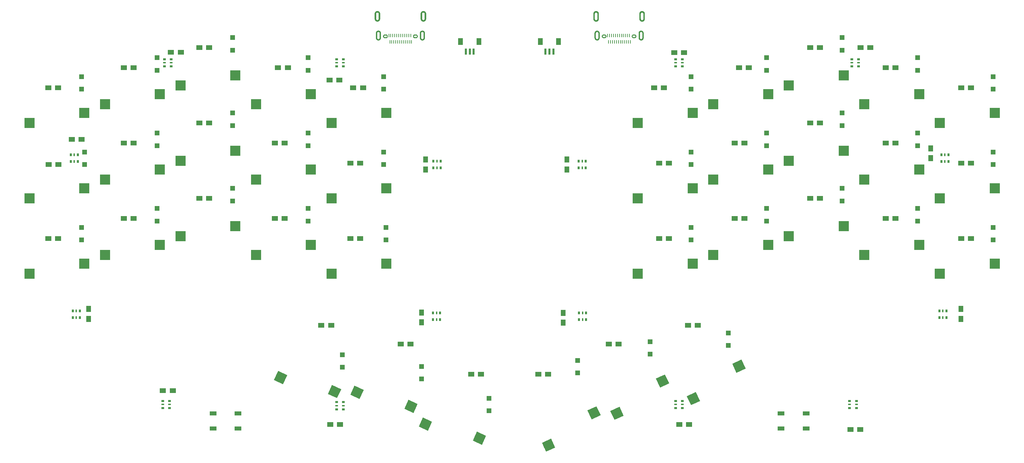
<source format=gbr>
G04 #@! TF.GenerationSoftware,KiCad,Pcbnew,(5.0.0)*
G04 #@! TF.CreationDate,2018-09-14T16:20:53+02:00*
G04 #@! TF.ProjectId,FNH35_rev1,464E4833355F726576312E6B69636164,rev?*
G04 #@! TF.SameCoordinates,Original*
G04 #@! TF.FileFunction,Paste,Bot*
G04 #@! TF.FilePolarity,Positive*
%FSLAX46Y46*%
G04 Gerber Fmt 4.6, Leading zero omitted, Abs format (unit mm)*
G04 Created by KiCad (PCBNEW (5.0.0)) date 09/14/18 16:20:53*
%MOMM*%
%LPD*%
G01*
G04 APERTURE LIST*
%ADD10C,0.001000*%
%ADD11R,2.550000X2.500000*%
%ADD12R,0.100000X0.100000*%
%ADD13R,0.270000X0.950000*%
%ADD14R,0.500000X0.800000*%
%ADD15R,0.300000X0.800000*%
%ADD16R,1.500000X1.250000*%
%ADD17R,0.800000X0.500000*%
%ADD18R,0.800000X0.300000*%
%ADD19C,2.500000*%
%ADD20C,0.100000*%
%ADD21R,1.250000X1.500000*%
%ADD22R,1.200000X1.200000*%
%ADD23R,1.700000X1.000000*%
%ADD24R,0.600000X1.550000*%
%ADD25R,1.200000X1.800000*%
G04 APERTURE END LIST*
D10*
G04 #@! TO.C,J102*
G36*
X-17599750Y-20931000D02*
X-17599750Y-21581000D01*
X-17599750Y-21590160D01*
X-17598790Y-21608470D01*
X-17596870Y-21626700D01*
X-17594010Y-21644800D01*
X-17590200Y-21662730D01*
X-17585450Y-21680440D01*
X-17579790Y-21697870D01*
X-17573220Y-21714980D01*
X-17565760Y-21731730D01*
X-17557440Y-21748060D01*
X-17548280Y-21763940D01*
X-17538290Y-21779310D01*
X-17527520Y-21794140D01*
X-17515980Y-21808380D01*
X-17503720Y-21822010D01*
X-17490760Y-21834970D01*
X-17477140Y-21847230D01*
X-17462890Y-21858770D01*
X-17448060Y-21869540D01*
X-17432690Y-21879530D01*
X-17416810Y-21888690D01*
X-17400480Y-21897010D01*
X-17383740Y-21904470D01*
X-17366620Y-21911040D01*
X-17349190Y-21916700D01*
X-17331490Y-21921450D01*
X-17313560Y-21925260D01*
X-17295450Y-21928120D01*
X-17277220Y-21930040D01*
X-17258920Y-21931000D01*
X-17249750Y-21931000D01*
X-17240590Y-21931000D01*
X-17222280Y-21930040D01*
X-17204050Y-21928120D01*
X-17185950Y-21925260D01*
X-17168020Y-21921450D01*
X-17150310Y-21916700D01*
X-17132880Y-21911040D01*
X-17115770Y-21904470D01*
X-17099020Y-21897010D01*
X-17082690Y-21888690D01*
X-17066810Y-21879530D01*
X-17051440Y-21869540D01*
X-17036610Y-21858770D01*
X-17022370Y-21847230D01*
X-17008740Y-21834970D01*
X-16995780Y-21822010D01*
X-16983520Y-21808390D01*
X-16971980Y-21794140D01*
X-16961210Y-21779310D01*
X-16951220Y-21763940D01*
X-16942060Y-21748060D01*
X-16933740Y-21731730D01*
X-16926280Y-21714990D01*
X-16919710Y-21697870D01*
X-16914050Y-21680440D01*
X-16909300Y-21662740D01*
X-16905490Y-21644810D01*
X-16902630Y-21626700D01*
X-16900710Y-21608470D01*
X-16899750Y-21590170D01*
X-16899750Y-21581000D01*
X-16899750Y-20931000D01*
X-16599750Y-20931000D01*
X-16599750Y-21581000D01*
X-16599750Y-21598020D01*
X-16601530Y-21632010D01*
X-16605090Y-21665870D01*
X-16610410Y-21699490D01*
X-16617490Y-21732790D01*
X-16626300Y-21765670D01*
X-16636820Y-21798050D01*
X-16649020Y-21829830D01*
X-16662870Y-21860920D01*
X-16678320Y-21891260D01*
X-16695340Y-21920740D01*
X-16713880Y-21949290D01*
X-16733890Y-21976830D01*
X-16755310Y-22003280D01*
X-16778090Y-22028580D01*
X-16802160Y-22052650D01*
X-16827460Y-22075430D01*
X-16853920Y-22096850D01*
X-16881460Y-22116860D01*
X-16910010Y-22135400D01*
X-16939490Y-22152420D01*
X-16969820Y-22167880D01*
X-17000920Y-22181730D01*
X-17032700Y-22193930D01*
X-17065070Y-22204450D01*
X-17097950Y-22213260D01*
X-17131250Y-22220330D01*
X-17164880Y-22225660D01*
X-17198730Y-22229220D01*
X-17232730Y-22231000D01*
X-17249750Y-22231000D01*
X-17266770Y-22231000D01*
X-17300760Y-22229220D01*
X-17334620Y-22225660D01*
X-17368240Y-22220340D01*
X-17401540Y-22213260D01*
X-17434420Y-22204450D01*
X-17466800Y-22193930D01*
X-17498580Y-22181730D01*
X-17529670Y-22167880D01*
X-17560010Y-22152430D01*
X-17589490Y-22135410D01*
X-17618040Y-22116870D01*
X-17645580Y-22096860D01*
X-17672030Y-22075440D01*
X-17697330Y-22052660D01*
X-17721400Y-22028590D01*
X-17744180Y-22003290D01*
X-17765600Y-21976830D01*
X-17785610Y-21949290D01*
X-17804150Y-21920740D01*
X-17821170Y-21891260D01*
X-17836630Y-21860930D01*
X-17850480Y-21829830D01*
X-17862680Y-21798050D01*
X-17873200Y-21765680D01*
X-17882010Y-21732800D01*
X-17889080Y-21699500D01*
X-17894410Y-21665870D01*
X-17897970Y-21632020D01*
X-17899750Y-21598020D01*
X-17899750Y-21581000D01*
X-17899750Y-20931000D01*
X-17599750Y-20931000D01*
G37*
X-17599750Y-20931000D02*
X-17599750Y-21581000D01*
X-17599750Y-21590160D01*
X-17598790Y-21608470D01*
X-17596870Y-21626700D01*
X-17594010Y-21644800D01*
X-17590200Y-21662730D01*
X-17585450Y-21680440D01*
X-17579790Y-21697870D01*
X-17573220Y-21714980D01*
X-17565760Y-21731730D01*
X-17557440Y-21748060D01*
X-17548280Y-21763940D01*
X-17538290Y-21779310D01*
X-17527520Y-21794140D01*
X-17515980Y-21808380D01*
X-17503720Y-21822010D01*
X-17490760Y-21834970D01*
X-17477140Y-21847230D01*
X-17462890Y-21858770D01*
X-17448060Y-21869540D01*
X-17432690Y-21879530D01*
X-17416810Y-21888690D01*
X-17400480Y-21897010D01*
X-17383740Y-21904470D01*
X-17366620Y-21911040D01*
X-17349190Y-21916700D01*
X-17331490Y-21921450D01*
X-17313560Y-21925260D01*
X-17295450Y-21928120D01*
X-17277220Y-21930040D01*
X-17258920Y-21931000D01*
X-17249750Y-21931000D01*
X-17240590Y-21931000D01*
X-17222280Y-21930040D01*
X-17204050Y-21928120D01*
X-17185950Y-21925260D01*
X-17168020Y-21921450D01*
X-17150310Y-21916700D01*
X-17132880Y-21911040D01*
X-17115770Y-21904470D01*
X-17099020Y-21897010D01*
X-17082690Y-21888690D01*
X-17066810Y-21879530D01*
X-17051440Y-21869540D01*
X-17036610Y-21858770D01*
X-17022370Y-21847230D01*
X-17008740Y-21834970D01*
X-16995780Y-21822010D01*
X-16983520Y-21808390D01*
X-16971980Y-21794140D01*
X-16961210Y-21779310D01*
X-16951220Y-21763940D01*
X-16942060Y-21748060D01*
X-16933740Y-21731730D01*
X-16926280Y-21714990D01*
X-16919710Y-21697870D01*
X-16914050Y-21680440D01*
X-16909300Y-21662740D01*
X-16905490Y-21644810D01*
X-16902630Y-21626700D01*
X-16900710Y-21608470D01*
X-16899750Y-21590170D01*
X-16899750Y-21581000D01*
X-16899750Y-20931000D01*
X-16599750Y-20931000D01*
X-16599750Y-21581000D01*
X-16599750Y-21598020D01*
X-16601530Y-21632010D01*
X-16605090Y-21665870D01*
X-16610410Y-21699490D01*
X-16617490Y-21732790D01*
X-16626300Y-21765670D01*
X-16636820Y-21798050D01*
X-16649020Y-21829830D01*
X-16662870Y-21860920D01*
X-16678320Y-21891260D01*
X-16695340Y-21920740D01*
X-16713880Y-21949290D01*
X-16733890Y-21976830D01*
X-16755310Y-22003280D01*
X-16778090Y-22028580D01*
X-16802160Y-22052650D01*
X-16827460Y-22075430D01*
X-16853920Y-22096850D01*
X-16881460Y-22116860D01*
X-16910010Y-22135400D01*
X-16939490Y-22152420D01*
X-16969820Y-22167880D01*
X-17000920Y-22181730D01*
X-17032700Y-22193930D01*
X-17065070Y-22204450D01*
X-17097950Y-22213260D01*
X-17131250Y-22220330D01*
X-17164880Y-22225660D01*
X-17198730Y-22229220D01*
X-17232730Y-22231000D01*
X-17249750Y-22231000D01*
X-17266770Y-22231000D01*
X-17300760Y-22229220D01*
X-17334620Y-22225660D01*
X-17368240Y-22220340D01*
X-17401540Y-22213260D01*
X-17434420Y-22204450D01*
X-17466800Y-22193930D01*
X-17498580Y-22181730D01*
X-17529670Y-22167880D01*
X-17560010Y-22152430D01*
X-17589490Y-22135410D01*
X-17618040Y-22116870D01*
X-17645580Y-22096860D01*
X-17672030Y-22075440D01*
X-17697330Y-22052660D01*
X-17721400Y-22028590D01*
X-17744180Y-22003290D01*
X-17765600Y-21976830D01*
X-17785610Y-21949290D01*
X-17804150Y-21920740D01*
X-17821170Y-21891260D01*
X-17836630Y-21860930D01*
X-17850480Y-21829830D01*
X-17862680Y-21798050D01*
X-17873200Y-21765680D01*
X-17882010Y-21732800D01*
X-17889080Y-21699500D01*
X-17894410Y-21665870D01*
X-17897970Y-21632020D01*
X-17899750Y-21598020D01*
X-17899750Y-21581000D01*
X-17899750Y-20931000D01*
X-17599750Y-20931000D01*
G36*
X-16899750Y-20931000D02*
X-16899750Y-20281000D01*
X-16899750Y-20271840D01*
X-16900710Y-20253530D01*
X-16902630Y-20235300D01*
X-16905490Y-20217200D01*
X-16909300Y-20199270D01*
X-16914050Y-20181560D01*
X-16919710Y-20164130D01*
X-16926280Y-20147020D01*
X-16933740Y-20130270D01*
X-16942060Y-20113940D01*
X-16951220Y-20098060D01*
X-16961210Y-20082690D01*
X-16971980Y-20067860D01*
X-16983520Y-20053620D01*
X-16995780Y-20039990D01*
X-17008740Y-20027030D01*
X-17022360Y-20014770D01*
X-17036610Y-20003230D01*
X-17051440Y-19992460D01*
X-17066810Y-19982470D01*
X-17082690Y-19973310D01*
X-17099020Y-19964990D01*
X-17115760Y-19957530D01*
X-17132880Y-19950960D01*
X-17150310Y-19945300D01*
X-17168010Y-19940550D01*
X-17185940Y-19936740D01*
X-17204050Y-19933880D01*
X-17222280Y-19931960D01*
X-17240580Y-19931000D01*
X-17249750Y-19931000D01*
X-17258910Y-19931000D01*
X-17277220Y-19931960D01*
X-17295450Y-19933880D01*
X-17313550Y-19936740D01*
X-17331480Y-19940550D01*
X-17349190Y-19945300D01*
X-17366620Y-19950960D01*
X-17383730Y-19957530D01*
X-17400480Y-19964990D01*
X-17416810Y-19973310D01*
X-17432690Y-19982470D01*
X-17448060Y-19992460D01*
X-17462890Y-20003230D01*
X-17477130Y-20014770D01*
X-17490760Y-20027030D01*
X-17503720Y-20039990D01*
X-17515980Y-20053610D01*
X-17527520Y-20067860D01*
X-17538290Y-20082690D01*
X-17548280Y-20098060D01*
X-17557440Y-20113940D01*
X-17565760Y-20130270D01*
X-17573220Y-20147010D01*
X-17579790Y-20164130D01*
X-17585450Y-20181560D01*
X-17590200Y-20199260D01*
X-17594010Y-20217190D01*
X-17596870Y-20235300D01*
X-17598790Y-20253530D01*
X-17599750Y-20271830D01*
X-17599750Y-20281000D01*
X-17599750Y-20931000D01*
X-17899750Y-20931000D01*
X-17899750Y-20281000D01*
X-17899750Y-20263980D01*
X-17897970Y-20229990D01*
X-17894410Y-20196130D01*
X-17889090Y-20162510D01*
X-17882010Y-20129210D01*
X-17873200Y-20096330D01*
X-17862680Y-20063950D01*
X-17850480Y-20032170D01*
X-17836630Y-20001080D01*
X-17821180Y-19970740D01*
X-17804160Y-19941260D01*
X-17785620Y-19912710D01*
X-17765610Y-19885170D01*
X-17744190Y-19858720D01*
X-17721410Y-19833420D01*
X-17697340Y-19809350D01*
X-17672040Y-19786570D01*
X-17645580Y-19765150D01*
X-17618040Y-19745140D01*
X-17589490Y-19726600D01*
X-17560010Y-19709580D01*
X-17529680Y-19694120D01*
X-17498580Y-19680270D01*
X-17466800Y-19668070D01*
X-17434430Y-19657550D01*
X-17401550Y-19648740D01*
X-17368250Y-19641670D01*
X-17334620Y-19636340D01*
X-17300770Y-19632780D01*
X-17266770Y-19631000D01*
X-17249750Y-19631000D01*
X-17232730Y-19631000D01*
X-17198740Y-19632780D01*
X-17164880Y-19636340D01*
X-17131260Y-19641660D01*
X-17097960Y-19648740D01*
X-17065080Y-19657550D01*
X-17032700Y-19668070D01*
X-17000920Y-19680270D01*
X-16969830Y-19694120D01*
X-16939490Y-19709570D01*
X-16910010Y-19726590D01*
X-16881460Y-19745130D01*
X-16853920Y-19765140D01*
X-16827470Y-19786560D01*
X-16802170Y-19809340D01*
X-16778100Y-19833410D01*
X-16755320Y-19858710D01*
X-16733900Y-19885170D01*
X-16713890Y-19912710D01*
X-16695350Y-19941260D01*
X-16678330Y-19970740D01*
X-16662870Y-20001070D01*
X-16649020Y-20032170D01*
X-16636820Y-20063950D01*
X-16626300Y-20096320D01*
X-16617490Y-20129200D01*
X-16610420Y-20162500D01*
X-16605090Y-20196130D01*
X-16601530Y-20229980D01*
X-16599750Y-20263980D01*
X-16599750Y-20281000D01*
X-16599750Y-20931000D01*
X-16899750Y-20931000D01*
G37*
X-16899750Y-20931000D02*
X-16899750Y-20281000D01*
X-16899750Y-20271840D01*
X-16900710Y-20253530D01*
X-16902630Y-20235300D01*
X-16905490Y-20217200D01*
X-16909300Y-20199270D01*
X-16914050Y-20181560D01*
X-16919710Y-20164130D01*
X-16926280Y-20147020D01*
X-16933740Y-20130270D01*
X-16942060Y-20113940D01*
X-16951220Y-20098060D01*
X-16961210Y-20082690D01*
X-16971980Y-20067860D01*
X-16983520Y-20053620D01*
X-16995780Y-20039990D01*
X-17008740Y-20027030D01*
X-17022360Y-20014770D01*
X-17036610Y-20003230D01*
X-17051440Y-19992460D01*
X-17066810Y-19982470D01*
X-17082690Y-19973310D01*
X-17099020Y-19964990D01*
X-17115760Y-19957530D01*
X-17132880Y-19950960D01*
X-17150310Y-19945300D01*
X-17168010Y-19940550D01*
X-17185940Y-19936740D01*
X-17204050Y-19933880D01*
X-17222280Y-19931960D01*
X-17240580Y-19931000D01*
X-17249750Y-19931000D01*
X-17258910Y-19931000D01*
X-17277220Y-19931960D01*
X-17295450Y-19933880D01*
X-17313550Y-19936740D01*
X-17331480Y-19940550D01*
X-17349190Y-19945300D01*
X-17366620Y-19950960D01*
X-17383730Y-19957530D01*
X-17400480Y-19964990D01*
X-17416810Y-19973310D01*
X-17432690Y-19982470D01*
X-17448060Y-19992460D01*
X-17462890Y-20003230D01*
X-17477130Y-20014770D01*
X-17490760Y-20027030D01*
X-17503720Y-20039990D01*
X-17515980Y-20053610D01*
X-17527520Y-20067860D01*
X-17538290Y-20082690D01*
X-17548280Y-20098060D01*
X-17557440Y-20113940D01*
X-17565760Y-20130270D01*
X-17573220Y-20147010D01*
X-17579790Y-20164130D01*
X-17585450Y-20181560D01*
X-17590200Y-20199260D01*
X-17594010Y-20217190D01*
X-17596870Y-20235300D01*
X-17598790Y-20253530D01*
X-17599750Y-20271830D01*
X-17599750Y-20281000D01*
X-17599750Y-20931000D01*
X-17899750Y-20931000D01*
X-17899750Y-20281000D01*
X-17899750Y-20263980D01*
X-17897970Y-20229990D01*
X-17894410Y-20196130D01*
X-17889090Y-20162510D01*
X-17882010Y-20129210D01*
X-17873200Y-20096330D01*
X-17862680Y-20063950D01*
X-17850480Y-20032170D01*
X-17836630Y-20001080D01*
X-17821180Y-19970740D01*
X-17804160Y-19941260D01*
X-17785620Y-19912710D01*
X-17765610Y-19885170D01*
X-17744190Y-19858720D01*
X-17721410Y-19833420D01*
X-17697340Y-19809350D01*
X-17672040Y-19786570D01*
X-17645580Y-19765150D01*
X-17618040Y-19745140D01*
X-17589490Y-19726600D01*
X-17560010Y-19709580D01*
X-17529680Y-19694120D01*
X-17498580Y-19680270D01*
X-17466800Y-19668070D01*
X-17434430Y-19657550D01*
X-17401550Y-19648740D01*
X-17368250Y-19641670D01*
X-17334620Y-19636340D01*
X-17300770Y-19632780D01*
X-17266770Y-19631000D01*
X-17249750Y-19631000D01*
X-17232730Y-19631000D01*
X-17198740Y-19632780D01*
X-17164880Y-19636340D01*
X-17131260Y-19641660D01*
X-17097960Y-19648740D01*
X-17065080Y-19657550D01*
X-17032700Y-19668070D01*
X-17000920Y-19680270D01*
X-16969830Y-19694120D01*
X-16939490Y-19709570D01*
X-16910010Y-19726590D01*
X-16881460Y-19745130D01*
X-16853920Y-19765140D01*
X-16827470Y-19786560D01*
X-16802170Y-19809340D01*
X-16778100Y-19833410D01*
X-16755320Y-19858710D01*
X-16733900Y-19885170D01*
X-16713890Y-19912710D01*
X-16695350Y-19941260D01*
X-16678330Y-19970740D01*
X-16662870Y-20001070D01*
X-16649020Y-20032170D01*
X-16636820Y-20063950D01*
X-16626300Y-20096320D01*
X-16617490Y-20129200D01*
X-16610420Y-20162500D01*
X-16605090Y-20196130D01*
X-16601530Y-20229980D01*
X-16599750Y-20263980D01*
X-16599750Y-20281000D01*
X-16599750Y-20931000D01*
X-16899750Y-20931000D01*
G36*
X-17599750Y-20931000D02*
X-17599750Y-21581000D01*
X-17599750Y-21590160D01*
X-17598790Y-21608470D01*
X-17596870Y-21626700D01*
X-17594010Y-21644800D01*
X-17590200Y-21662730D01*
X-17585450Y-21680440D01*
X-17579790Y-21697870D01*
X-17573220Y-21714980D01*
X-17565760Y-21731730D01*
X-17557440Y-21748060D01*
X-17548280Y-21763940D01*
X-17538290Y-21779310D01*
X-17527520Y-21794140D01*
X-17515980Y-21808380D01*
X-17503720Y-21822010D01*
X-17490760Y-21834970D01*
X-17477140Y-21847230D01*
X-17462890Y-21858770D01*
X-17448060Y-21869540D01*
X-17432690Y-21879530D01*
X-17416810Y-21888690D01*
X-17400480Y-21897010D01*
X-17383740Y-21904470D01*
X-17366620Y-21911040D01*
X-17349190Y-21916700D01*
X-17331490Y-21921450D01*
X-17313560Y-21925260D01*
X-17295450Y-21928120D01*
X-17277220Y-21930040D01*
X-17258920Y-21931000D01*
X-17249750Y-21931000D01*
X-17240590Y-21931000D01*
X-17222280Y-21930040D01*
X-17204050Y-21928120D01*
X-17185950Y-21925260D01*
X-17168020Y-21921450D01*
X-17150310Y-21916700D01*
X-17132880Y-21911040D01*
X-17115770Y-21904470D01*
X-17099020Y-21897010D01*
X-17082690Y-21888690D01*
X-17066810Y-21879530D01*
X-17051440Y-21869540D01*
X-17036610Y-21858770D01*
X-17022370Y-21847230D01*
X-17008740Y-21834970D01*
X-16995780Y-21822010D01*
X-16983520Y-21808390D01*
X-16971980Y-21794140D01*
X-16961210Y-21779310D01*
X-16951220Y-21763940D01*
X-16942060Y-21748060D01*
X-16933740Y-21731730D01*
X-16926280Y-21714990D01*
X-16919710Y-21697870D01*
X-16914050Y-21680440D01*
X-16909300Y-21662740D01*
X-16905490Y-21644810D01*
X-16902630Y-21626700D01*
X-16900710Y-21608470D01*
X-16899750Y-21590170D01*
X-16899750Y-21581000D01*
X-16899750Y-20931000D01*
X-16599750Y-20931000D01*
X-16599750Y-21581000D01*
X-16599750Y-21598020D01*
X-16601530Y-21632010D01*
X-16605090Y-21665870D01*
X-16610410Y-21699490D01*
X-16617490Y-21732790D01*
X-16626300Y-21765670D01*
X-16636820Y-21798050D01*
X-16649020Y-21829830D01*
X-16662870Y-21860920D01*
X-16678320Y-21891260D01*
X-16695340Y-21920740D01*
X-16713880Y-21949290D01*
X-16733890Y-21976830D01*
X-16755310Y-22003280D01*
X-16778090Y-22028580D01*
X-16802160Y-22052650D01*
X-16827460Y-22075430D01*
X-16853920Y-22096850D01*
X-16881460Y-22116860D01*
X-16910010Y-22135400D01*
X-16939490Y-22152420D01*
X-16969820Y-22167880D01*
X-17000920Y-22181730D01*
X-17032700Y-22193930D01*
X-17065070Y-22204450D01*
X-17097950Y-22213260D01*
X-17131250Y-22220330D01*
X-17164880Y-22225660D01*
X-17198730Y-22229220D01*
X-17232730Y-22231000D01*
X-17249750Y-22231000D01*
X-17266770Y-22231000D01*
X-17300760Y-22229220D01*
X-17334620Y-22225660D01*
X-17368240Y-22220340D01*
X-17401540Y-22213260D01*
X-17434420Y-22204450D01*
X-17466800Y-22193930D01*
X-17498580Y-22181730D01*
X-17529670Y-22167880D01*
X-17560010Y-22152430D01*
X-17589490Y-22135410D01*
X-17618040Y-22116870D01*
X-17645580Y-22096860D01*
X-17672030Y-22075440D01*
X-17697330Y-22052660D01*
X-17721400Y-22028590D01*
X-17744180Y-22003290D01*
X-17765600Y-21976830D01*
X-17785610Y-21949290D01*
X-17804150Y-21920740D01*
X-17821170Y-21891260D01*
X-17836630Y-21860930D01*
X-17850480Y-21829830D01*
X-17862680Y-21798050D01*
X-17873200Y-21765680D01*
X-17882010Y-21732800D01*
X-17889080Y-21699500D01*
X-17894410Y-21665870D01*
X-17897970Y-21632020D01*
X-17899750Y-21598020D01*
X-17899750Y-21581000D01*
X-17899750Y-20931000D01*
X-17599750Y-20931000D01*
G37*
X-17599750Y-20931000D02*
X-17599750Y-21581000D01*
X-17599750Y-21590160D01*
X-17598790Y-21608470D01*
X-17596870Y-21626700D01*
X-17594010Y-21644800D01*
X-17590200Y-21662730D01*
X-17585450Y-21680440D01*
X-17579790Y-21697870D01*
X-17573220Y-21714980D01*
X-17565760Y-21731730D01*
X-17557440Y-21748060D01*
X-17548280Y-21763940D01*
X-17538290Y-21779310D01*
X-17527520Y-21794140D01*
X-17515980Y-21808380D01*
X-17503720Y-21822010D01*
X-17490760Y-21834970D01*
X-17477140Y-21847230D01*
X-17462890Y-21858770D01*
X-17448060Y-21869540D01*
X-17432690Y-21879530D01*
X-17416810Y-21888690D01*
X-17400480Y-21897010D01*
X-17383740Y-21904470D01*
X-17366620Y-21911040D01*
X-17349190Y-21916700D01*
X-17331490Y-21921450D01*
X-17313560Y-21925260D01*
X-17295450Y-21928120D01*
X-17277220Y-21930040D01*
X-17258920Y-21931000D01*
X-17249750Y-21931000D01*
X-17240590Y-21931000D01*
X-17222280Y-21930040D01*
X-17204050Y-21928120D01*
X-17185950Y-21925260D01*
X-17168020Y-21921450D01*
X-17150310Y-21916700D01*
X-17132880Y-21911040D01*
X-17115770Y-21904470D01*
X-17099020Y-21897010D01*
X-17082690Y-21888690D01*
X-17066810Y-21879530D01*
X-17051440Y-21869540D01*
X-17036610Y-21858770D01*
X-17022370Y-21847230D01*
X-17008740Y-21834970D01*
X-16995780Y-21822010D01*
X-16983520Y-21808390D01*
X-16971980Y-21794140D01*
X-16961210Y-21779310D01*
X-16951220Y-21763940D01*
X-16942060Y-21748060D01*
X-16933740Y-21731730D01*
X-16926280Y-21714990D01*
X-16919710Y-21697870D01*
X-16914050Y-21680440D01*
X-16909300Y-21662740D01*
X-16905490Y-21644810D01*
X-16902630Y-21626700D01*
X-16900710Y-21608470D01*
X-16899750Y-21590170D01*
X-16899750Y-21581000D01*
X-16899750Y-20931000D01*
X-16599750Y-20931000D01*
X-16599750Y-21581000D01*
X-16599750Y-21598020D01*
X-16601530Y-21632010D01*
X-16605090Y-21665870D01*
X-16610410Y-21699490D01*
X-16617490Y-21732790D01*
X-16626300Y-21765670D01*
X-16636820Y-21798050D01*
X-16649020Y-21829830D01*
X-16662870Y-21860920D01*
X-16678320Y-21891260D01*
X-16695340Y-21920740D01*
X-16713880Y-21949290D01*
X-16733890Y-21976830D01*
X-16755310Y-22003280D01*
X-16778090Y-22028580D01*
X-16802160Y-22052650D01*
X-16827460Y-22075430D01*
X-16853920Y-22096850D01*
X-16881460Y-22116860D01*
X-16910010Y-22135400D01*
X-16939490Y-22152420D01*
X-16969820Y-22167880D01*
X-17000920Y-22181730D01*
X-17032700Y-22193930D01*
X-17065070Y-22204450D01*
X-17097950Y-22213260D01*
X-17131250Y-22220330D01*
X-17164880Y-22225660D01*
X-17198730Y-22229220D01*
X-17232730Y-22231000D01*
X-17249750Y-22231000D01*
X-17266770Y-22231000D01*
X-17300760Y-22229220D01*
X-17334620Y-22225660D01*
X-17368240Y-22220340D01*
X-17401540Y-22213260D01*
X-17434420Y-22204450D01*
X-17466800Y-22193930D01*
X-17498580Y-22181730D01*
X-17529670Y-22167880D01*
X-17560010Y-22152430D01*
X-17589490Y-22135410D01*
X-17618040Y-22116870D01*
X-17645580Y-22096860D01*
X-17672030Y-22075440D01*
X-17697330Y-22052660D01*
X-17721400Y-22028590D01*
X-17744180Y-22003290D01*
X-17765600Y-21976830D01*
X-17785610Y-21949290D01*
X-17804150Y-21920740D01*
X-17821170Y-21891260D01*
X-17836630Y-21860930D01*
X-17850480Y-21829830D01*
X-17862680Y-21798050D01*
X-17873200Y-21765680D01*
X-17882010Y-21732800D01*
X-17889080Y-21699500D01*
X-17894410Y-21665870D01*
X-17897970Y-21632020D01*
X-17899750Y-21598020D01*
X-17899750Y-21581000D01*
X-17899750Y-20931000D01*
X-17599750Y-20931000D01*
G36*
X-16899750Y-20931000D02*
X-16899750Y-20281000D01*
X-16899750Y-20271840D01*
X-16900710Y-20253530D01*
X-16902630Y-20235300D01*
X-16905490Y-20217200D01*
X-16909300Y-20199270D01*
X-16914050Y-20181560D01*
X-16919710Y-20164130D01*
X-16926280Y-20147020D01*
X-16933740Y-20130270D01*
X-16942060Y-20113940D01*
X-16951220Y-20098060D01*
X-16961210Y-20082690D01*
X-16971980Y-20067860D01*
X-16983520Y-20053620D01*
X-16995780Y-20039990D01*
X-17008740Y-20027030D01*
X-17022360Y-20014770D01*
X-17036610Y-20003230D01*
X-17051440Y-19992460D01*
X-17066810Y-19982470D01*
X-17082690Y-19973310D01*
X-17099020Y-19964990D01*
X-17115760Y-19957530D01*
X-17132880Y-19950960D01*
X-17150310Y-19945300D01*
X-17168010Y-19940550D01*
X-17185940Y-19936740D01*
X-17204050Y-19933880D01*
X-17222280Y-19931960D01*
X-17240580Y-19931000D01*
X-17249750Y-19931000D01*
X-17258910Y-19931000D01*
X-17277220Y-19931960D01*
X-17295450Y-19933880D01*
X-17313550Y-19936740D01*
X-17331480Y-19940550D01*
X-17349190Y-19945300D01*
X-17366620Y-19950960D01*
X-17383730Y-19957530D01*
X-17400480Y-19964990D01*
X-17416810Y-19973310D01*
X-17432690Y-19982470D01*
X-17448060Y-19992460D01*
X-17462890Y-20003230D01*
X-17477130Y-20014770D01*
X-17490760Y-20027030D01*
X-17503720Y-20039990D01*
X-17515980Y-20053610D01*
X-17527520Y-20067860D01*
X-17538290Y-20082690D01*
X-17548280Y-20098060D01*
X-17557440Y-20113940D01*
X-17565760Y-20130270D01*
X-17573220Y-20147010D01*
X-17579790Y-20164130D01*
X-17585450Y-20181560D01*
X-17590200Y-20199260D01*
X-17594010Y-20217190D01*
X-17596870Y-20235300D01*
X-17598790Y-20253530D01*
X-17599750Y-20271830D01*
X-17599750Y-20281000D01*
X-17599750Y-20931000D01*
X-17899750Y-20931000D01*
X-17899750Y-20281000D01*
X-17899750Y-20263980D01*
X-17897970Y-20229990D01*
X-17894410Y-20196130D01*
X-17889090Y-20162510D01*
X-17882010Y-20129210D01*
X-17873200Y-20096330D01*
X-17862680Y-20063950D01*
X-17850480Y-20032170D01*
X-17836630Y-20001080D01*
X-17821180Y-19970740D01*
X-17804160Y-19941260D01*
X-17785620Y-19912710D01*
X-17765610Y-19885170D01*
X-17744190Y-19858720D01*
X-17721410Y-19833420D01*
X-17697340Y-19809350D01*
X-17672040Y-19786570D01*
X-17645580Y-19765150D01*
X-17618040Y-19745140D01*
X-17589490Y-19726600D01*
X-17560010Y-19709580D01*
X-17529680Y-19694120D01*
X-17498580Y-19680270D01*
X-17466800Y-19668070D01*
X-17434430Y-19657550D01*
X-17401550Y-19648740D01*
X-17368250Y-19641670D01*
X-17334620Y-19636340D01*
X-17300770Y-19632780D01*
X-17266770Y-19631000D01*
X-17249750Y-19631000D01*
X-17232730Y-19631000D01*
X-17198740Y-19632780D01*
X-17164880Y-19636340D01*
X-17131260Y-19641660D01*
X-17097960Y-19648740D01*
X-17065080Y-19657550D01*
X-17032700Y-19668070D01*
X-17000920Y-19680270D01*
X-16969830Y-19694120D01*
X-16939490Y-19709570D01*
X-16910010Y-19726590D01*
X-16881460Y-19745130D01*
X-16853920Y-19765140D01*
X-16827470Y-19786560D01*
X-16802170Y-19809340D01*
X-16778100Y-19833410D01*
X-16755320Y-19858710D01*
X-16733900Y-19885170D01*
X-16713890Y-19912710D01*
X-16695350Y-19941260D01*
X-16678330Y-19970740D01*
X-16662870Y-20001070D01*
X-16649020Y-20032170D01*
X-16636820Y-20063950D01*
X-16626300Y-20096320D01*
X-16617490Y-20129200D01*
X-16610420Y-20162500D01*
X-16605090Y-20196130D01*
X-16601530Y-20229980D01*
X-16599750Y-20263980D01*
X-16599750Y-20281000D01*
X-16599750Y-20931000D01*
X-16899750Y-20931000D01*
G37*
X-16899750Y-20931000D02*
X-16899750Y-20281000D01*
X-16899750Y-20271840D01*
X-16900710Y-20253530D01*
X-16902630Y-20235300D01*
X-16905490Y-20217200D01*
X-16909300Y-20199270D01*
X-16914050Y-20181560D01*
X-16919710Y-20164130D01*
X-16926280Y-20147020D01*
X-16933740Y-20130270D01*
X-16942060Y-20113940D01*
X-16951220Y-20098060D01*
X-16961210Y-20082690D01*
X-16971980Y-20067860D01*
X-16983520Y-20053620D01*
X-16995780Y-20039990D01*
X-17008740Y-20027030D01*
X-17022360Y-20014770D01*
X-17036610Y-20003230D01*
X-17051440Y-19992460D01*
X-17066810Y-19982470D01*
X-17082690Y-19973310D01*
X-17099020Y-19964990D01*
X-17115760Y-19957530D01*
X-17132880Y-19950960D01*
X-17150310Y-19945300D01*
X-17168010Y-19940550D01*
X-17185940Y-19936740D01*
X-17204050Y-19933880D01*
X-17222280Y-19931960D01*
X-17240580Y-19931000D01*
X-17249750Y-19931000D01*
X-17258910Y-19931000D01*
X-17277220Y-19931960D01*
X-17295450Y-19933880D01*
X-17313550Y-19936740D01*
X-17331480Y-19940550D01*
X-17349190Y-19945300D01*
X-17366620Y-19950960D01*
X-17383730Y-19957530D01*
X-17400480Y-19964990D01*
X-17416810Y-19973310D01*
X-17432690Y-19982470D01*
X-17448060Y-19992460D01*
X-17462890Y-20003230D01*
X-17477130Y-20014770D01*
X-17490760Y-20027030D01*
X-17503720Y-20039990D01*
X-17515980Y-20053610D01*
X-17527520Y-20067860D01*
X-17538290Y-20082690D01*
X-17548280Y-20098060D01*
X-17557440Y-20113940D01*
X-17565760Y-20130270D01*
X-17573220Y-20147010D01*
X-17579790Y-20164130D01*
X-17585450Y-20181560D01*
X-17590200Y-20199260D01*
X-17594010Y-20217190D01*
X-17596870Y-20235300D01*
X-17598790Y-20253530D01*
X-17599750Y-20271830D01*
X-17599750Y-20281000D01*
X-17599750Y-20931000D01*
X-17899750Y-20931000D01*
X-17899750Y-20281000D01*
X-17899750Y-20263980D01*
X-17897970Y-20229990D01*
X-17894410Y-20196130D01*
X-17889090Y-20162510D01*
X-17882010Y-20129210D01*
X-17873200Y-20096330D01*
X-17862680Y-20063950D01*
X-17850480Y-20032170D01*
X-17836630Y-20001080D01*
X-17821180Y-19970740D01*
X-17804160Y-19941260D01*
X-17785620Y-19912710D01*
X-17765610Y-19885170D01*
X-17744190Y-19858720D01*
X-17721410Y-19833420D01*
X-17697340Y-19809350D01*
X-17672040Y-19786570D01*
X-17645580Y-19765150D01*
X-17618040Y-19745140D01*
X-17589490Y-19726600D01*
X-17560010Y-19709580D01*
X-17529680Y-19694120D01*
X-17498580Y-19680270D01*
X-17466800Y-19668070D01*
X-17434430Y-19657550D01*
X-17401550Y-19648740D01*
X-17368250Y-19641670D01*
X-17334620Y-19636340D01*
X-17300770Y-19632780D01*
X-17266770Y-19631000D01*
X-17249750Y-19631000D01*
X-17232730Y-19631000D01*
X-17198740Y-19632780D01*
X-17164880Y-19636340D01*
X-17131260Y-19641660D01*
X-17097960Y-19648740D01*
X-17065080Y-19657550D01*
X-17032700Y-19668070D01*
X-17000920Y-19680270D01*
X-16969830Y-19694120D01*
X-16939490Y-19709570D01*
X-16910010Y-19726590D01*
X-16881460Y-19745130D01*
X-16853920Y-19765140D01*
X-16827470Y-19786560D01*
X-16802170Y-19809340D01*
X-16778100Y-19833410D01*
X-16755320Y-19858710D01*
X-16733900Y-19885170D01*
X-16713890Y-19912710D01*
X-16695350Y-19941260D01*
X-16678330Y-19970740D01*
X-16662870Y-20001070D01*
X-16649020Y-20032170D01*
X-16636820Y-20063950D01*
X-16626300Y-20096320D01*
X-16617490Y-20129200D01*
X-16610420Y-20162500D01*
X-16605090Y-20196130D01*
X-16601530Y-20229980D01*
X-16599750Y-20263980D01*
X-16599750Y-20281000D01*
X-16599750Y-20931000D01*
X-16899750Y-20931000D01*
G36*
X-5999750Y-20931000D02*
X-5999750Y-21581000D01*
X-5999750Y-21590160D01*
X-5998790Y-21608470D01*
X-5996870Y-21626700D01*
X-5994010Y-21644800D01*
X-5990200Y-21662730D01*
X-5985450Y-21680440D01*
X-5979790Y-21697870D01*
X-5973220Y-21714980D01*
X-5965760Y-21731730D01*
X-5957440Y-21748060D01*
X-5948280Y-21763940D01*
X-5938290Y-21779310D01*
X-5927520Y-21794140D01*
X-5915980Y-21808380D01*
X-5903720Y-21822010D01*
X-5890760Y-21834970D01*
X-5877140Y-21847230D01*
X-5862890Y-21858770D01*
X-5848060Y-21869540D01*
X-5832690Y-21879530D01*
X-5816810Y-21888690D01*
X-5800480Y-21897010D01*
X-5783740Y-21904470D01*
X-5766620Y-21911040D01*
X-5749190Y-21916700D01*
X-5731490Y-21921450D01*
X-5713560Y-21925260D01*
X-5695450Y-21928120D01*
X-5677220Y-21930040D01*
X-5658920Y-21931000D01*
X-5649750Y-21931000D01*
X-5640590Y-21931000D01*
X-5622280Y-21930040D01*
X-5604050Y-21928120D01*
X-5585950Y-21925260D01*
X-5568020Y-21921450D01*
X-5550310Y-21916700D01*
X-5532880Y-21911040D01*
X-5515770Y-21904470D01*
X-5499020Y-21897010D01*
X-5482690Y-21888690D01*
X-5466810Y-21879530D01*
X-5451440Y-21869540D01*
X-5436610Y-21858770D01*
X-5422370Y-21847230D01*
X-5408740Y-21834970D01*
X-5395780Y-21822010D01*
X-5383520Y-21808390D01*
X-5371980Y-21794140D01*
X-5361210Y-21779310D01*
X-5351220Y-21763940D01*
X-5342060Y-21748060D01*
X-5333740Y-21731730D01*
X-5326280Y-21714990D01*
X-5319710Y-21697870D01*
X-5314050Y-21680440D01*
X-5309300Y-21662740D01*
X-5305490Y-21644810D01*
X-5302630Y-21626700D01*
X-5300710Y-21608470D01*
X-5299750Y-21590170D01*
X-5299750Y-21581000D01*
X-5299750Y-20931000D01*
X-4999750Y-20931000D01*
X-4999750Y-21581000D01*
X-4999750Y-21598020D01*
X-5001530Y-21632010D01*
X-5005090Y-21665870D01*
X-5010410Y-21699490D01*
X-5017490Y-21732790D01*
X-5026300Y-21765670D01*
X-5036820Y-21798050D01*
X-5049020Y-21829830D01*
X-5062870Y-21860920D01*
X-5078320Y-21891260D01*
X-5095340Y-21920740D01*
X-5113880Y-21949290D01*
X-5133890Y-21976830D01*
X-5155310Y-22003280D01*
X-5178090Y-22028580D01*
X-5202160Y-22052650D01*
X-5227460Y-22075430D01*
X-5253920Y-22096850D01*
X-5281460Y-22116860D01*
X-5310010Y-22135400D01*
X-5339490Y-22152420D01*
X-5369820Y-22167880D01*
X-5400920Y-22181730D01*
X-5432700Y-22193930D01*
X-5465070Y-22204450D01*
X-5497950Y-22213260D01*
X-5531250Y-22220330D01*
X-5564880Y-22225660D01*
X-5598730Y-22229220D01*
X-5632730Y-22231000D01*
X-5649750Y-22231000D01*
X-5666770Y-22231000D01*
X-5700760Y-22229220D01*
X-5734620Y-22225660D01*
X-5768240Y-22220340D01*
X-5801540Y-22213260D01*
X-5834420Y-22204450D01*
X-5866800Y-22193930D01*
X-5898580Y-22181730D01*
X-5929670Y-22167880D01*
X-5960010Y-22152430D01*
X-5989490Y-22135410D01*
X-6018040Y-22116870D01*
X-6045580Y-22096860D01*
X-6072030Y-22075440D01*
X-6097330Y-22052660D01*
X-6121400Y-22028590D01*
X-6144180Y-22003290D01*
X-6165600Y-21976830D01*
X-6185610Y-21949290D01*
X-6204150Y-21920740D01*
X-6221170Y-21891260D01*
X-6236630Y-21860930D01*
X-6250480Y-21829830D01*
X-6262680Y-21798050D01*
X-6273200Y-21765680D01*
X-6282010Y-21732800D01*
X-6289080Y-21699500D01*
X-6294410Y-21665870D01*
X-6297970Y-21632020D01*
X-6299750Y-21598020D01*
X-6299750Y-21581000D01*
X-6299750Y-20931000D01*
X-5999750Y-20931000D01*
G37*
X-5999750Y-20931000D02*
X-5999750Y-21581000D01*
X-5999750Y-21590160D01*
X-5998790Y-21608470D01*
X-5996870Y-21626700D01*
X-5994010Y-21644800D01*
X-5990200Y-21662730D01*
X-5985450Y-21680440D01*
X-5979790Y-21697870D01*
X-5973220Y-21714980D01*
X-5965760Y-21731730D01*
X-5957440Y-21748060D01*
X-5948280Y-21763940D01*
X-5938290Y-21779310D01*
X-5927520Y-21794140D01*
X-5915980Y-21808380D01*
X-5903720Y-21822010D01*
X-5890760Y-21834970D01*
X-5877140Y-21847230D01*
X-5862890Y-21858770D01*
X-5848060Y-21869540D01*
X-5832690Y-21879530D01*
X-5816810Y-21888690D01*
X-5800480Y-21897010D01*
X-5783740Y-21904470D01*
X-5766620Y-21911040D01*
X-5749190Y-21916700D01*
X-5731490Y-21921450D01*
X-5713560Y-21925260D01*
X-5695450Y-21928120D01*
X-5677220Y-21930040D01*
X-5658920Y-21931000D01*
X-5649750Y-21931000D01*
X-5640590Y-21931000D01*
X-5622280Y-21930040D01*
X-5604050Y-21928120D01*
X-5585950Y-21925260D01*
X-5568020Y-21921450D01*
X-5550310Y-21916700D01*
X-5532880Y-21911040D01*
X-5515770Y-21904470D01*
X-5499020Y-21897010D01*
X-5482690Y-21888690D01*
X-5466810Y-21879530D01*
X-5451440Y-21869540D01*
X-5436610Y-21858770D01*
X-5422370Y-21847230D01*
X-5408740Y-21834970D01*
X-5395780Y-21822010D01*
X-5383520Y-21808390D01*
X-5371980Y-21794140D01*
X-5361210Y-21779310D01*
X-5351220Y-21763940D01*
X-5342060Y-21748060D01*
X-5333740Y-21731730D01*
X-5326280Y-21714990D01*
X-5319710Y-21697870D01*
X-5314050Y-21680440D01*
X-5309300Y-21662740D01*
X-5305490Y-21644810D01*
X-5302630Y-21626700D01*
X-5300710Y-21608470D01*
X-5299750Y-21590170D01*
X-5299750Y-21581000D01*
X-5299750Y-20931000D01*
X-4999750Y-20931000D01*
X-4999750Y-21581000D01*
X-4999750Y-21598020D01*
X-5001530Y-21632010D01*
X-5005090Y-21665870D01*
X-5010410Y-21699490D01*
X-5017490Y-21732790D01*
X-5026300Y-21765670D01*
X-5036820Y-21798050D01*
X-5049020Y-21829830D01*
X-5062870Y-21860920D01*
X-5078320Y-21891260D01*
X-5095340Y-21920740D01*
X-5113880Y-21949290D01*
X-5133890Y-21976830D01*
X-5155310Y-22003280D01*
X-5178090Y-22028580D01*
X-5202160Y-22052650D01*
X-5227460Y-22075430D01*
X-5253920Y-22096850D01*
X-5281460Y-22116860D01*
X-5310010Y-22135400D01*
X-5339490Y-22152420D01*
X-5369820Y-22167880D01*
X-5400920Y-22181730D01*
X-5432700Y-22193930D01*
X-5465070Y-22204450D01*
X-5497950Y-22213260D01*
X-5531250Y-22220330D01*
X-5564880Y-22225660D01*
X-5598730Y-22229220D01*
X-5632730Y-22231000D01*
X-5649750Y-22231000D01*
X-5666770Y-22231000D01*
X-5700760Y-22229220D01*
X-5734620Y-22225660D01*
X-5768240Y-22220340D01*
X-5801540Y-22213260D01*
X-5834420Y-22204450D01*
X-5866800Y-22193930D01*
X-5898580Y-22181730D01*
X-5929670Y-22167880D01*
X-5960010Y-22152430D01*
X-5989490Y-22135410D01*
X-6018040Y-22116870D01*
X-6045580Y-22096860D01*
X-6072030Y-22075440D01*
X-6097330Y-22052660D01*
X-6121400Y-22028590D01*
X-6144180Y-22003290D01*
X-6165600Y-21976830D01*
X-6185610Y-21949290D01*
X-6204150Y-21920740D01*
X-6221170Y-21891260D01*
X-6236630Y-21860930D01*
X-6250480Y-21829830D01*
X-6262680Y-21798050D01*
X-6273200Y-21765680D01*
X-6282010Y-21732800D01*
X-6289080Y-21699500D01*
X-6294410Y-21665870D01*
X-6297970Y-21632020D01*
X-6299750Y-21598020D01*
X-6299750Y-21581000D01*
X-6299750Y-20931000D01*
X-5999750Y-20931000D01*
G36*
X-5299750Y-20931000D02*
X-5299750Y-20281000D01*
X-5299750Y-20271840D01*
X-5300710Y-20253530D01*
X-5302630Y-20235300D01*
X-5305490Y-20217200D01*
X-5309300Y-20199270D01*
X-5314050Y-20181560D01*
X-5319710Y-20164130D01*
X-5326280Y-20147020D01*
X-5333740Y-20130270D01*
X-5342060Y-20113940D01*
X-5351220Y-20098060D01*
X-5361210Y-20082690D01*
X-5371980Y-20067860D01*
X-5383520Y-20053620D01*
X-5395780Y-20039990D01*
X-5408740Y-20027030D01*
X-5422360Y-20014770D01*
X-5436610Y-20003230D01*
X-5451440Y-19992460D01*
X-5466810Y-19982470D01*
X-5482690Y-19973310D01*
X-5499020Y-19964990D01*
X-5515760Y-19957530D01*
X-5532880Y-19950960D01*
X-5550310Y-19945300D01*
X-5568010Y-19940550D01*
X-5585940Y-19936740D01*
X-5604050Y-19933880D01*
X-5622280Y-19931960D01*
X-5640580Y-19931000D01*
X-5649750Y-19931000D01*
X-5658910Y-19931000D01*
X-5677220Y-19931960D01*
X-5695450Y-19933880D01*
X-5713550Y-19936740D01*
X-5731480Y-19940550D01*
X-5749190Y-19945300D01*
X-5766620Y-19950960D01*
X-5783730Y-19957530D01*
X-5800480Y-19964990D01*
X-5816810Y-19973310D01*
X-5832690Y-19982470D01*
X-5848060Y-19992460D01*
X-5862890Y-20003230D01*
X-5877130Y-20014770D01*
X-5890760Y-20027030D01*
X-5903720Y-20039990D01*
X-5915980Y-20053610D01*
X-5927520Y-20067860D01*
X-5938290Y-20082690D01*
X-5948280Y-20098060D01*
X-5957440Y-20113940D01*
X-5965760Y-20130270D01*
X-5973220Y-20147010D01*
X-5979790Y-20164130D01*
X-5985450Y-20181560D01*
X-5990200Y-20199260D01*
X-5994010Y-20217190D01*
X-5996870Y-20235300D01*
X-5998790Y-20253530D01*
X-5999750Y-20271830D01*
X-5999750Y-20281000D01*
X-5999750Y-20931000D01*
X-6299750Y-20931000D01*
X-6299750Y-20281000D01*
X-6299750Y-20263980D01*
X-6297970Y-20229990D01*
X-6294410Y-20196130D01*
X-6289090Y-20162510D01*
X-6282010Y-20129210D01*
X-6273200Y-20096330D01*
X-6262680Y-20063950D01*
X-6250480Y-20032170D01*
X-6236630Y-20001080D01*
X-6221180Y-19970740D01*
X-6204160Y-19941260D01*
X-6185620Y-19912710D01*
X-6165610Y-19885170D01*
X-6144190Y-19858720D01*
X-6121410Y-19833420D01*
X-6097340Y-19809350D01*
X-6072040Y-19786570D01*
X-6045580Y-19765150D01*
X-6018040Y-19745140D01*
X-5989490Y-19726600D01*
X-5960010Y-19709580D01*
X-5929680Y-19694120D01*
X-5898580Y-19680270D01*
X-5866800Y-19668070D01*
X-5834430Y-19657550D01*
X-5801550Y-19648740D01*
X-5768250Y-19641670D01*
X-5734620Y-19636340D01*
X-5700770Y-19632780D01*
X-5666770Y-19631000D01*
X-5649750Y-19631000D01*
X-5632730Y-19631000D01*
X-5598740Y-19632780D01*
X-5564880Y-19636340D01*
X-5531260Y-19641660D01*
X-5497960Y-19648740D01*
X-5465080Y-19657550D01*
X-5432700Y-19668070D01*
X-5400920Y-19680270D01*
X-5369830Y-19694120D01*
X-5339490Y-19709570D01*
X-5310010Y-19726590D01*
X-5281460Y-19745130D01*
X-5253920Y-19765140D01*
X-5227470Y-19786560D01*
X-5202170Y-19809340D01*
X-5178100Y-19833410D01*
X-5155320Y-19858710D01*
X-5133900Y-19885170D01*
X-5113890Y-19912710D01*
X-5095350Y-19941260D01*
X-5078330Y-19970740D01*
X-5062870Y-20001070D01*
X-5049020Y-20032170D01*
X-5036820Y-20063950D01*
X-5026300Y-20096320D01*
X-5017490Y-20129200D01*
X-5010420Y-20162500D01*
X-5005090Y-20196130D01*
X-5001530Y-20229980D01*
X-4999750Y-20263980D01*
X-4999750Y-20281000D01*
X-4999750Y-20931000D01*
X-5299750Y-20931000D01*
G37*
X-5299750Y-20931000D02*
X-5299750Y-20281000D01*
X-5299750Y-20271840D01*
X-5300710Y-20253530D01*
X-5302630Y-20235300D01*
X-5305490Y-20217200D01*
X-5309300Y-20199270D01*
X-5314050Y-20181560D01*
X-5319710Y-20164130D01*
X-5326280Y-20147020D01*
X-5333740Y-20130270D01*
X-5342060Y-20113940D01*
X-5351220Y-20098060D01*
X-5361210Y-20082690D01*
X-5371980Y-20067860D01*
X-5383520Y-20053620D01*
X-5395780Y-20039990D01*
X-5408740Y-20027030D01*
X-5422360Y-20014770D01*
X-5436610Y-20003230D01*
X-5451440Y-19992460D01*
X-5466810Y-19982470D01*
X-5482690Y-19973310D01*
X-5499020Y-19964990D01*
X-5515760Y-19957530D01*
X-5532880Y-19950960D01*
X-5550310Y-19945300D01*
X-5568010Y-19940550D01*
X-5585940Y-19936740D01*
X-5604050Y-19933880D01*
X-5622280Y-19931960D01*
X-5640580Y-19931000D01*
X-5649750Y-19931000D01*
X-5658910Y-19931000D01*
X-5677220Y-19931960D01*
X-5695450Y-19933880D01*
X-5713550Y-19936740D01*
X-5731480Y-19940550D01*
X-5749190Y-19945300D01*
X-5766620Y-19950960D01*
X-5783730Y-19957530D01*
X-5800480Y-19964990D01*
X-5816810Y-19973310D01*
X-5832690Y-19982470D01*
X-5848060Y-19992460D01*
X-5862890Y-20003230D01*
X-5877130Y-20014770D01*
X-5890760Y-20027030D01*
X-5903720Y-20039990D01*
X-5915980Y-20053610D01*
X-5927520Y-20067860D01*
X-5938290Y-20082690D01*
X-5948280Y-20098060D01*
X-5957440Y-20113940D01*
X-5965760Y-20130270D01*
X-5973220Y-20147010D01*
X-5979790Y-20164130D01*
X-5985450Y-20181560D01*
X-5990200Y-20199260D01*
X-5994010Y-20217190D01*
X-5996870Y-20235300D01*
X-5998790Y-20253530D01*
X-5999750Y-20271830D01*
X-5999750Y-20281000D01*
X-5999750Y-20931000D01*
X-6299750Y-20931000D01*
X-6299750Y-20281000D01*
X-6299750Y-20263980D01*
X-6297970Y-20229990D01*
X-6294410Y-20196130D01*
X-6289090Y-20162510D01*
X-6282010Y-20129210D01*
X-6273200Y-20096330D01*
X-6262680Y-20063950D01*
X-6250480Y-20032170D01*
X-6236630Y-20001080D01*
X-6221180Y-19970740D01*
X-6204160Y-19941260D01*
X-6185620Y-19912710D01*
X-6165610Y-19885170D01*
X-6144190Y-19858720D01*
X-6121410Y-19833420D01*
X-6097340Y-19809350D01*
X-6072040Y-19786570D01*
X-6045580Y-19765150D01*
X-6018040Y-19745140D01*
X-5989490Y-19726600D01*
X-5960010Y-19709580D01*
X-5929680Y-19694120D01*
X-5898580Y-19680270D01*
X-5866800Y-19668070D01*
X-5834430Y-19657550D01*
X-5801550Y-19648740D01*
X-5768250Y-19641670D01*
X-5734620Y-19636340D01*
X-5700770Y-19632780D01*
X-5666770Y-19631000D01*
X-5649750Y-19631000D01*
X-5632730Y-19631000D01*
X-5598740Y-19632780D01*
X-5564880Y-19636340D01*
X-5531260Y-19641660D01*
X-5497960Y-19648740D01*
X-5465080Y-19657550D01*
X-5432700Y-19668070D01*
X-5400920Y-19680270D01*
X-5369830Y-19694120D01*
X-5339490Y-19709570D01*
X-5310010Y-19726590D01*
X-5281460Y-19745130D01*
X-5253920Y-19765140D01*
X-5227470Y-19786560D01*
X-5202170Y-19809340D01*
X-5178100Y-19833410D01*
X-5155320Y-19858710D01*
X-5133900Y-19885170D01*
X-5113890Y-19912710D01*
X-5095350Y-19941260D01*
X-5078330Y-19970740D01*
X-5062870Y-20001070D01*
X-5049020Y-20032170D01*
X-5036820Y-20063950D01*
X-5026300Y-20096320D01*
X-5017490Y-20129200D01*
X-5010420Y-20162500D01*
X-5005090Y-20196130D01*
X-5001530Y-20229980D01*
X-4999750Y-20263980D01*
X-4999750Y-20281000D01*
X-4999750Y-20931000D01*
X-5299750Y-20931000D01*
G36*
X-5999750Y-20931000D02*
X-5999750Y-21581000D01*
X-5999750Y-21590160D01*
X-5998790Y-21608470D01*
X-5996870Y-21626700D01*
X-5994010Y-21644800D01*
X-5990200Y-21662730D01*
X-5985450Y-21680440D01*
X-5979790Y-21697870D01*
X-5973220Y-21714980D01*
X-5965760Y-21731730D01*
X-5957440Y-21748060D01*
X-5948280Y-21763940D01*
X-5938290Y-21779310D01*
X-5927520Y-21794140D01*
X-5915980Y-21808380D01*
X-5903720Y-21822010D01*
X-5890760Y-21834970D01*
X-5877140Y-21847230D01*
X-5862890Y-21858770D01*
X-5848060Y-21869540D01*
X-5832690Y-21879530D01*
X-5816810Y-21888690D01*
X-5800480Y-21897010D01*
X-5783740Y-21904470D01*
X-5766620Y-21911040D01*
X-5749190Y-21916700D01*
X-5731490Y-21921450D01*
X-5713560Y-21925260D01*
X-5695450Y-21928120D01*
X-5677220Y-21930040D01*
X-5658920Y-21931000D01*
X-5649750Y-21931000D01*
X-5640590Y-21931000D01*
X-5622280Y-21930040D01*
X-5604050Y-21928120D01*
X-5585950Y-21925260D01*
X-5568020Y-21921450D01*
X-5550310Y-21916700D01*
X-5532880Y-21911040D01*
X-5515770Y-21904470D01*
X-5499020Y-21897010D01*
X-5482690Y-21888690D01*
X-5466810Y-21879530D01*
X-5451440Y-21869540D01*
X-5436610Y-21858770D01*
X-5422370Y-21847230D01*
X-5408740Y-21834970D01*
X-5395780Y-21822010D01*
X-5383520Y-21808390D01*
X-5371980Y-21794140D01*
X-5361210Y-21779310D01*
X-5351220Y-21763940D01*
X-5342060Y-21748060D01*
X-5333740Y-21731730D01*
X-5326280Y-21714990D01*
X-5319710Y-21697870D01*
X-5314050Y-21680440D01*
X-5309300Y-21662740D01*
X-5305490Y-21644810D01*
X-5302630Y-21626700D01*
X-5300710Y-21608470D01*
X-5299750Y-21590170D01*
X-5299750Y-21581000D01*
X-5299750Y-20931000D01*
X-4999750Y-20931000D01*
X-4999750Y-21581000D01*
X-4999750Y-21598020D01*
X-5001530Y-21632010D01*
X-5005090Y-21665870D01*
X-5010410Y-21699490D01*
X-5017490Y-21732790D01*
X-5026300Y-21765670D01*
X-5036820Y-21798050D01*
X-5049020Y-21829830D01*
X-5062870Y-21860920D01*
X-5078320Y-21891260D01*
X-5095340Y-21920740D01*
X-5113880Y-21949290D01*
X-5133890Y-21976830D01*
X-5155310Y-22003280D01*
X-5178090Y-22028580D01*
X-5202160Y-22052650D01*
X-5227460Y-22075430D01*
X-5253920Y-22096850D01*
X-5281460Y-22116860D01*
X-5310010Y-22135400D01*
X-5339490Y-22152420D01*
X-5369820Y-22167880D01*
X-5400920Y-22181730D01*
X-5432700Y-22193930D01*
X-5465070Y-22204450D01*
X-5497950Y-22213260D01*
X-5531250Y-22220330D01*
X-5564880Y-22225660D01*
X-5598730Y-22229220D01*
X-5632730Y-22231000D01*
X-5649750Y-22231000D01*
X-5666770Y-22231000D01*
X-5700760Y-22229220D01*
X-5734620Y-22225660D01*
X-5768240Y-22220340D01*
X-5801540Y-22213260D01*
X-5834420Y-22204450D01*
X-5866800Y-22193930D01*
X-5898580Y-22181730D01*
X-5929670Y-22167880D01*
X-5960010Y-22152430D01*
X-5989490Y-22135410D01*
X-6018040Y-22116870D01*
X-6045580Y-22096860D01*
X-6072030Y-22075440D01*
X-6097330Y-22052660D01*
X-6121400Y-22028590D01*
X-6144180Y-22003290D01*
X-6165600Y-21976830D01*
X-6185610Y-21949290D01*
X-6204150Y-21920740D01*
X-6221170Y-21891260D01*
X-6236630Y-21860930D01*
X-6250480Y-21829830D01*
X-6262680Y-21798050D01*
X-6273200Y-21765680D01*
X-6282010Y-21732800D01*
X-6289080Y-21699500D01*
X-6294410Y-21665870D01*
X-6297970Y-21632020D01*
X-6299750Y-21598020D01*
X-6299750Y-21581000D01*
X-6299750Y-20931000D01*
X-5999750Y-20931000D01*
G37*
X-5999750Y-20931000D02*
X-5999750Y-21581000D01*
X-5999750Y-21590160D01*
X-5998790Y-21608470D01*
X-5996870Y-21626700D01*
X-5994010Y-21644800D01*
X-5990200Y-21662730D01*
X-5985450Y-21680440D01*
X-5979790Y-21697870D01*
X-5973220Y-21714980D01*
X-5965760Y-21731730D01*
X-5957440Y-21748060D01*
X-5948280Y-21763940D01*
X-5938290Y-21779310D01*
X-5927520Y-21794140D01*
X-5915980Y-21808380D01*
X-5903720Y-21822010D01*
X-5890760Y-21834970D01*
X-5877140Y-21847230D01*
X-5862890Y-21858770D01*
X-5848060Y-21869540D01*
X-5832690Y-21879530D01*
X-5816810Y-21888690D01*
X-5800480Y-21897010D01*
X-5783740Y-21904470D01*
X-5766620Y-21911040D01*
X-5749190Y-21916700D01*
X-5731490Y-21921450D01*
X-5713560Y-21925260D01*
X-5695450Y-21928120D01*
X-5677220Y-21930040D01*
X-5658920Y-21931000D01*
X-5649750Y-21931000D01*
X-5640590Y-21931000D01*
X-5622280Y-21930040D01*
X-5604050Y-21928120D01*
X-5585950Y-21925260D01*
X-5568020Y-21921450D01*
X-5550310Y-21916700D01*
X-5532880Y-21911040D01*
X-5515770Y-21904470D01*
X-5499020Y-21897010D01*
X-5482690Y-21888690D01*
X-5466810Y-21879530D01*
X-5451440Y-21869540D01*
X-5436610Y-21858770D01*
X-5422370Y-21847230D01*
X-5408740Y-21834970D01*
X-5395780Y-21822010D01*
X-5383520Y-21808390D01*
X-5371980Y-21794140D01*
X-5361210Y-21779310D01*
X-5351220Y-21763940D01*
X-5342060Y-21748060D01*
X-5333740Y-21731730D01*
X-5326280Y-21714990D01*
X-5319710Y-21697870D01*
X-5314050Y-21680440D01*
X-5309300Y-21662740D01*
X-5305490Y-21644810D01*
X-5302630Y-21626700D01*
X-5300710Y-21608470D01*
X-5299750Y-21590170D01*
X-5299750Y-21581000D01*
X-5299750Y-20931000D01*
X-4999750Y-20931000D01*
X-4999750Y-21581000D01*
X-4999750Y-21598020D01*
X-5001530Y-21632010D01*
X-5005090Y-21665870D01*
X-5010410Y-21699490D01*
X-5017490Y-21732790D01*
X-5026300Y-21765670D01*
X-5036820Y-21798050D01*
X-5049020Y-21829830D01*
X-5062870Y-21860920D01*
X-5078320Y-21891260D01*
X-5095340Y-21920740D01*
X-5113880Y-21949290D01*
X-5133890Y-21976830D01*
X-5155310Y-22003280D01*
X-5178090Y-22028580D01*
X-5202160Y-22052650D01*
X-5227460Y-22075430D01*
X-5253920Y-22096850D01*
X-5281460Y-22116860D01*
X-5310010Y-22135400D01*
X-5339490Y-22152420D01*
X-5369820Y-22167880D01*
X-5400920Y-22181730D01*
X-5432700Y-22193930D01*
X-5465070Y-22204450D01*
X-5497950Y-22213260D01*
X-5531250Y-22220330D01*
X-5564880Y-22225660D01*
X-5598730Y-22229220D01*
X-5632730Y-22231000D01*
X-5649750Y-22231000D01*
X-5666770Y-22231000D01*
X-5700760Y-22229220D01*
X-5734620Y-22225660D01*
X-5768240Y-22220340D01*
X-5801540Y-22213260D01*
X-5834420Y-22204450D01*
X-5866800Y-22193930D01*
X-5898580Y-22181730D01*
X-5929670Y-22167880D01*
X-5960010Y-22152430D01*
X-5989490Y-22135410D01*
X-6018040Y-22116870D01*
X-6045580Y-22096860D01*
X-6072030Y-22075440D01*
X-6097330Y-22052660D01*
X-6121400Y-22028590D01*
X-6144180Y-22003290D01*
X-6165600Y-21976830D01*
X-6185610Y-21949290D01*
X-6204150Y-21920740D01*
X-6221170Y-21891260D01*
X-6236630Y-21860930D01*
X-6250480Y-21829830D01*
X-6262680Y-21798050D01*
X-6273200Y-21765680D01*
X-6282010Y-21732800D01*
X-6289080Y-21699500D01*
X-6294410Y-21665870D01*
X-6297970Y-21632020D01*
X-6299750Y-21598020D01*
X-6299750Y-21581000D01*
X-6299750Y-20931000D01*
X-5999750Y-20931000D01*
G36*
X-5299750Y-20931000D02*
X-5299750Y-20281000D01*
X-5299750Y-20271840D01*
X-5300710Y-20253530D01*
X-5302630Y-20235300D01*
X-5305490Y-20217200D01*
X-5309300Y-20199270D01*
X-5314050Y-20181560D01*
X-5319710Y-20164130D01*
X-5326280Y-20147020D01*
X-5333740Y-20130270D01*
X-5342060Y-20113940D01*
X-5351220Y-20098060D01*
X-5361210Y-20082690D01*
X-5371980Y-20067860D01*
X-5383520Y-20053620D01*
X-5395780Y-20039990D01*
X-5408740Y-20027030D01*
X-5422360Y-20014770D01*
X-5436610Y-20003230D01*
X-5451440Y-19992460D01*
X-5466810Y-19982470D01*
X-5482690Y-19973310D01*
X-5499020Y-19964990D01*
X-5515760Y-19957530D01*
X-5532880Y-19950960D01*
X-5550310Y-19945300D01*
X-5568010Y-19940550D01*
X-5585940Y-19936740D01*
X-5604050Y-19933880D01*
X-5622280Y-19931960D01*
X-5640580Y-19931000D01*
X-5649750Y-19931000D01*
X-5658910Y-19931000D01*
X-5677220Y-19931960D01*
X-5695450Y-19933880D01*
X-5713550Y-19936740D01*
X-5731480Y-19940550D01*
X-5749190Y-19945300D01*
X-5766620Y-19950960D01*
X-5783730Y-19957530D01*
X-5800480Y-19964990D01*
X-5816810Y-19973310D01*
X-5832690Y-19982470D01*
X-5848060Y-19992460D01*
X-5862890Y-20003230D01*
X-5877130Y-20014770D01*
X-5890760Y-20027030D01*
X-5903720Y-20039990D01*
X-5915980Y-20053610D01*
X-5927520Y-20067860D01*
X-5938290Y-20082690D01*
X-5948280Y-20098060D01*
X-5957440Y-20113940D01*
X-5965760Y-20130270D01*
X-5973220Y-20147010D01*
X-5979790Y-20164130D01*
X-5985450Y-20181560D01*
X-5990200Y-20199260D01*
X-5994010Y-20217190D01*
X-5996870Y-20235300D01*
X-5998790Y-20253530D01*
X-5999750Y-20271830D01*
X-5999750Y-20281000D01*
X-5999750Y-20931000D01*
X-6299750Y-20931000D01*
X-6299750Y-20281000D01*
X-6299750Y-20263980D01*
X-6297970Y-20229990D01*
X-6294410Y-20196130D01*
X-6289090Y-20162510D01*
X-6282010Y-20129210D01*
X-6273200Y-20096330D01*
X-6262680Y-20063950D01*
X-6250480Y-20032170D01*
X-6236630Y-20001080D01*
X-6221180Y-19970740D01*
X-6204160Y-19941260D01*
X-6185620Y-19912710D01*
X-6165610Y-19885170D01*
X-6144190Y-19858720D01*
X-6121410Y-19833420D01*
X-6097340Y-19809350D01*
X-6072040Y-19786570D01*
X-6045580Y-19765150D01*
X-6018040Y-19745140D01*
X-5989490Y-19726600D01*
X-5960010Y-19709580D01*
X-5929680Y-19694120D01*
X-5898580Y-19680270D01*
X-5866800Y-19668070D01*
X-5834430Y-19657550D01*
X-5801550Y-19648740D01*
X-5768250Y-19641670D01*
X-5734620Y-19636340D01*
X-5700770Y-19632780D01*
X-5666770Y-19631000D01*
X-5649750Y-19631000D01*
X-5632730Y-19631000D01*
X-5598740Y-19632780D01*
X-5564880Y-19636340D01*
X-5531260Y-19641660D01*
X-5497960Y-19648740D01*
X-5465080Y-19657550D01*
X-5432700Y-19668070D01*
X-5400920Y-19680270D01*
X-5369830Y-19694120D01*
X-5339490Y-19709570D01*
X-5310010Y-19726590D01*
X-5281460Y-19745130D01*
X-5253920Y-19765140D01*
X-5227470Y-19786560D01*
X-5202170Y-19809340D01*
X-5178100Y-19833410D01*
X-5155320Y-19858710D01*
X-5133900Y-19885170D01*
X-5113890Y-19912710D01*
X-5095350Y-19941260D01*
X-5078330Y-19970740D01*
X-5062870Y-20001070D01*
X-5049020Y-20032170D01*
X-5036820Y-20063950D01*
X-5026300Y-20096320D01*
X-5017490Y-20129200D01*
X-5010420Y-20162500D01*
X-5005090Y-20196130D01*
X-5001530Y-20229980D01*
X-4999750Y-20263980D01*
X-4999750Y-20281000D01*
X-4999750Y-20931000D01*
X-5299750Y-20931000D01*
G37*
X-5299750Y-20931000D02*
X-5299750Y-20281000D01*
X-5299750Y-20271840D01*
X-5300710Y-20253530D01*
X-5302630Y-20235300D01*
X-5305490Y-20217200D01*
X-5309300Y-20199270D01*
X-5314050Y-20181560D01*
X-5319710Y-20164130D01*
X-5326280Y-20147020D01*
X-5333740Y-20130270D01*
X-5342060Y-20113940D01*
X-5351220Y-20098060D01*
X-5361210Y-20082690D01*
X-5371980Y-20067860D01*
X-5383520Y-20053620D01*
X-5395780Y-20039990D01*
X-5408740Y-20027030D01*
X-5422360Y-20014770D01*
X-5436610Y-20003230D01*
X-5451440Y-19992460D01*
X-5466810Y-19982470D01*
X-5482690Y-19973310D01*
X-5499020Y-19964990D01*
X-5515760Y-19957530D01*
X-5532880Y-19950960D01*
X-5550310Y-19945300D01*
X-5568010Y-19940550D01*
X-5585940Y-19936740D01*
X-5604050Y-19933880D01*
X-5622280Y-19931960D01*
X-5640580Y-19931000D01*
X-5649750Y-19931000D01*
X-5658910Y-19931000D01*
X-5677220Y-19931960D01*
X-5695450Y-19933880D01*
X-5713550Y-19936740D01*
X-5731480Y-19940550D01*
X-5749190Y-19945300D01*
X-5766620Y-19950960D01*
X-5783730Y-19957530D01*
X-5800480Y-19964990D01*
X-5816810Y-19973310D01*
X-5832690Y-19982470D01*
X-5848060Y-19992460D01*
X-5862890Y-20003230D01*
X-5877130Y-20014770D01*
X-5890760Y-20027030D01*
X-5903720Y-20039990D01*
X-5915980Y-20053610D01*
X-5927520Y-20067860D01*
X-5938290Y-20082690D01*
X-5948280Y-20098060D01*
X-5957440Y-20113940D01*
X-5965760Y-20130270D01*
X-5973220Y-20147010D01*
X-5979790Y-20164130D01*
X-5985450Y-20181560D01*
X-5990200Y-20199260D01*
X-5994010Y-20217190D01*
X-5996870Y-20235300D01*
X-5998790Y-20253530D01*
X-5999750Y-20271830D01*
X-5999750Y-20281000D01*
X-5999750Y-20931000D01*
X-6299750Y-20931000D01*
X-6299750Y-20281000D01*
X-6299750Y-20263980D01*
X-6297970Y-20229990D01*
X-6294410Y-20196130D01*
X-6289090Y-20162510D01*
X-6282010Y-20129210D01*
X-6273200Y-20096330D01*
X-6262680Y-20063950D01*
X-6250480Y-20032170D01*
X-6236630Y-20001080D01*
X-6221180Y-19970740D01*
X-6204160Y-19941260D01*
X-6185620Y-19912710D01*
X-6165610Y-19885170D01*
X-6144190Y-19858720D01*
X-6121410Y-19833420D01*
X-6097340Y-19809350D01*
X-6072040Y-19786570D01*
X-6045580Y-19765150D01*
X-6018040Y-19745140D01*
X-5989490Y-19726600D01*
X-5960010Y-19709580D01*
X-5929680Y-19694120D01*
X-5898580Y-19680270D01*
X-5866800Y-19668070D01*
X-5834430Y-19657550D01*
X-5801550Y-19648740D01*
X-5768250Y-19641670D01*
X-5734620Y-19636340D01*
X-5700770Y-19632780D01*
X-5666770Y-19631000D01*
X-5649750Y-19631000D01*
X-5632730Y-19631000D01*
X-5598740Y-19632780D01*
X-5564880Y-19636340D01*
X-5531260Y-19641660D01*
X-5497960Y-19648740D01*
X-5465080Y-19657550D01*
X-5432700Y-19668070D01*
X-5400920Y-19680270D01*
X-5369830Y-19694120D01*
X-5339490Y-19709570D01*
X-5310010Y-19726590D01*
X-5281460Y-19745130D01*
X-5253920Y-19765140D01*
X-5227470Y-19786560D01*
X-5202170Y-19809340D01*
X-5178100Y-19833410D01*
X-5155320Y-19858710D01*
X-5133900Y-19885170D01*
X-5113890Y-19912710D01*
X-5095350Y-19941260D01*
X-5078330Y-19970740D01*
X-5062870Y-20001070D01*
X-5049020Y-20032170D01*
X-5036820Y-20063950D01*
X-5026300Y-20096320D01*
X-5017490Y-20129200D01*
X-5010420Y-20162500D01*
X-5005090Y-20196130D01*
X-5001530Y-20229980D01*
X-4999750Y-20263980D01*
X-4999750Y-20281000D01*
X-4999750Y-20931000D01*
X-5299750Y-20931000D01*
G36*
X-17349750Y-25781000D02*
X-17349750Y-26381000D01*
X-17349750Y-26390163D01*
X-17348790Y-26408468D01*
X-17346870Y-26426698D01*
X-17344010Y-26444802D01*
X-17340200Y-26462732D01*
X-17335450Y-26480437D01*
X-17329790Y-26497870D01*
X-17323220Y-26514983D01*
X-17315760Y-26531729D01*
X-17307440Y-26548061D01*
X-17298280Y-26563935D01*
X-17288290Y-26579308D01*
X-17277520Y-26594138D01*
X-17265980Y-26608383D01*
X-17253720Y-26622005D01*
X-17240760Y-26634967D01*
X-17227140Y-26647232D01*
X-17212890Y-26658768D01*
X-17198060Y-26669542D01*
X-17182690Y-26679525D01*
X-17166810Y-26688690D01*
X-17150480Y-26697012D01*
X-17133740Y-26704468D01*
X-17116620Y-26711037D01*
X-17099190Y-26716701D01*
X-17081490Y-26721446D01*
X-17063560Y-26725257D01*
X-17045450Y-26728124D01*
X-17027220Y-26730040D01*
X-17008920Y-26731000D01*
X-16999750Y-26731000D01*
X-16990590Y-26731000D01*
X-16972280Y-26730041D01*
X-16954050Y-26728125D01*
X-16935950Y-26725258D01*
X-16918020Y-26721447D01*
X-16900310Y-26716702D01*
X-16882880Y-26711038D01*
X-16865770Y-26704469D01*
X-16849020Y-26697014D01*
X-16832690Y-26688692D01*
X-16816810Y-26679527D01*
X-16801440Y-26669544D01*
X-16786610Y-26658770D01*
X-16772370Y-26647235D01*
X-16758740Y-26634969D01*
X-16745780Y-26622008D01*
X-16733520Y-26608386D01*
X-16721980Y-26594141D01*
X-16711210Y-26579312D01*
X-16701220Y-26563939D01*
X-16692060Y-26548065D01*
X-16683740Y-26531732D01*
X-16676280Y-26514987D01*
X-16669710Y-26497874D01*
X-16664050Y-26480441D01*
X-16659300Y-26462736D01*
X-16655490Y-26444806D01*
X-16652630Y-26426702D01*
X-16650710Y-26408472D01*
X-16649750Y-26390167D01*
X-16649750Y-26381000D01*
X-16649750Y-25781000D01*
X-16399750Y-25781000D01*
X-16399750Y-26381000D01*
X-16399750Y-26396708D01*
X-16401390Y-26428088D01*
X-16404680Y-26459339D01*
X-16409590Y-26490375D01*
X-16416130Y-26521112D01*
X-16424260Y-26551464D01*
X-16433970Y-26581349D01*
X-16445230Y-26610685D01*
X-16458010Y-26639392D01*
X-16472280Y-26667390D01*
X-16487990Y-26694603D01*
X-16505100Y-26720957D01*
X-16523570Y-26746379D01*
X-16543350Y-26770800D01*
X-16564370Y-26794150D01*
X-16586590Y-26816370D01*
X-16609940Y-26837400D01*
X-16634370Y-26857170D01*
X-16659790Y-26875640D01*
X-16686140Y-26892760D01*
X-16713350Y-26908470D01*
X-16741350Y-26922740D01*
X-16770060Y-26935520D01*
X-16799390Y-26946780D01*
X-16829280Y-26956490D01*
X-16859630Y-26964620D01*
X-16890370Y-26971150D01*
X-16921400Y-26976070D01*
X-16952650Y-26979360D01*
X-16984030Y-26981000D01*
X-16999750Y-26981000D01*
X-17015460Y-26981000D01*
X-17046840Y-26979360D01*
X-17078090Y-26976070D01*
X-17109130Y-26971160D01*
X-17139860Y-26964620D01*
X-17170210Y-26956490D01*
X-17200100Y-26946780D01*
X-17229440Y-26935520D01*
X-17258140Y-26922740D01*
X-17286140Y-26908470D01*
X-17313350Y-26892760D01*
X-17339710Y-26875650D01*
X-17365130Y-26857180D01*
X-17389550Y-26837400D01*
X-17412900Y-26816380D01*
X-17435120Y-26794160D01*
X-17456150Y-26770805D01*
X-17475920Y-26746385D01*
X-17494390Y-26720963D01*
X-17511510Y-26694610D01*
X-17527220Y-26667397D01*
X-17541490Y-26639398D01*
X-17554270Y-26610692D01*
X-17565530Y-26581356D01*
X-17575240Y-26551471D01*
X-17583370Y-26521119D01*
X-17589900Y-26490382D01*
X-17594820Y-26459346D01*
X-17598110Y-26428095D01*
X-17599750Y-26396715D01*
X-17599750Y-26381000D01*
X-17599750Y-25781000D01*
X-17349750Y-25781000D01*
G37*
X-17349750Y-25781000D02*
X-17349750Y-26381000D01*
X-17349750Y-26390163D01*
X-17348790Y-26408468D01*
X-17346870Y-26426698D01*
X-17344010Y-26444802D01*
X-17340200Y-26462732D01*
X-17335450Y-26480437D01*
X-17329790Y-26497870D01*
X-17323220Y-26514983D01*
X-17315760Y-26531729D01*
X-17307440Y-26548061D01*
X-17298280Y-26563935D01*
X-17288290Y-26579308D01*
X-17277520Y-26594138D01*
X-17265980Y-26608383D01*
X-17253720Y-26622005D01*
X-17240760Y-26634967D01*
X-17227140Y-26647232D01*
X-17212890Y-26658768D01*
X-17198060Y-26669542D01*
X-17182690Y-26679525D01*
X-17166810Y-26688690D01*
X-17150480Y-26697012D01*
X-17133740Y-26704468D01*
X-17116620Y-26711037D01*
X-17099190Y-26716701D01*
X-17081490Y-26721446D01*
X-17063560Y-26725257D01*
X-17045450Y-26728124D01*
X-17027220Y-26730040D01*
X-17008920Y-26731000D01*
X-16999750Y-26731000D01*
X-16990590Y-26731000D01*
X-16972280Y-26730041D01*
X-16954050Y-26728125D01*
X-16935950Y-26725258D01*
X-16918020Y-26721447D01*
X-16900310Y-26716702D01*
X-16882880Y-26711038D01*
X-16865770Y-26704469D01*
X-16849020Y-26697014D01*
X-16832690Y-26688692D01*
X-16816810Y-26679527D01*
X-16801440Y-26669544D01*
X-16786610Y-26658770D01*
X-16772370Y-26647235D01*
X-16758740Y-26634969D01*
X-16745780Y-26622008D01*
X-16733520Y-26608386D01*
X-16721980Y-26594141D01*
X-16711210Y-26579312D01*
X-16701220Y-26563939D01*
X-16692060Y-26548065D01*
X-16683740Y-26531732D01*
X-16676280Y-26514987D01*
X-16669710Y-26497874D01*
X-16664050Y-26480441D01*
X-16659300Y-26462736D01*
X-16655490Y-26444806D01*
X-16652630Y-26426702D01*
X-16650710Y-26408472D01*
X-16649750Y-26390167D01*
X-16649750Y-26381000D01*
X-16649750Y-25781000D01*
X-16399750Y-25781000D01*
X-16399750Y-26381000D01*
X-16399750Y-26396708D01*
X-16401390Y-26428088D01*
X-16404680Y-26459339D01*
X-16409590Y-26490375D01*
X-16416130Y-26521112D01*
X-16424260Y-26551464D01*
X-16433970Y-26581349D01*
X-16445230Y-26610685D01*
X-16458010Y-26639392D01*
X-16472280Y-26667390D01*
X-16487990Y-26694603D01*
X-16505100Y-26720957D01*
X-16523570Y-26746379D01*
X-16543350Y-26770800D01*
X-16564370Y-26794150D01*
X-16586590Y-26816370D01*
X-16609940Y-26837400D01*
X-16634370Y-26857170D01*
X-16659790Y-26875640D01*
X-16686140Y-26892760D01*
X-16713350Y-26908470D01*
X-16741350Y-26922740D01*
X-16770060Y-26935520D01*
X-16799390Y-26946780D01*
X-16829280Y-26956490D01*
X-16859630Y-26964620D01*
X-16890370Y-26971150D01*
X-16921400Y-26976070D01*
X-16952650Y-26979360D01*
X-16984030Y-26981000D01*
X-16999750Y-26981000D01*
X-17015460Y-26981000D01*
X-17046840Y-26979360D01*
X-17078090Y-26976070D01*
X-17109130Y-26971160D01*
X-17139860Y-26964620D01*
X-17170210Y-26956490D01*
X-17200100Y-26946780D01*
X-17229440Y-26935520D01*
X-17258140Y-26922740D01*
X-17286140Y-26908470D01*
X-17313350Y-26892760D01*
X-17339710Y-26875650D01*
X-17365130Y-26857180D01*
X-17389550Y-26837400D01*
X-17412900Y-26816380D01*
X-17435120Y-26794160D01*
X-17456150Y-26770805D01*
X-17475920Y-26746385D01*
X-17494390Y-26720963D01*
X-17511510Y-26694610D01*
X-17527220Y-26667397D01*
X-17541490Y-26639398D01*
X-17554270Y-26610692D01*
X-17565530Y-26581356D01*
X-17575240Y-26551471D01*
X-17583370Y-26521119D01*
X-17589900Y-26490382D01*
X-17594820Y-26459346D01*
X-17598110Y-26428095D01*
X-17599750Y-26396715D01*
X-17599750Y-26381000D01*
X-17599750Y-25781000D01*
X-17349750Y-25781000D01*
G36*
X-16649750Y-25781000D02*
X-16649750Y-25181000D01*
X-16649750Y-25171837D01*
X-16650710Y-25153532D01*
X-16652630Y-25135302D01*
X-16655490Y-25117198D01*
X-16659300Y-25099268D01*
X-16664050Y-25081563D01*
X-16669710Y-25064130D01*
X-16676280Y-25047017D01*
X-16683740Y-25030271D01*
X-16692060Y-25013939D01*
X-16701220Y-24998065D01*
X-16711210Y-24982692D01*
X-16721980Y-24967862D01*
X-16733520Y-24953617D01*
X-16745780Y-24939995D01*
X-16758740Y-24927033D01*
X-16772360Y-24914768D01*
X-16786610Y-24903232D01*
X-16801440Y-24892458D01*
X-16816810Y-24882475D01*
X-16832690Y-24873310D01*
X-16849020Y-24864988D01*
X-16865760Y-24857532D01*
X-16882880Y-24850963D01*
X-16900310Y-24845299D01*
X-16918010Y-24840554D01*
X-16935940Y-24836743D01*
X-16954050Y-24833876D01*
X-16972280Y-24831960D01*
X-16990580Y-24831000D01*
X-16999750Y-24831000D01*
X-17008910Y-24831000D01*
X-17027220Y-24831959D01*
X-17045450Y-24833875D01*
X-17063550Y-24836742D01*
X-17081480Y-24840553D01*
X-17099190Y-24845298D01*
X-17116620Y-24850962D01*
X-17133730Y-24857531D01*
X-17150480Y-24864986D01*
X-17166810Y-24873308D01*
X-17182690Y-24882473D01*
X-17198060Y-24892456D01*
X-17212890Y-24903230D01*
X-17227130Y-24914765D01*
X-17240760Y-24927031D01*
X-17253720Y-24939992D01*
X-17265980Y-24953614D01*
X-17277520Y-24967859D01*
X-17288290Y-24982688D01*
X-17298280Y-24998061D01*
X-17307440Y-25013935D01*
X-17315760Y-25030268D01*
X-17323220Y-25047013D01*
X-17329790Y-25064126D01*
X-17335450Y-25081559D01*
X-17340200Y-25099264D01*
X-17344010Y-25117194D01*
X-17346870Y-25135298D01*
X-17348790Y-25153528D01*
X-17349750Y-25171833D01*
X-17349750Y-25181000D01*
X-17349750Y-25781000D01*
X-17599750Y-25781000D01*
X-17599750Y-25181000D01*
X-17599750Y-25165292D01*
X-17598110Y-25133912D01*
X-17594820Y-25102661D01*
X-17589910Y-25071625D01*
X-17583370Y-25040888D01*
X-17575240Y-25010536D01*
X-17565530Y-24980651D01*
X-17554270Y-24951315D01*
X-17541490Y-24922608D01*
X-17527220Y-24894610D01*
X-17511510Y-24867397D01*
X-17494400Y-24841043D01*
X-17475930Y-24815621D01*
X-17456150Y-24791200D01*
X-17435130Y-24767850D01*
X-17412910Y-24745630D01*
X-17389560Y-24724600D01*
X-17365130Y-24704830D01*
X-17339710Y-24686360D01*
X-17313360Y-24669240D01*
X-17286150Y-24653530D01*
X-17258150Y-24639260D01*
X-17229440Y-24626480D01*
X-17200110Y-24615220D01*
X-17170220Y-24605510D01*
X-17139870Y-24597380D01*
X-17109130Y-24590850D01*
X-17078100Y-24585930D01*
X-17046850Y-24582640D01*
X-17015470Y-24581000D01*
X-16999750Y-24581000D01*
X-16984040Y-24581000D01*
X-16952660Y-24582640D01*
X-16921410Y-24585930D01*
X-16890370Y-24590840D01*
X-16859640Y-24597380D01*
X-16829290Y-24605510D01*
X-16799400Y-24615220D01*
X-16770060Y-24626480D01*
X-16741360Y-24639260D01*
X-16713360Y-24653530D01*
X-16686150Y-24669240D01*
X-16659790Y-24686350D01*
X-16634370Y-24704820D01*
X-16609950Y-24724600D01*
X-16586600Y-24745620D01*
X-16564380Y-24767840D01*
X-16543350Y-24791195D01*
X-16523580Y-24815615D01*
X-16505110Y-24841037D01*
X-16487990Y-24867390D01*
X-16472280Y-24894603D01*
X-16458010Y-24922602D01*
X-16445230Y-24951308D01*
X-16433970Y-24980644D01*
X-16424260Y-25010529D01*
X-16416130Y-25040881D01*
X-16409600Y-25071618D01*
X-16404680Y-25102654D01*
X-16401390Y-25133905D01*
X-16399750Y-25165285D01*
X-16399750Y-25181000D01*
X-16399750Y-25781000D01*
X-16649750Y-25781000D01*
G37*
X-16649750Y-25781000D02*
X-16649750Y-25181000D01*
X-16649750Y-25171837D01*
X-16650710Y-25153532D01*
X-16652630Y-25135302D01*
X-16655490Y-25117198D01*
X-16659300Y-25099268D01*
X-16664050Y-25081563D01*
X-16669710Y-25064130D01*
X-16676280Y-25047017D01*
X-16683740Y-25030271D01*
X-16692060Y-25013939D01*
X-16701220Y-24998065D01*
X-16711210Y-24982692D01*
X-16721980Y-24967862D01*
X-16733520Y-24953617D01*
X-16745780Y-24939995D01*
X-16758740Y-24927033D01*
X-16772360Y-24914768D01*
X-16786610Y-24903232D01*
X-16801440Y-24892458D01*
X-16816810Y-24882475D01*
X-16832690Y-24873310D01*
X-16849020Y-24864988D01*
X-16865760Y-24857532D01*
X-16882880Y-24850963D01*
X-16900310Y-24845299D01*
X-16918010Y-24840554D01*
X-16935940Y-24836743D01*
X-16954050Y-24833876D01*
X-16972280Y-24831960D01*
X-16990580Y-24831000D01*
X-16999750Y-24831000D01*
X-17008910Y-24831000D01*
X-17027220Y-24831959D01*
X-17045450Y-24833875D01*
X-17063550Y-24836742D01*
X-17081480Y-24840553D01*
X-17099190Y-24845298D01*
X-17116620Y-24850962D01*
X-17133730Y-24857531D01*
X-17150480Y-24864986D01*
X-17166810Y-24873308D01*
X-17182690Y-24882473D01*
X-17198060Y-24892456D01*
X-17212890Y-24903230D01*
X-17227130Y-24914765D01*
X-17240760Y-24927031D01*
X-17253720Y-24939992D01*
X-17265980Y-24953614D01*
X-17277520Y-24967859D01*
X-17288290Y-24982688D01*
X-17298280Y-24998061D01*
X-17307440Y-25013935D01*
X-17315760Y-25030268D01*
X-17323220Y-25047013D01*
X-17329790Y-25064126D01*
X-17335450Y-25081559D01*
X-17340200Y-25099264D01*
X-17344010Y-25117194D01*
X-17346870Y-25135298D01*
X-17348790Y-25153528D01*
X-17349750Y-25171833D01*
X-17349750Y-25181000D01*
X-17349750Y-25781000D01*
X-17599750Y-25781000D01*
X-17599750Y-25181000D01*
X-17599750Y-25165292D01*
X-17598110Y-25133912D01*
X-17594820Y-25102661D01*
X-17589910Y-25071625D01*
X-17583370Y-25040888D01*
X-17575240Y-25010536D01*
X-17565530Y-24980651D01*
X-17554270Y-24951315D01*
X-17541490Y-24922608D01*
X-17527220Y-24894610D01*
X-17511510Y-24867397D01*
X-17494400Y-24841043D01*
X-17475930Y-24815621D01*
X-17456150Y-24791200D01*
X-17435130Y-24767850D01*
X-17412910Y-24745630D01*
X-17389560Y-24724600D01*
X-17365130Y-24704830D01*
X-17339710Y-24686360D01*
X-17313360Y-24669240D01*
X-17286150Y-24653530D01*
X-17258150Y-24639260D01*
X-17229440Y-24626480D01*
X-17200110Y-24615220D01*
X-17170220Y-24605510D01*
X-17139870Y-24597380D01*
X-17109130Y-24590850D01*
X-17078100Y-24585930D01*
X-17046850Y-24582640D01*
X-17015470Y-24581000D01*
X-16999750Y-24581000D01*
X-16984040Y-24581000D01*
X-16952660Y-24582640D01*
X-16921410Y-24585930D01*
X-16890370Y-24590840D01*
X-16859640Y-24597380D01*
X-16829290Y-24605510D01*
X-16799400Y-24615220D01*
X-16770060Y-24626480D01*
X-16741360Y-24639260D01*
X-16713360Y-24653530D01*
X-16686150Y-24669240D01*
X-16659790Y-24686350D01*
X-16634370Y-24704820D01*
X-16609950Y-24724600D01*
X-16586600Y-24745620D01*
X-16564380Y-24767840D01*
X-16543350Y-24791195D01*
X-16523580Y-24815615D01*
X-16505110Y-24841037D01*
X-16487990Y-24867390D01*
X-16472280Y-24894603D01*
X-16458010Y-24922602D01*
X-16445230Y-24951308D01*
X-16433970Y-24980644D01*
X-16424260Y-25010529D01*
X-16416130Y-25040881D01*
X-16409600Y-25071618D01*
X-16404680Y-25102654D01*
X-16401390Y-25133905D01*
X-16399750Y-25165285D01*
X-16399750Y-25181000D01*
X-16399750Y-25781000D01*
X-16649750Y-25781000D01*
G36*
X-6249750Y-25781000D02*
X-6249750Y-26381000D01*
X-6249750Y-26390163D01*
X-6248790Y-26408468D01*
X-6246870Y-26426698D01*
X-6244010Y-26444802D01*
X-6240200Y-26462732D01*
X-6235450Y-26480437D01*
X-6229790Y-26497870D01*
X-6223220Y-26514983D01*
X-6215760Y-26531729D01*
X-6207440Y-26548061D01*
X-6198280Y-26563935D01*
X-6188290Y-26579308D01*
X-6177520Y-26594138D01*
X-6165980Y-26608383D01*
X-6153720Y-26622005D01*
X-6140760Y-26634967D01*
X-6127140Y-26647232D01*
X-6112890Y-26658768D01*
X-6098060Y-26669542D01*
X-6082690Y-26679525D01*
X-6066810Y-26688690D01*
X-6050480Y-26697012D01*
X-6033740Y-26704468D01*
X-6016620Y-26711037D01*
X-5999190Y-26716701D01*
X-5981490Y-26721446D01*
X-5963560Y-26725257D01*
X-5945450Y-26728124D01*
X-5927220Y-26730040D01*
X-5908920Y-26731000D01*
X-5899750Y-26731000D01*
X-5890590Y-26731000D01*
X-5872280Y-26730041D01*
X-5854050Y-26728125D01*
X-5835950Y-26725258D01*
X-5818020Y-26721447D01*
X-5800310Y-26716702D01*
X-5782880Y-26711038D01*
X-5765770Y-26704469D01*
X-5749020Y-26697014D01*
X-5732690Y-26688692D01*
X-5716810Y-26679527D01*
X-5701440Y-26669544D01*
X-5686610Y-26658770D01*
X-5672370Y-26647235D01*
X-5658740Y-26634969D01*
X-5645780Y-26622008D01*
X-5633520Y-26608386D01*
X-5621980Y-26594141D01*
X-5611210Y-26579312D01*
X-5601220Y-26563939D01*
X-5592060Y-26548065D01*
X-5583740Y-26531732D01*
X-5576280Y-26514987D01*
X-5569710Y-26497874D01*
X-5564050Y-26480441D01*
X-5559300Y-26462736D01*
X-5555490Y-26444806D01*
X-5552630Y-26426702D01*
X-5550710Y-26408472D01*
X-5549750Y-26390167D01*
X-5549750Y-26381000D01*
X-5549750Y-25781000D01*
X-5299750Y-25781000D01*
X-5299750Y-26381000D01*
X-5299750Y-26396708D01*
X-5301390Y-26428088D01*
X-5304680Y-26459339D01*
X-5309590Y-26490375D01*
X-5316130Y-26521112D01*
X-5324260Y-26551464D01*
X-5333970Y-26581349D01*
X-5345230Y-26610685D01*
X-5358010Y-26639392D01*
X-5372280Y-26667390D01*
X-5387990Y-26694603D01*
X-5405100Y-26720957D01*
X-5423570Y-26746379D01*
X-5443350Y-26770800D01*
X-5464370Y-26794150D01*
X-5486590Y-26816370D01*
X-5509940Y-26837400D01*
X-5534370Y-26857170D01*
X-5559790Y-26875640D01*
X-5586140Y-26892760D01*
X-5613350Y-26908470D01*
X-5641350Y-26922740D01*
X-5670060Y-26935520D01*
X-5699390Y-26946780D01*
X-5729280Y-26956490D01*
X-5759630Y-26964620D01*
X-5790370Y-26971150D01*
X-5821400Y-26976070D01*
X-5852650Y-26979360D01*
X-5884030Y-26981000D01*
X-5899750Y-26981000D01*
X-5915460Y-26981000D01*
X-5946840Y-26979360D01*
X-5978090Y-26976070D01*
X-6009130Y-26971160D01*
X-6039860Y-26964620D01*
X-6070210Y-26956490D01*
X-6100100Y-26946780D01*
X-6129440Y-26935520D01*
X-6158140Y-26922740D01*
X-6186140Y-26908470D01*
X-6213350Y-26892760D01*
X-6239710Y-26875650D01*
X-6265130Y-26857180D01*
X-6289550Y-26837400D01*
X-6312900Y-26816380D01*
X-6335120Y-26794160D01*
X-6356150Y-26770805D01*
X-6375920Y-26746385D01*
X-6394390Y-26720963D01*
X-6411510Y-26694610D01*
X-6427220Y-26667397D01*
X-6441490Y-26639398D01*
X-6454270Y-26610692D01*
X-6465530Y-26581356D01*
X-6475240Y-26551471D01*
X-6483370Y-26521119D01*
X-6489900Y-26490382D01*
X-6494820Y-26459346D01*
X-6498110Y-26428095D01*
X-6499750Y-26396715D01*
X-6499750Y-26381000D01*
X-6499750Y-25781000D01*
X-6249750Y-25781000D01*
G37*
X-6249750Y-25781000D02*
X-6249750Y-26381000D01*
X-6249750Y-26390163D01*
X-6248790Y-26408468D01*
X-6246870Y-26426698D01*
X-6244010Y-26444802D01*
X-6240200Y-26462732D01*
X-6235450Y-26480437D01*
X-6229790Y-26497870D01*
X-6223220Y-26514983D01*
X-6215760Y-26531729D01*
X-6207440Y-26548061D01*
X-6198280Y-26563935D01*
X-6188290Y-26579308D01*
X-6177520Y-26594138D01*
X-6165980Y-26608383D01*
X-6153720Y-26622005D01*
X-6140760Y-26634967D01*
X-6127140Y-26647232D01*
X-6112890Y-26658768D01*
X-6098060Y-26669542D01*
X-6082690Y-26679525D01*
X-6066810Y-26688690D01*
X-6050480Y-26697012D01*
X-6033740Y-26704468D01*
X-6016620Y-26711037D01*
X-5999190Y-26716701D01*
X-5981490Y-26721446D01*
X-5963560Y-26725257D01*
X-5945450Y-26728124D01*
X-5927220Y-26730040D01*
X-5908920Y-26731000D01*
X-5899750Y-26731000D01*
X-5890590Y-26731000D01*
X-5872280Y-26730041D01*
X-5854050Y-26728125D01*
X-5835950Y-26725258D01*
X-5818020Y-26721447D01*
X-5800310Y-26716702D01*
X-5782880Y-26711038D01*
X-5765770Y-26704469D01*
X-5749020Y-26697014D01*
X-5732690Y-26688692D01*
X-5716810Y-26679527D01*
X-5701440Y-26669544D01*
X-5686610Y-26658770D01*
X-5672370Y-26647235D01*
X-5658740Y-26634969D01*
X-5645780Y-26622008D01*
X-5633520Y-26608386D01*
X-5621980Y-26594141D01*
X-5611210Y-26579312D01*
X-5601220Y-26563939D01*
X-5592060Y-26548065D01*
X-5583740Y-26531732D01*
X-5576280Y-26514987D01*
X-5569710Y-26497874D01*
X-5564050Y-26480441D01*
X-5559300Y-26462736D01*
X-5555490Y-26444806D01*
X-5552630Y-26426702D01*
X-5550710Y-26408472D01*
X-5549750Y-26390167D01*
X-5549750Y-26381000D01*
X-5549750Y-25781000D01*
X-5299750Y-25781000D01*
X-5299750Y-26381000D01*
X-5299750Y-26396708D01*
X-5301390Y-26428088D01*
X-5304680Y-26459339D01*
X-5309590Y-26490375D01*
X-5316130Y-26521112D01*
X-5324260Y-26551464D01*
X-5333970Y-26581349D01*
X-5345230Y-26610685D01*
X-5358010Y-26639392D01*
X-5372280Y-26667390D01*
X-5387990Y-26694603D01*
X-5405100Y-26720957D01*
X-5423570Y-26746379D01*
X-5443350Y-26770800D01*
X-5464370Y-26794150D01*
X-5486590Y-26816370D01*
X-5509940Y-26837400D01*
X-5534370Y-26857170D01*
X-5559790Y-26875640D01*
X-5586140Y-26892760D01*
X-5613350Y-26908470D01*
X-5641350Y-26922740D01*
X-5670060Y-26935520D01*
X-5699390Y-26946780D01*
X-5729280Y-26956490D01*
X-5759630Y-26964620D01*
X-5790370Y-26971150D01*
X-5821400Y-26976070D01*
X-5852650Y-26979360D01*
X-5884030Y-26981000D01*
X-5899750Y-26981000D01*
X-5915460Y-26981000D01*
X-5946840Y-26979360D01*
X-5978090Y-26976070D01*
X-6009130Y-26971160D01*
X-6039860Y-26964620D01*
X-6070210Y-26956490D01*
X-6100100Y-26946780D01*
X-6129440Y-26935520D01*
X-6158140Y-26922740D01*
X-6186140Y-26908470D01*
X-6213350Y-26892760D01*
X-6239710Y-26875650D01*
X-6265130Y-26857180D01*
X-6289550Y-26837400D01*
X-6312900Y-26816380D01*
X-6335120Y-26794160D01*
X-6356150Y-26770805D01*
X-6375920Y-26746385D01*
X-6394390Y-26720963D01*
X-6411510Y-26694610D01*
X-6427220Y-26667397D01*
X-6441490Y-26639398D01*
X-6454270Y-26610692D01*
X-6465530Y-26581356D01*
X-6475240Y-26551471D01*
X-6483370Y-26521119D01*
X-6489900Y-26490382D01*
X-6494820Y-26459346D01*
X-6498110Y-26428095D01*
X-6499750Y-26396715D01*
X-6499750Y-26381000D01*
X-6499750Y-25781000D01*
X-6249750Y-25781000D01*
G36*
X-5549750Y-25781000D02*
X-5549750Y-25181000D01*
X-5549750Y-25171837D01*
X-5550710Y-25153532D01*
X-5552630Y-25135302D01*
X-5555490Y-25117198D01*
X-5559300Y-25099268D01*
X-5564050Y-25081563D01*
X-5569710Y-25064130D01*
X-5576280Y-25047017D01*
X-5583740Y-25030271D01*
X-5592060Y-25013939D01*
X-5601220Y-24998065D01*
X-5611210Y-24982692D01*
X-5621980Y-24967862D01*
X-5633520Y-24953617D01*
X-5645780Y-24939995D01*
X-5658740Y-24927033D01*
X-5672360Y-24914768D01*
X-5686610Y-24903232D01*
X-5701440Y-24892458D01*
X-5716810Y-24882475D01*
X-5732690Y-24873310D01*
X-5749020Y-24864988D01*
X-5765760Y-24857532D01*
X-5782880Y-24850963D01*
X-5800310Y-24845299D01*
X-5818010Y-24840554D01*
X-5835940Y-24836743D01*
X-5854050Y-24833876D01*
X-5872280Y-24831960D01*
X-5890580Y-24831000D01*
X-5899750Y-24831000D01*
X-5908910Y-24831000D01*
X-5927220Y-24831959D01*
X-5945450Y-24833875D01*
X-5963550Y-24836742D01*
X-5981480Y-24840553D01*
X-5999190Y-24845298D01*
X-6016620Y-24850962D01*
X-6033730Y-24857531D01*
X-6050480Y-24864986D01*
X-6066810Y-24873308D01*
X-6082690Y-24882473D01*
X-6098060Y-24892456D01*
X-6112890Y-24903230D01*
X-6127130Y-24914765D01*
X-6140760Y-24927031D01*
X-6153720Y-24939992D01*
X-6165980Y-24953614D01*
X-6177520Y-24967859D01*
X-6188290Y-24982688D01*
X-6198280Y-24998061D01*
X-6207440Y-25013935D01*
X-6215760Y-25030268D01*
X-6223220Y-25047013D01*
X-6229790Y-25064126D01*
X-6235450Y-25081559D01*
X-6240200Y-25099264D01*
X-6244010Y-25117194D01*
X-6246870Y-25135298D01*
X-6248790Y-25153528D01*
X-6249750Y-25171833D01*
X-6249750Y-25181000D01*
X-6249750Y-25781000D01*
X-6499750Y-25781000D01*
X-6499750Y-25181000D01*
X-6499750Y-25165292D01*
X-6498110Y-25133912D01*
X-6494820Y-25102661D01*
X-6489910Y-25071625D01*
X-6483370Y-25040888D01*
X-6475240Y-25010536D01*
X-6465530Y-24980651D01*
X-6454270Y-24951315D01*
X-6441490Y-24922608D01*
X-6427220Y-24894610D01*
X-6411510Y-24867397D01*
X-6394400Y-24841043D01*
X-6375930Y-24815621D01*
X-6356150Y-24791200D01*
X-6335130Y-24767850D01*
X-6312910Y-24745630D01*
X-6289560Y-24724600D01*
X-6265130Y-24704830D01*
X-6239710Y-24686360D01*
X-6213360Y-24669240D01*
X-6186150Y-24653530D01*
X-6158150Y-24639260D01*
X-6129440Y-24626480D01*
X-6100110Y-24615220D01*
X-6070220Y-24605510D01*
X-6039870Y-24597380D01*
X-6009130Y-24590850D01*
X-5978100Y-24585930D01*
X-5946850Y-24582640D01*
X-5915470Y-24581000D01*
X-5899750Y-24581000D01*
X-5884040Y-24581000D01*
X-5852660Y-24582640D01*
X-5821410Y-24585930D01*
X-5790370Y-24590840D01*
X-5759640Y-24597380D01*
X-5729290Y-24605510D01*
X-5699400Y-24615220D01*
X-5670060Y-24626480D01*
X-5641360Y-24639260D01*
X-5613360Y-24653530D01*
X-5586150Y-24669240D01*
X-5559790Y-24686350D01*
X-5534370Y-24704820D01*
X-5509950Y-24724600D01*
X-5486600Y-24745620D01*
X-5464380Y-24767840D01*
X-5443350Y-24791195D01*
X-5423580Y-24815615D01*
X-5405110Y-24841037D01*
X-5387990Y-24867390D01*
X-5372280Y-24894603D01*
X-5358010Y-24922602D01*
X-5345230Y-24951308D01*
X-5333970Y-24980644D01*
X-5324260Y-25010529D01*
X-5316130Y-25040881D01*
X-5309600Y-25071618D01*
X-5304680Y-25102654D01*
X-5301390Y-25133905D01*
X-5299750Y-25165285D01*
X-5299750Y-25181000D01*
X-5299750Y-25781000D01*
X-5549750Y-25781000D01*
G37*
X-5549750Y-25781000D02*
X-5549750Y-25181000D01*
X-5549750Y-25171837D01*
X-5550710Y-25153532D01*
X-5552630Y-25135302D01*
X-5555490Y-25117198D01*
X-5559300Y-25099268D01*
X-5564050Y-25081563D01*
X-5569710Y-25064130D01*
X-5576280Y-25047017D01*
X-5583740Y-25030271D01*
X-5592060Y-25013939D01*
X-5601220Y-24998065D01*
X-5611210Y-24982692D01*
X-5621980Y-24967862D01*
X-5633520Y-24953617D01*
X-5645780Y-24939995D01*
X-5658740Y-24927033D01*
X-5672360Y-24914768D01*
X-5686610Y-24903232D01*
X-5701440Y-24892458D01*
X-5716810Y-24882475D01*
X-5732690Y-24873310D01*
X-5749020Y-24864988D01*
X-5765760Y-24857532D01*
X-5782880Y-24850963D01*
X-5800310Y-24845299D01*
X-5818010Y-24840554D01*
X-5835940Y-24836743D01*
X-5854050Y-24833876D01*
X-5872280Y-24831960D01*
X-5890580Y-24831000D01*
X-5899750Y-24831000D01*
X-5908910Y-24831000D01*
X-5927220Y-24831959D01*
X-5945450Y-24833875D01*
X-5963550Y-24836742D01*
X-5981480Y-24840553D01*
X-5999190Y-24845298D01*
X-6016620Y-24850962D01*
X-6033730Y-24857531D01*
X-6050480Y-24864986D01*
X-6066810Y-24873308D01*
X-6082690Y-24882473D01*
X-6098060Y-24892456D01*
X-6112890Y-24903230D01*
X-6127130Y-24914765D01*
X-6140760Y-24927031D01*
X-6153720Y-24939992D01*
X-6165980Y-24953614D01*
X-6177520Y-24967859D01*
X-6188290Y-24982688D01*
X-6198280Y-24998061D01*
X-6207440Y-25013935D01*
X-6215760Y-25030268D01*
X-6223220Y-25047013D01*
X-6229790Y-25064126D01*
X-6235450Y-25081559D01*
X-6240200Y-25099264D01*
X-6244010Y-25117194D01*
X-6246870Y-25135298D01*
X-6248790Y-25153528D01*
X-6249750Y-25171833D01*
X-6249750Y-25181000D01*
X-6249750Y-25781000D01*
X-6499750Y-25781000D01*
X-6499750Y-25181000D01*
X-6499750Y-25165292D01*
X-6498110Y-25133912D01*
X-6494820Y-25102661D01*
X-6489910Y-25071625D01*
X-6483370Y-25040888D01*
X-6475240Y-25010536D01*
X-6465530Y-24980651D01*
X-6454270Y-24951315D01*
X-6441490Y-24922608D01*
X-6427220Y-24894610D01*
X-6411510Y-24867397D01*
X-6394400Y-24841043D01*
X-6375930Y-24815621D01*
X-6356150Y-24791200D01*
X-6335130Y-24767850D01*
X-6312910Y-24745630D01*
X-6289560Y-24724600D01*
X-6265130Y-24704830D01*
X-6239710Y-24686360D01*
X-6213360Y-24669240D01*
X-6186150Y-24653530D01*
X-6158150Y-24639260D01*
X-6129440Y-24626480D01*
X-6100110Y-24615220D01*
X-6070220Y-24605510D01*
X-6039870Y-24597380D01*
X-6009130Y-24590850D01*
X-5978100Y-24585930D01*
X-5946850Y-24582640D01*
X-5915470Y-24581000D01*
X-5899750Y-24581000D01*
X-5884040Y-24581000D01*
X-5852660Y-24582640D01*
X-5821410Y-24585930D01*
X-5790370Y-24590840D01*
X-5759640Y-24597380D01*
X-5729290Y-24605510D01*
X-5699400Y-24615220D01*
X-5670060Y-24626480D01*
X-5641360Y-24639260D01*
X-5613360Y-24653530D01*
X-5586150Y-24669240D01*
X-5559790Y-24686350D01*
X-5534370Y-24704820D01*
X-5509950Y-24724600D01*
X-5486600Y-24745620D01*
X-5464380Y-24767840D01*
X-5443350Y-24791195D01*
X-5423580Y-24815615D01*
X-5405110Y-24841037D01*
X-5387990Y-24867390D01*
X-5372280Y-24894603D01*
X-5358010Y-24922602D01*
X-5345230Y-24951308D01*
X-5333970Y-24980644D01*
X-5324260Y-25010529D01*
X-5316130Y-25040881D01*
X-5309600Y-25071618D01*
X-5304680Y-25102654D01*
X-5301390Y-25133905D01*
X-5299750Y-25165285D01*
X-5299750Y-25181000D01*
X-5299750Y-25781000D01*
X-5549750Y-25781000D01*
G36*
X-15224750Y-26256000D02*
X-15099750Y-26256000D01*
X-15092550Y-26256000D01*
X-15078170Y-26255246D01*
X-15063840Y-26253741D01*
X-15049620Y-26251488D01*
X-15035530Y-26248494D01*
X-15021620Y-26244766D01*
X-15007920Y-26240316D01*
X-14994480Y-26235155D01*
X-14981320Y-26229297D01*
X-14968490Y-26222758D01*
X-14956020Y-26215557D01*
X-14943940Y-26207713D01*
X-14932280Y-26199248D01*
X-14921090Y-26190184D01*
X-14910390Y-26180547D01*
X-14900200Y-26170364D01*
X-14890570Y-26159661D01*
X-14881500Y-26148468D01*
X-14873040Y-26136816D01*
X-14865190Y-26124738D01*
X-14857990Y-26112265D01*
X-14851450Y-26099433D01*
X-14845600Y-26086276D01*
X-14840440Y-26072830D01*
X-14835980Y-26059133D01*
X-14832260Y-26045221D01*
X-14829260Y-26031134D01*
X-14827010Y-26016909D01*
X-14825500Y-26002585D01*
X-14824750Y-25988203D01*
X-14824750Y-25981000D01*
X-14824750Y-25973801D01*
X-14825500Y-25959418D01*
X-14827010Y-25945095D01*
X-14829260Y-25930870D01*
X-14832260Y-25916782D01*
X-14835980Y-25902871D01*
X-14840430Y-25889173D01*
X-14845600Y-25875728D01*
X-14851450Y-25862570D01*
X-14857990Y-25849738D01*
X-14865190Y-25837265D01*
X-14873040Y-25825186D01*
X-14881500Y-25813535D01*
X-14890570Y-25802342D01*
X-14900200Y-25791639D01*
X-14910390Y-25781455D01*
X-14921090Y-25771818D01*
X-14932280Y-25762754D01*
X-14943930Y-25754289D01*
X-14956010Y-25746444D01*
X-14968480Y-25739243D01*
X-14981320Y-25732705D01*
X-14994470Y-25726847D01*
X-15007920Y-25721685D01*
X-15021620Y-25717235D01*
X-15035530Y-25713507D01*
X-15049620Y-25710513D01*
X-15063840Y-25708259D01*
X-15078160Y-25706754D01*
X-15092550Y-25706000D01*
X-15099750Y-25706000D01*
X-15224750Y-25706000D01*
X-15224750Y-25556000D01*
X-15099750Y-25556000D01*
X-15088620Y-25556000D01*
X-15066400Y-25557165D01*
X-15044260Y-25559491D01*
X-15022280Y-25562973D01*
X-15000500Y-25567601D01*
X-14979000Y-25573361D01*
X-14957840Y-25580239D01*
X-14937060Y-25588216D01*
X-14916720Y-25597269D01*
X-14896890Y-25607374D01*
X-14877610Y-25618502D01*
X-14858950Y-25630625D01*
X-14840940Y-25643708D01*
X-14823640Y-25657715D01*
X-14807100Y-25672609D01*
X-14791360Y-25688347D01*
X-14776470Y-25704888D01*
X-14762460Y-25722186D01*
X-14749380Y-25740193D01*
X-14737260Y-25758860D01*
X-14726130Y-25778136D01*
X-14716020Y-25797968D01*
X-14706970Y-25818302D01*
X-14698990Y-25839081D01*
X-14692110Y-25860250D01*
X-14686350Y-25881749D01*
X-14681720Y-25903521D01*
X-14678240Y-25925505D01*
X-14675920Y-25947641D01*
X-14674750Y-25969868D01*
X-14674750Y-25981000D01*
X-14674750Y-25992126D01*
X-14675910Y-26014354D01*
X-14678240Y-26036490D01*
X-14681720Y-26058474D01*
X-14686350Y-26080246D01*
X-14692110Y-26101745D01*
X-14698990Y-26122914D01*
X-14706970Y-26143694D01*
X-14716020Y-26164028D01*
X-14726120Y-26183860D01*
X-14737250Y-26203136D01*
X-14749370Y-26221803D01*
X-14762460Y-26239810D01*
X-14776470Y-26257108D01*
X-14791360Y-26273649D01*
X-14807100Y-26289388D01*
X-14823640Y-26304282D01*
X-14840940Y-26318289D01*
X-14858940Y-26331372D01*
X-14877610Y-26343495D01*
X-14896890Y-26354624D01*
X-14916720Y-26364729D01*
X-14937050Y-26373782D01*
X-14957830Y-26381759D01*
X-14979000Y-26388637D01*
X-15000500Y-26394398D01*
X-15022270Y-26399026D01*
X-15044250Y-26402508D01*
X-15066390Y-26404835D01*
X-15088620Y-26406000D01*
X-15099750Y-26406000D01*
X-15224750Y-26406000D01*
X-15224750Y-26256000D01*
G37*
X-15224750Y-26256000D02*
X-15099750Y-26256000D01*
X-15092550Y-26256000D01*
X-15078170Y-26255246D01*
X-15063840Y-26253741D01*
X-15049620Y-26251488D01*
X-15035530Y-26248494D01*
X-15021620Y-26244766D01*
X-15007920Y-26240316D01*
X-14994480Y-26235155D01*
X-14981320Y-26229297D01*
X-14968490Y-26222758D01*
X-14956020Y-26215557D01*
X-14943940Y-26207713D01*
X-14932280Y-26199248D01*
X-14921090Y-26190184D01*
X-14910390Y-26180547D01*
X-14900200Y-26170364D01*
X-14890570Y-26159661D01*
X-14881500Y-26148468D01*
X-14873040Y-26136816D01*
X-14865190Y-26124738D01*
X-14857990Y-26112265D01*
X-14851450Y-26099433D01*
X-14845600Y-26086276D01*
X-14840440Y-26072830D01*
X-14835980Y-26059133D01*
X-14832260Y-26045221D01*
X-14829260Y-26031134D01*
X-14827010Y-26016909D01*
X-14825500Y-26002585D01*
X-14824750Y-25988203D01*
X-14824750Y-25981000D01*
X-14824750Y-25973801D01*
X-14825500Y-25959418D01*
X-14827010Y-25945095D01*
X-14829260Y-25930870D01*
X-14832260Y-25916782D01*
X-14835980Y-25902871D01*
X-14840430Y-25889173D01*
X-14845600Y-25875728D01*
X-14851450Y-25862570D01*
X-14857990Y-25849738D01*
X-14865190Y-25837265D01*
X-14873040Y-25825186D01*
X-14881500Y-25813535D01*
X-14890570Y-25802342D01*
X-14900200Y-25791639D01*
X-14910390Y-25781455D01*
X-14921090Y-25771818D01*
X-14932280Y-25762754D01*
X-14943930Y-25754289D01*
X-14956010Y-25746444D01*
X-14968480Y-25739243D01*
X-14981320Y-25732705D01*
X-14994470Y-25726847D01*
X-15007920Y-25721685D01*
X-15021620Y-25717235D01*
X-15035530Y-25713507D01*
X-15049620Y-25710513D01*
X-15063840Y-25708259D01*
X-15078160Y-25706754D01*
X-15092550Y-25706000D01*
X-15099750Y-25706000D01*
X-15224750Y-25706000D01*
X-15224750Y-25556000D01*
X-15099750Y-25556000D01*
X-15088620Y-25556000D01*
X-15066400Y-25557165D01*
X-15044260Y-25559491D01*
X-15022280Y-25562973D01*
X-15000500Y-25567601D01*
X-14979000Y-25573361D01*
X-14957840Y-25580239D01*
X-14937060Y-25588216D01*
X-14916720Y-25597269D01*
X-14896890Y-25607374D01*
X-14877610Y-25618502D01*
X-14858950Y-25630625D01*
X-14840940Y-25643708D01*
X-14823640Y-25657715D01*
X-14807100Y-25672609D01*
X-14791360Y-25688347D01*
X-14776470Y-25704888D01*
X-14762460Y-25722186D01*
X-14749380Y-25740193D01*
X-14737260Y-25758860D01*
X-14726130Y-25778136D01*
X-14716020Y-25797968D01*
X-14706970Y-25818302D01*
X-14698990Y-25839081D01*
X-14692110Y-25860250D01*
X-14686350Y-25881749D01*
X-14681720Y-25903521D01*
X-14678240Y-25925505D01*
X-14675920Y-25947641D01*
X-14674750Y-25969868D01*
X-14674750Y-25981000D01*
X-14674750Y-25992126D01*
X-14675910Y-26014354D01*
X-14678240Y-26036490D01*
X-14681720Y-26058474D01*
X-14686350Y-26080246D01*
X-14692110Y-26101745D01*
X-14698990Y-26122914D01*
X-14706970Y-26143694D01*
X-14716020Y-26164028D01*
X-14726120Y-26183860D01*
X-14737250Y-26203136D01*
X-14749370Y-26221803D01*
X-14762460Y-26239810D01*
X-14776470Y-26257108D01*
X-14791360Y-26273649D01*
X-14807100Y-26289388D01*
X-14823640Y-26304282D01*
X-14840940Y-26318289D01*
X-14858940Y-26331372D01*
X-14877610Y-26343495D01*
X-14896890Y-26354624D01*
X-14916720Y-26364729D01*
X-14937050Y-26373782D01*
X-14957830Y-26381759D01*
X-14979000Y-26388637D01*
X-15000500Y-26394398D01*
X-15022270Y-26399026D01*
X-15044250Y-26402508D01*
X-15066390Y-26404835D01*
X-15088620Y-26406000D01*
X-15099750Y-26406000D01*
X-15224750Y-26406000D01*
X-15224750Y-26256000D01*
G36*
X-15224750Y-25706000D02*
X-15349750Y-25706000D01*
X-15356950Y-25706000D01*
X-15371330Y-25706754D01*
X-15385660Y-25708259D01*
X-15399880Y-25710512D01*
X-15413970Y-25713506D01*
X-15427880Y-25717234D01*
X-15441580Y-25721684D01*
X-15455020Y-25726845D01*
X-15468180Y-25732703D01*
X-15481010Y-25739242D01*
X-15493480Y-25746443D01*
X-15505560Y-25754287D01*
X-15517220Y-25762752D01*
X-15528410Y-25771816D01*
X-15539110Y-25781453D01*
X-15549300Y-25791636D01*
X-15558930Y-25802339D01*
X-15568000Y-25813532D01*
X-15576460Y-25825184D01*
X-15584310Y-25837262D01*
X-15591510Y-25849735D01*
X-15598050Y-25862567D01*
X-15603900Y-25875725D01*
X-15609060Y-25889170D01*
X-15613520Y-25902867D01*
X-15617240Y-25916779D01*
X-15620240Y-25930866D01*
X-15622490Y-25945091D01*
X-15624000Y-25959415D01*
X-15624750Y-25973797D01*
X-15624750Y-25981000D01*
X-15624750Y-25988199D01*
X-15624000Y-26002582D01*
X-15622490Y-26016905D01*
X-15620240Y-26031130D01*
X-15617240Y-26045218D01*
X-15613520Y-26059129D01*
X-15609070Y-26072827D01*
X-15603900Y-26086272D01*
X-15598050Y-26099430D01*
X-15591510Y-26112262D01*
X-15584310Y-26124735D01*
X-15576460Y-26136814D01*
X-15568000Y-26148465D01*
X-15558930Y-26159658D01*
X-15549300Y-26170361D01*
X-15539110Y-26180545D01*
X-15528410Y-26190182D01*
X-15517220Y-26199246D01*
X-15505570Y-26207711D01*
X-15493490Y-26215556D01*
X-15481020Y-26222757D01*
X-15468180Y-26229295D01*
X-15455030Y-26235153D01*
X-15441580Y-26240315D01*
X-15427880Y-26244765D01*
X-15413970Y-26248493D01*
X-15399880Y-26251487D01*
X-15385660Y-26253741D01*
X-15371340Y-26255246D01*
X-15356950Y-26256000D01*
X-15349750Y-26256000D01*
X-15224750Y-26256000D01*
X-15224750Y-26406000D01*
X-15349750Y-26406000D01*
X-15360880Y-26406000D01*
X-15383100Y-26404835D01*
X-15405240Y-26402509D01*
X-15427220Y-26399027D01*
X-15449000Y-26394399D01*
X-15470500Y-26388639D01*
X-15491660Y-26381761D01*
X-15512440Y-26373784D01*
X-15532780Y-26364731D01*
X-15552610Y-26354626D01*
X-15571890Y-26343498D01*
X-15590550Y-26331375D01*
X-15608560Y-26318292D01*
X-15625860Y-26304285D01*
X-15642400Y-26289391D01*
X-15658140Y-26273653D01*
X-15673030Y-26257112D01*
X-15687040Y-26239814D01*
X-15700120Y-26221807D01*
X-15712240Y-26203140D01*
X-15723370Y-26183864D01*
X-15733480Y-26164032D01*
X-15742530Y-26143699D01*
X-15750510Y-26122919D01*
X-15757390Y-26101750D01*
X-15763150Y-26080251D01*
X-15767780Y-26058479D01*
X-15771260Y-26036495D01*
X-15773580Y-26014359D01*
X-15774750Y-25992132D01*
X-15774750Y-25981000D01*
X-15774750Y-25969874D01*
X-15773590Y-25947646D01*
X-15771260Y-25925510D01*
X-15767780Y-25903526D01*
X-15763150Y-25881754D01*
X-15757390Y-25860255D01*
X-15750510Y-25839086D01*
X-15742530Y-25818306D01*
X-15733480Y-25797972D01*
X-15723380Y-25778140D01*
X-15712250Y-25758864D01*
X-15700130Y-25740197D01*
X-15687040Y-25722190D01*
X-15673030Y-25704892D01*
X-15658140Y-25688351D01*
X-15642400Y-25672612D01*
X-15625860Y-25657718D01*
X-15608560Y-25643711D01*
X-15590560Y-25630628D01*
X-15571890Y-25618505D01*
X-15552610Y-25607376D01*
X-15532780Y-25597271D01*
X-15512450Y-25588218D01*
X-15491670Y-25580241D01*
X-15470500Y-25573363D01*
X-15449000Y-25567602D01*
X-15427230Y-25562974D01*
X-15405250Y-25559492D01*
X-15383110Y-25557165D01*
X-15360880Y-25556000D01*
X-15349750Y-25556000D01*
X-15224750Y-25556000D01*
X-15224750Y-25706000D01*
G37*
X-15224750Y-25706000D02*
X-15349750Y-25706000D01*
X-15356950Y-25706000D01*
X-15371330Y-25706754D01*
X-15385660Y-25708259D01*
X-15399880Y-25710512D01*
X-15413970Y-25713506D01*
X-15427880Y-25717234D01*
X-15441580Y-25721684D01*
X-15455020Y-25726845D01*
X-15468180Y-25732703D01*
X-15481010Y-25739242D01*
X-15493480Y-25746443D01*
X-15505560Y-25754287D01*
X-15517220Y-25762752D01*
X-15528410Y-25771816D01*
X-15539110Y-25781453D01*
X-15549300Y-25791636D01*
X-15558930Y-25802339D01*
X-15568000Y-25813532D01*
X-15576460Y-25825184D01*
X-15584310Y-25837262D01*
X-15591510Y-25849735D01*
X-15598050Y-25862567D01*
X-15603900Y-25875725D01*
X-15609060Y-25889170D01*
X-15613520Y-25902867D01*
X-15617240Y-25916779D01*
X-15620240Y-25930866D01*
X-15622490Y-25945091D01*
X-15624000Y-25959415D01*
X-15624750Y-25973797D01*
X-15624750Y-25981000D01*
X-15624750Y-25988199D01*
X-15624000Y-26002582D01*
X-15622490Y-26016905D01*
X-15620240Y-26031130D01*
X-15617240Y-26045218D01*
X-15613520Y-26059129D01*
X-15609070Y-26072827D01*
X-15603900Y-26086272D01*
X-15598050Y-26099430D01*
X-15591510Y-26112262D01*
X-15584310Y-26124735D01*
X-15576460Y-26136814D01*
X-15568000Y-26148465D01*
X-15558930Y-26159658D01*
X-15549300Y-26170361D01*
X-15539110Y-26180545D01*
X-15528410Y-26190182D01*
X-15517220Y-26199246D01*
X-15505570Y-26207711D01*
X-15493490Y-26215556D01*
X-15481020Y-26222757D01*
X-15468180Y-26229295D01*
X-15455030Y-26235153D01*
X-15441580Y-26240315D01*
X-15427880Y-26244765D01*
X-15413970Y-26248493D01*
X-15399880Y-26251487D01*
X-15385660Y-26253741D01*
X-15371340Y-26255246D01*
X-15356950Y-26256000D01*
X-15349750Y-26256000D01*
X-15224750Y-26256000D01*
X-15224750Y-26406000D01*
X-15349750Y-26406000D01*
X-15360880Y-26406000D01*
X-15383100Y-26404835D01*
X-15405240Y-26402509D01*
X-15427220Y-26399027D01*
X-15449000Y-26394399D01*
X-15470500Y-26388639D01*
X-15491660Y-26381761D01*
X-15512440Y-26373784D01*
X-15532780Y-26364731D01*
X-15552610Y-26354626D01*
X-15571890Y-26343498D01*
X-15590550Y-26331375D01*
X-15608560Y-26318292D01*
X-15625860Y-26304285D01*
X-15642400Y-26289391D01*
X-15658140Y-26273653D01*
X-15673030Y-26257112D01*
X-15687040Y-26239814D01*
X-15700120Y-26221807D01*
X-15712240Y-26203140D01*
X-15723370Y-26183864D01*
X-15733480Y-26164032D01*
X-15742530Y-26143699D01*
X-15750510Y-26122919D01*
X-15757390Y-26101750D01*
X-15763150Y-26080251D01*
X-15767780Y-26058479D01*
X-15771260Y-26036495D01*
X-15773580Y-26014359D01*
X-15774750Y-25992132D01*
X-15774750Y-25981000D01*
X-15774750Y-25969874D01*
X-15773590Y-25947646D01*
X-15771260Y-25925510D01*
X-15767780Y-25903526D01*
X-15763150Y-25881754D01*
X-15757390Y-25860255D01*
X-15750510Y-25839086D01*
X-15742530Y-25818306D01*
X-15733480Y-25797972D01*
X-15723380Y-25778140D01*
X-15712250Y-25758864D01*
X-15700130Y-25740197D01*
X-15687040Y-25722190D01*
X-15673030Y-25704892D01*
X-15658140Y-25688351D01*
X-15642400Y-25672612D01*
X-15625860Y-25657718D01*
X-15608560Y-25643711D01*
X-15590560Y-25630628D01*
X-15571890Y-25618505D01*
X-15552610Y-25607376D01*
X-15532780Y-25597271D01*
X-15512450Y-25588218D01*
X-15491670Y-25580241D01*
X-15470500Y-25573363D01*
X-15449000Y-25567602D01*
X-15427230Y-25562974D01*
X-15405250Y-25559492D01*
X-15383110Y-25557165D01*
X-15360880Y-25556000D01*
X-15349750Y-25556000D01*
X-15224750Y-25556000D01*
X-15224750Y-25706000D01*
G36*
X-7674750Y-26256000D02*
X-7549750Y-26256000D01*
X-7542550Y-26256000D01*
X-7528170Y-26255246D01*
X-7513840Y-26253741D01*
X-7499620Y-26251488D01*
X-7485530Y-26248494D01*
X-7471620Y-26244766D01*
X-7457920Y-26240316D01*
X-7444480Y-26235155D01*
X-7431320Y-26229297D01*
X-7418490Y-26222758D01*
X-7406020Y-26215557D01*
X-7393940Y-26207713D01*
X-7382280Y-26199248D01*
X-7371090Y-26190184D01*
X-7360390Y-26180547D01*
X-7350200Y-26170364D01*
X-7340570Y-26159661D01*
X-7331500Y-26148468D01*
X-7323040Y-26136816D01*
X-7315190Y-26124738D01*
X-7307990Y-26112265D01*
X-7301450Y-26099433D01*
X-7295600Y-26086276D01*
X-7290440Y-26072830D01*
X-7285980Y-26059133D01*
X-7282260Y-26045221D01*
X-7279260Y-26031134D01*
X-7277010Y-26016909D01*
X-7275500Y-26002585D01*
X-7274750Y-25988203D01*
X-7274750Y-25981000D01*
X-7274750Y-25973801D01*
X-7275500Y-25959418D01*
X-7277010Y-25945095D01*
X-7279260Y-25930870D01*
X-7282260Y-25916782D01*
X-7285980Y-25902871D01*
X-7290430Y-25889173D01*
X-7295600Y-25875728D01*
X-7301450Y-25862570D01*
X-7307990Y-25849738D01*
X-7315190Y-25837265D01*
X-7323040Y-25825186D01*
X-7331500Y-25813535D01*
X-7340570Y-25802342D01*
X-7350200Y-25791639D01*
X-7360390Y-25781455D01*
X-7371090Y-25771818D01*
X-7382280Y-25762754D01*
X-7393930Y-25754289D01*
X-7406010Y-25746444D01*
X-7418480Y-25739243D01*
X-7431320Y-25732705D01*
X-7444470Y-25726847D01*
X-7457920Y-25721685D01*
X-7471620Y-25717235D01*
X-7485530Y-25713507D01*
X-7499620Y-25710513D01*
X-7513840Y-25708259D01*
X-7528160Y-25706754D01*
X-7542550Y-25706000D01*
X-7549750Y-25706000D01*
X-7674750Y-25706000D01*
X-7674750Y-25556000D01*
X-7549750Y-25556000D01*
X-7538620Y-25556000D01*
X-7516400Y-25557165D01*
X-7494260Y-25559491D01*
X-7472280Y-25562973D01*
X-7450500Y-25567601D01*
X-7429000Y-25573361D01*
X-7407840Y-25580239D01*
X-7387060Y-25588216D01*
X-7366720Y-25597269D01*
X-7346890Y-25607374D01*
X-7327610Y-25618502D01*
X-7308950Y-25630625D01*
X-7290940Y-25643708D01*
X-7273640Y-25657715D01*
X-7257100Y-25672609D01*
X-7241360Y-25688347D01*
X-7226470Y-25704888D01*
X-7212460Y-25722186D01*
X-7199380Y-25740193D01*
X-7187260Y-25758860D01*
X-7176130Y-25778136D01*
X-7166020Y-25797968D01*
X-7156970Y-25818302D01*
X-7148990Y-25839081D01*
X-7142110Y-25860250D01*
X-7136350Y-25881749D01*
X-7131720Y-25903521D01*
X-7128240Y-25925505D01*
X-7125920Y-25947641D01*
X-7124750Y-25969868D01*
X-7124750Y-25981000D01*
X-7124750Y-25992126D01*
X-7125910Y-26014354D01*
X-7128240Y-26036490D01*
X-7131720Y-26058474D01*
X-7136350Y-26080246D01*
X-7142110Y-26101745D01*
X-7148990Y-26122914D01*
X-7156970Y-26143694D01*
X-7166020Y-26164028D01*
X-7176120Y-26183860D01*
X-7187250Y-26203136D01*
X-7199370Y-26221803D01*
X-7212460Y-26239810D01*
X-7226470Y-26257108D01*
X-7241360Y-26273649D01*
X-7257100Y-26289388D01*
X-7273640Y-26304282D01*
X-7290940Y-26318289D01*
X-7308940Y-26331372D01*
X-7327610Y-26343495D01*
X-7346890Y-26354624D01*
X-7366720Y-26364729D01*
X-7387050Y-26373782D01*
X-7407830Y-26381759D01*
X-7429000Y-26388637D01*
X-7450500Y-26394398D01*
X-7472270Y-26399026D01*
X-7494250Y-26402508D01*
X-7516390Y-26404835D01*
X-7538620Y-26406000D01*
X-7549750Y-26406000D01*
X-7674750Y-26406000D01*
X-7674750Y-26256000D01*
G37*
X-7674750Y-26256000D02*
X-7549750Y-26256000D01*
X-7542550Y-26256000D01*
X-7528170Y-26255246D01*
X-7513840Y-26253741D01*
X-7499620Y-26251488D01*
X-7485530Y-26248494D01*
X-7471620Y-26244766D01*
X-7457920Y-26240316D01*
X-7444480Y-26235155D01*
X-7431320Y-26229297D01*
X-7418490Y-26222758D01*
X-7406020Y-26215557D01*
X-7393940Y-26207713D01*
X-7382280Y-26199248D01*
X-7371090Y-26190184D01*
X-7360390Y-26180547D01*
X-7350200Y-26170364D01*
X-7340570Y-26159661D01*
X-7331500Y-26148468D01*
X-7323040Y-26136816D01*
X-7315190Y-26124738D01*
X-7307990Y-26112265D01*
X-7301450Y-26099433D01*
X-7295600Y-26086276D01*
X-7290440Y-26072830D01*
X-7285980Y-26059133D01*
X-7282260Y-26045221D01*
X-7279260Y-26031134D01*
X-7277010Y-26016909D01*
X-7275500Y-26002585D01*
X-7274750Y-25988203D01*
X-7274750Y-25981000D01*
X-7274750Y-25973801D01*
X-7275500Y-25959418D01*
X-7277010Y-25945095D01*
X-7279260Y-25930870D01*
X-7282260Y-25916782D01*
X-7285980Y-25902871D01*
X-7290430Y-25889173D01*
X-7295600Y-25875728D01*
X-7301450Y-25862570D01*
X-7307990Y-25849738D01*
X-7315190Y-25837265D01*
X-7323040Y-25825186D01*
X-7331500Y-25813535D01*
X-7340570Y-25802342D01*
X-7350200Y-25791639D01*
X-7360390Y-25781455D01*
X-7371090Y-25771818D01*
X-7382280Y-25762754D01*
X-7393930Y-25754289D01*
X-7406010Y-25746444D01*
X-7418480Y-25739243D01*
X-7431320Y-25732705D01*
X-7444470Y-25726847D01*
X-7457920Y-25721685D01*
X-7471620Y-25717235D01*
X-7485530Y-25713507D01*
X-7499620Y-25710513D01*
X-7513840Y-25708259D01*
X-7528160Y-25706754D01*
X-7542550Y-25706000D01*
X-7549750Y-25706000D01*
X-7674750Y-25706000D01*
X-7674750Y-25556000D01*
X-7549750Y-25556000D01*
X-7538620Y-25556000D01*
X-7516400Y-25557165D01*
X-7494260Y-25559491D01*
X-7472280Y-25562973D01*
X-7450500Y-25567601D01*
X-7429000Y-25573361D01*
X-7407840Y-25580239D01*
X-7387060Y-25588216D01*
X-7366720Y-25597269D01*
X-7346890Y-25607374D01*
X-7327610Y-25618502D01*
X-7308950Y-25630625D01*
X-7290940Y-25643708D01*
X-7273640Y-25657715D01*
X-7257100Y-25672609D01*
X-7241360Y-25688347D01*
X-7226470Y-25704888D01*
X-7212460Y-25722186D01*
X-7199380Y-25740193D01*
X-7187260Y-25758860D01*
X-7176130Y-25778136D01*
X-7166020Y-25797968D01*
X-7156970Y-25818302D01*
X-7148990Y-25839081D01*
X-7142110Y-25860250D01*
X-7136350Y-25881749D01*
X-7131720Y-25903521D01*
X-7128240Y-25925505D01*
X-7125920Y-25947641D01*
X-7124750Y-25969868D01*
X-7124750Y-25981000D01*
X-7124750Y-25992126D01*
X-7125910Y-26014354D01*
X-7128240Y-26036490D01*
X-7131720Y-26058474D01*
X-7136350Y-26080246D01*
X-7142110Y-26101745D01*
X-7148990Y-26122914D01*
X-7156970Y-26143694D01*
X-7166020Y-26164028D01*
X-7176120Y-26183860D01*
X-7187250Y-26203136D01*
X-7199370Y-26221803D01*
X-7212460Y-26239810D01*
X-7226470Y-26257108D01*
X-7241360Y-26273649D01*
X-7257100Y-26289388D01*
X-7273640Y-26304282D01*
X-7290940Y-26318289D01*
X-7308940Y-26331372D01*
X-7327610Y-26343495D01*
X-7346890Y-26354624D01*
X-7366720Y-26364729D01*
X-7387050Y-26373782D01*
X-7407830Y-26381759D01*
X-7429000Y-26388637D01*
X-7450500Y-26394398D01*
X-7472270Y-26399026D01*
X-7494250Y-26402508D01*
X-7516390Y-26404835D01*
X-7538620Y-26406000D01*
X-7549750Y-26406000D01*
X-7674750Y-26406000D01*
X-7674750Y-26256000D01*
G36*
X-7674750Y-25706000D02*
X-7799750Y-25706000D01*
X-7806950Y-25706000D01*
X-7821330Y-25706754D01*
X-7835660Y-25708259D01*
X-7849880Y-25710512D01*
X-7863970Y-25713506D01*
X-7877880Y-25717234D01*
X-7891580Y-25721684D01*
X-7905020Y-25726845D01*
X-7918180Y-25732703D01*
X-7931010Y-25739242D01*
X-7943480Y-25746443D01*
X-7955560Y-25754287D01*
X-7967220Y-25762752D01*
X-7978410Y-25771816D01*
X-7989110Y-25781453D01*
X-7999300Y-25791636D01*
X-8008930Y-25802339D01*
X-8018000Y-25813532D01*
X-8026460Y-25825184D01*
X-8034310Y-25837262D01*
X-8041510Y-25849735D01*
X-8048050Y-25862567D01*
X-8053900Y-25875725D01*
X-8059060Y-25889170D01*
X-8063520Y-25902867D01*
X-8067240Y-25916779D01*
X-8070240Y-25930866D01*
X-8072490Y-25945091D01*
X-8074000Y-25959415D01*
X-8074750Y-25973797D01*
X-8074750Y-25981000D01*
X-8074750Y-25988199D01*
X-8074000Y-26002582D01*
X-8072490Y-26016905D01*
X-8070240Y-26031130D01*
X-8067240Y-26045218D01*
X-8063520Y-26059129D01*
X-8059070Y-26072827D01*
X-8053900Y-26086272D01*
X-8048050Y-26099430D01*
X-8041510Y-26112262D01*
X-8034310Y-26124735D01*
X-8026460Y-26136814D01*
X-8018000Y-26148465D01*
X-8008930Y-26159658D01*
X-7999300Y-26170361D01*
X-7989110Y-26180545D01*
X-7978410Y-26190182D01*
X-7967220Y-26199246D01*
X-7955570Y-26207711D01*
X-7943490Y-26215556D01*
X-7931020Y-26222757D01*
X-7918180Y-26229295D01*
X-7905030Y-26235153D01*
X-7891580Y-26240315D01*
X-7877880Y-26244765D01*
X-7863970Y-26248493D01*
X-7849880Y-26251487D01*
X-7835660Y-26253741D01*
X-7821340Y-26255246D01*
X-7806950Y-26256000D01*
X-7799750Y-26256000D01*
X-7674750Y-26256000D01*
X-7674750Y-26406000D01*
X-7799750Y-26406000D01*
X-7810880Y-26406000D01*
X-7833100Y-26404835D01*
X-7855240Y-26402509D01*
X-7877220Y-26399027D01*
X-7899000Y-26394399D01*
X-7920500Y-26388639D01*
X-7941660Y-26381761D01*
X-7962440Y-26373784D01*
X-7982780Y-26364731D01*
X-8002610Y-26354626D01*
X-8021890Y-26343498D01*
X-8040550Y-26331375D01*
X-8058560Y-26318292D01*
X-8075860Y-26304285D01*
X-8092400Y-26289391D01*
X-8108140Y-26273653D01*
X-8123030Y-26257112D01*
X-8137040Y-26239814D01*
X-8150120Y-26221807D01*
X-8162240Y-26203140D01*
X-8173370Y-26183864D01*
X-8183480Y-26164032D01*
X-8192530Y-26143699D01*
X-8200510Y-26122919D01*
X-8207390Y-26101750D01*
X-8213150Y-26080251D01*
X-8217780Y-26058479D01*
X-8221260Y-26036495D01*
X-8223580Y-26014359D01*
X-8224750Y-25992132D01*
X-8224750Y-25981000D01*
X-8224750Y-25969874D01*
X-8223590Y-25947646D01*
X-8221260Y-25925510D01*
X-8217780Y-25903526D01*
X-8213150Y-25881754D01*
X-8207390Y-25860255D01*
X-8200510Y-25839086D01*
X-8192530Y-25818306D01*
X-8183480Y-25797972D01*
X-8173380Y-25778140D01*
X-8162250Y-25758864D01*
X-8150130Y-25740197D01*
X-8137040Y-25722190D01*
X-8123030Y-25704892D01*
X-8108140Y-25688351D01*
X-8092400Y-25672612D01*
X-8075860Y-25657718D01*
X-8058560Y-25643711D01*
X-8040560Y-25630628D01*
X-8021890Y-25618505D01*
X-8002610Y-25607376D01*
X-7982780Y-25597271D01*
X-7962450Y-25588218D01*
X-7941670Y-25580241D01*
X-7920500Y-25573363D01*
X-7899000Y-25567602D01*
X-7877230Y-25562974D01*
X-7855250Y-25559492D01*
X-7833110Y-25557165D01*
X-7810880Y-25556000D01*
X-7799750Y-25556000D01*
X-7674750Y-25556000D01*
X-7674750Y-25706000D01*
G37*
X-7674750Y-25706000D02*
X-7799750Y-25706000D01*
X-7806950Y-25706000D01*
X-7821330Y-25706754D01*
X-7835660Y-25708259D01*
X-7849880Y-25710512D01*
X-7863970Y-25713506D01*
X-7877880Y-25717234D01*
X-7891580Y-25721684D01*
X-7905020Y-25726845D01*
X-7918180Y-25732703D01*
X-7931010Y-25739242D01*
X-7943480Y-25746443D01*
X-7955560Y-25754287D01*
X-7967220Y-25762752D01*
X-7978410Y-25771816D01*
X-7989110Y-25781453D01*
X-7999300Y-25791636D01*
X-8008930Y-25802339D01*
X-8018000Y-25813532D01*
X-8026460Y-25825184D01*
X-8034310Y-25837262D01*
X-8041510Y-25849735D01*
X-8048050Y-25862567D01*
X-8053900Y-25875725D01*
X-8059060Y-25889170D01*
X-8063520Y-25902867D01*
X-8067240Y-25916779D01*
X-8070240Y-25930866D01*
X-8072490Y-25945091D01*
X-8074000Y-25959415D01*
X-8074750Y-25973797D01*
X-8074750Y-25981000D01*
X-8074750Y-25988199D01*
X-8074000Y-26002582D01*
X-8072490Y-26016905D01*
X-8070240Y-26031130D01*
X-8067240Y-26045218D01*
X-8063520Y-26059129D01*
X-8059070Y-26072827D01*
X-8053900Y-26086272D01*
X-8048050Y-26099430D01*
X-8041510Y-26112262D01*
X-8034310Y-26124735D01*
X-8026460Y-26136814D01*
X-8018000Y-26148465D01*
X-8008930Y-26159658D01*
X-7999300Y-26170361D01*
X-7989110Y-26180545D01*
X-7978410Y-26190182D01*
X-7967220Y-26199246D01*
X-7955570Y-26207711D01*
X-7943490Y-26215556D01*
X-7931020Y-26222757D01*
X-7918180Y-26229295D01*
X-7905030Y-26235153D01*
X-7891580Y-26240315D01*
X-7877880Y-26244765D01*
X-7863970Y-26248493D01*
X-7849880Y-26251487D01*
X-7835660Y-26253741D01*
X-7821340Y-26255246D01*
X-7806950Y-26256000D01*
X-7799750Y-26256000D01*
X-7674750Y-26256000D01*
X-7674750Y-26406000D01*
X-7799750Y-26406000D01*
X-7810880Y-26406000D01*
X-7833100Y-26404835D01*
X-7855240Y-26402509D01*
X-7877220Y-26399027D01*
X-7899000Y-26394399D01*
X-7920500Y-26388639D01*
X-7941660Y-26381761D01*
X-7962440Y-26373784D01*
X-7982780Y-26364731D01*
X-8002610Y-26354626D01*
X-8021890Y-26343498D01*
X-8040550Y-26331375D01*
X-8058560Y-26318292D01*
X-8075860Y-26304285D01*
X-8092400Y-26289391D01*
X-8108140Y-26273653D01*
X-8123030Y-26257112D01*
X-8137040Y-26239814D01*
X-8150120Y-26221807D01*
X-8162240Y-26203140D01*
X-8173370Y-26183864D01*
X-8183480Y-26164032D01*
X-8192530Y-26143699D01*
X-8200510Y-26122919D01*
X-8207390Y-26101750D01*
X-8213150Y-26080251D01*
X-8217780Y-26058479D01*
X-8221260Y-26036495D01*
X-8223580Y-26014359D01*
X-8224750Y-25992132D01*
X-8224750Y-25981000D01*
X-8224750Y-25969874D01*
X-8223590Y-25947646D01*
X-8221260Y-25925510D01*
X-8217780Y-25903526D01*
X-8213150Y-25881754D01*
X-8207390Y-25860255D01*
X-8200510Y-25839086D01*
X-8192530Y-25818306D01*
X-8183480Y-25797972D01*
X-8173380Y-25778140D01*
X-8162250Y-25758864D01*
X-8150130Y-25740197D01*
X-8137040Y-25722190D01*
X-8123030Y-25704892D01*
X-8108140Y-25688351D01*
X-8092400Y-25672612D01*
X-8075860Y-25657718D01*
X-8058560Y-25643711D01*
X-8040560Y-25630628D01*
X-8021890Y-25618505D01*
X-8002610Y-25607376D01*
X-7982780Y-25597271D01*
X-7962450Y-25588218D01*
X-7941670Y-25580241D01*
X-7920500Y-25573363D01*
X-7899000Y-25567602D01*
X-7877230Y-25562974D01*
X-7855250Y-25559492D01*
X-7833110Y-25557165D01*
X-7810880Y-25556000D01*
X-7799750Y-25556000D01*
X-7674750Y-25556000D01*
X-7674750Y-25706000D01*
G04 #@! TO.C,J3*
G36*
X47494750Y-25706000D02*
X47369750Y-25706000D01*
X47362550Y-25706000D01*
X47348170Y-25706754D01*
X47333840Y-25708259D01*
X47319620Y-25710512D01*
X47305530Y-25713506D01*
X47291620Y-25717234D01*
X47277920Y-25721684D01*
X47264480Y-25726845D01*
X47251320Y-25732703D01*
X47238490Y-25739242D01*
X47226020Y-25746443D01*
X47213940Y-25754287D01*
X47202280Y-25762752D01*
X47191090Y-25771816D01*
X47180390Y-25781453D01*
X47170200Y-25791636D01*
X47160570Y-25802339D01*
X47151500Y-25813532D01*
X47143040Y-25825184D01*
X47135190Y-25837262D01*
X47127990Y-25849735D01*
X47121450Y-25862567D01*
X47115600Y-25875725D01*
X47110440Y-25889170D01*
X47105980Y-25902867D01*
X47102260Y-25916779D01*
X47099260Y-25930866D01*
X47097010Y-25945091D01*
X47095500Y-25959415D01*
X47094750Y-25973797D01*
X47094750Y-25981000D01*
X47094750Y-25988199D01*
X47095500Y-26002582D01*
X47097010Y-26016905D01*
X47099260Y-26031130D01*
X47102260Y-26045218D01*
X47105980Y-26059129D01*
X47110430Y-26072827D01*
X47115600Y-26086272D01*
X47121450Y-26099430D01*
X47127990Y-26112262D01*
X47135190Y-26124735D01*
X47143040Y-26136814D01*
X47151500Y-26148465D01*
X47160570Y-26159658D01*
X47170200Y-26170361D01*
X47180390Y-26180545D01*
X47191090Y-26190182D01*
X47202280Y-26199246D01*
X47213930Y-26207711D01*
X47226010Y-26215556D01*
X47238480Y-26222757D01*
X47251320Y-26229295D01*
X47264470Y-26235153D01*
X47277920Y-26240315D01*
X47291620Y-26244765D01*
X47305530Y-26248493D01*
X47319620Y-26251487D01*
X47333840Y-26253741D01*
X47348160Y-26255246D01*
X47362550Y-26256000D01*
X47369750Y-26256000D01*
X47494750Y-26256000D01*
X47494750Y-26406000D01*
X47369750Y-26406000D01*
X47358620Y-26406000D01*
X47336400Y-26404835D01*
X47314260Y-26402509D01*
X47292280Y-26399027D01*
X47270500Y-26394399D01*
X47249000Y-26388639D01*
X47227840Y-26381761D01*
X47207060Y-26373784D01*
X47186720Y-26364731D01*
X47166890Y-26354626D01*
X47147610Y-26343498D01*
X47128950Y-26331375D01*
X47110940Y-26318292D01*
X47093640Y-26304285D01*
X47077100Y-26289391D01*
X47061360Y-26273653D01*
X47046470Y-26257112D01*
X47032460Y-26239814D01*
X47019380Y-26221807D01*
X47007260Y-26203140D01*
X46996130Y-26183864D01*
X46986020Y-26164032D01*
X46976970Y-26143699D01*
X46968990Y-26122919D01*
X46962110Y-26101750D01*
X46956350Y-26080251D01*
X46951720Y-26058479D01*
X46948240Y-26036495D01*
X46945920Y-26014359D01*
X46944750Y-25992132D01*
X46944750Y-25981000D01*
X46944750Y-25969874D01*
X46945910Y-25947646D01*
X46948240Y-25925510D01*
X46951720Y-25903526D01*
X46956350Y-25881754D01*
X46962110Y-25860255D01*
X46968990Y-25839086D01*
X46976970Y-25818306D01*
X46986020Y-25797972D01*
X46996120Y-25778140D01*
X47007250Y-25758864D01*
X47019370Y-25740197D01*
X47032460Y-25722190D01*
X47046470Y-25704892D01*
X47061360Y-25688351D01*
X47077100Y-25672612D01*
X47093640Y-25657718D01*
X47110940Y-25643711D01*
X47128940Y-25630628D01*
X47147610Y-25618505D01*
X47166890Y-25607376D01*
X47186720Y-25597271D01*
X47207050Y-25588218D01*
X47227830Y-25580241D01*
X47249000Y-25573363D01*
X47270500Y-25567602D01*
X47292270Y-25562974D01*
X47314250Y-25559492D01*
X47336390Y-25557165D01*
X47358620Y-25556000D01*
X47369750Y-25556000D01*
X47494750Y-25556000D01*
X47494750Y-25706000D01*
G37*
X47494750Y-25706000D02*
X47369750Y-25706000D01*
X47362550Y-25706000D01*
X47348170Y-25706754D01*
X47333840Y-25708259D01*
X47319620Y-25710512D01*
X47305530Y-25713506D01*
X47291620Y-25717234D01*
X47277920Y-25721684D01*
X47264480Y-25726845D01*
X47251320Y-25732703D01*
X47238490Y-25739242D01*
X47226020Y-25746443D01*
X47213940Y-25754287D01*
X47202280Y-25762752D01*
X47191090Y-25771816D01*
X47180390Y-25781453D01*
X47170200Y-25791636D01*
X47160570Y-25802339D01*
X47151500Y-25813532D01*
X47143040Y-25825184D01*
X47135190Y-25837262D01*
X47127990Y-25849735D01*
X47121450Y-25862567D01*
X47115600Y-25875725D01*
X47110440Y-25889170D01*
X47105980Y-25902867D01*
X47102260Y-25916779D01*
X47099260Y-25930866D01*
X47097010Y-25945091D01*
X47095500Y-25959415D01*
X47094750Y-25973797D01*
X47094750Y-25981000D01*
X47094750Y-25988199D01*
X47095500Y-26002582D01*
X47097010Y-26016905D01*
X47099260Y-26031130D01*
X47102260Y-26045218D01*
X47105980Y-26059129D01*
X47110430Y-26072827D01*
X47115600Y-26086272D01*
X47121450Y-26099430D01*
X47127990Y-26112262D01*
X47135190Y-26124735D01*
X47143040Y-26136814D01*
X47151500Y-26148465D01*
X47160570Y-26159658D01*
X47170200Y-26170361D01*
X47180390Y-26180545D01*
X47191090Y-26190182D01*
X47202280Y-26199246D01*
X47213930Y-26207711D01*
X47226010Y-26215556D01*
X47238480Y-26222757D01*
X47251320Y-26229295D01*
X47264470Y-26235153D01*
X47277920Y-26240315D01*
X47291620Y-26244765D01*
X47305530Y-26248493D01*
X47319620Y-26251487D01*
X47333840Y-26253741D01*
X47348160Y-26255246D01*
X47362550Y-26256000D01*
X47369750Y-26256000D01*
X47494750Y-26256000D01*
X47494750Y-26406000D01*
X47369750Y-26406000D01*
X47358620Y-26406000D01*
X47336400Y-26404835D01*
X47314260Y-26402509D01*
X47292280Y-26399027D01*
X47270500Y-26394399D01*
X47249000Y-26388639D01*
X47227840Y-26381761D01*
X47207060Y-26373784D01*
X47186720Y-26364731D01*
X47166890Y-26354626D01*
X47147610Y-26343498D01*
X47128950Y-26331375D01*
X47110940Y-26318292D01*
X47093640Y-26304285D01*
X47077100Y-26289391D01*
X47061360Y-26273653D01*
X47046470Y-26257112D01*
X47032460Y-26239814D01*
X47019380Y-26221807D01*
X47007260Y-26203140D01*
X46996130Y-26183864D01*
X46986020Y-26164032D01*
X46976970Y-26143699D01*
X46968990Y-26122919D01*
X46962110Y-26101750D01*
X46956350Y-26080251D01*
X46951720Y-26058479D01*
X46948240Y-26036495D01*
X46945920Y-26014359D01*
X46944750Y-25992132D01*
X46944750Y-25981000D01*
X46944750Y-25969874D01*
X46945910Y-25947646D01*
X46948240Y-25925510D01*
X46951720Y-25903526D01*
X46956350Y-25881754D01*
X46962110Y-25860255D01*
X46968990Y-25839086D01*
X46976970Y-25818306D01*
X46986020Y-25797972D01*
X46996120Y-25778140D01*
X47007250Y-25758864D01*
X47019370Y-25740197D01*
X47032460Y-25722190D01*
X47046470Y-25704892D01*
X47061360Y-25688351D01*
X47077100Y-25672612D01*
X47093640Y-25657718D01*
X47110940Y-25643711D01*
X47128940Y-25630628D01*
X47147610Y-25618505D01*
X47166890Y-25607376D01*
X47186720Y-25597271D01*
X47207050Y-25588218D01*
X47227830Y-25580241D01*
X47249000Y-25573363D01*
X47270500Y-25567602D01*
X47292270Y-25562974D01*
X47314250Y-25559492D01*
X47336390Y-25557165D01*
X47358620Y-25556000D01*
X47369750Y-25556000D01*
X47494750Y-25556000D01*
X47494750Y-25706000D01*
G36*
X47494750Y-26256000D02*
X47619750Y-26256000D01*
X47626950Y-26256000D01*
X47641330Y-26255246D01*
X47655660Y-26253741D01*
X47669880Y-26251488D01*
X47683970Y-26248494D01*
X47697880Y-26244766D01*
X47711580Y-26240316D01*
X47725020Y-26235155D01*
X47738180Y-26229297D01*
X47751010Y-26222758D01*
X47763480Y-26215557D01*
X47775560Y-26207713D01*
X47787220Y-26199248D01*
X47798410Y-26190184D01*
X47809110Y-26180547D01*
X47819300Y-26170364D01*
X47828930Y-26159661D01*
X47838000Y-26148468D01*
X47846460Y-26136816D01*
X47854310Y-26124738D01*
X47861510Y-26112265D01*
X47868050Y-26099433D01*
X47873900Y-26086276D01*
X47879060Y-26072830D01*
X47883520Y-26059133D01*
X47887240Y-26045221D01*
X47890240Y-26031134D01*
X47892490Y-26016909D01*
X47894000Y-26002585D01*
X47894750Y-25988203D01*
X47894750Y-25981000D01*
X47894750Y-25973801D01*
X47894000Y-25959418D01*
X47892490Y-25945095D01*
X47890240Y-25930870D01*
X47887240Y-25916782D01*
X47883520Y-25902871D01*
X47879070Y-25889173D01*
X47873900Y-25875728D01*
X47868050Y-25862570D01*
X47861510Y-25849738D01*
X47854310Y-25837265D01*
X47846460Y-25825186D01*
X47838000Y-25813535D01*
X47828930Y-25802342D01*
X47819300Y-25791639D01*
X47809110Y-25781455D01*
X47798410Y-25771818D01*
X47787220Y-25762754D01*
X47775570Y-25754289D01*
X47763490Y-25746444D01*
X47751020Y-25739243D01*
X47738180Y-25732705D01*
X47725030Y-25726847D01*
X47711580Y-25721685D01*
X47697880Y-25717235D01*
X47683970Y-25713507D01*
X47669880Y-25710513D01*
X47655660Y-25708259D01*
X47641340Y-25706754D01*
X47626950Y-25706000D01*
X47619750Y-25706000D01*
X47494750Y-25706000D01*
X47494750Y-25556000D01*
X47619750Y-25556000D01*
X47630880Y-25556000D01*
X47653100Y-25557165D01*
X47675240Y-25559491D01*
X47697220Y-25562973D01*
X47719000Y-25567601D01*
X47740500Y-25573361D01*
X47761660Y-25580239D01*
X47782440Y-25588216D01*
X47802780Y-25597269D01*
X47822610Y-25607374D01*
X47841890Y-25618502D01*
X47860550Y-25630625D01*
X47878560Y-25643708D01*
X47895860Y-25657715D01*
X47912400Y-25672609D01*
X47928140Y-25688347D01*
X47943030Y-25704888D01*
X47957040Y-25722186D01*
X47970120Y-25740193D01*
X47982240Y-25758860D01*
X47993370Y-25778136D01*
X48003480Y-25797968D01*
X48012530Y-25818302D01*
X48020510Y-25839081D01*
X48027390Y-25860250D01*
X48033150Y-25881749D01*
X48037780Y-25903521D01*
X48041260Y-25925505D01*
X48043580Y-25947641D01*
X48044750Y-25969868D01*
X48044750Y-25981000D01*
X48044750Y-25992126D01*
X48043590Y-26014354D01*
X48041260Y-26036490D01*
X48037780Y-26058474D01*
X48033150Y-26080246D01*
X48027390Y-26101745D01*
X48020510Y-26122914D01*
X48012530Y-26143694D01*
X48003480Y-26164028D01*
X47993380Y-26183860D01*
X47982250Y-26203136D01*
X47970130Y-26221803D01*
X47957040Y-26239810D01*
X47943030Y-26257108D01*
X47928140Y-26273649D01*
X47912400Y-26289388D01*
X47895860Y-26304282D01*
X47878560Y-26318289D01*
X47860560Y-26331372D01*
X47841890Y-26343495D01*
X47822610Y-26354624D01*
X47802780Y-26364729D01*
X47782450Y-26373782D01*
X47761670Y-26381759D01*
X47740500Y-26388637D01*
X47719000Y-26394398D01*
X47697230Y-26399026D01*
X47675250Y-26402508D01*
X47653110Y-26404835D01*
X47630880Y-26406000D01*
X47619750Y-26406000D01*
X47494750Y-26406000D01*
X47494750Y-26256000D01*
G37*
X47494750Y-26256000D02*
X47619750Y-26256000D01*
X47626950Y-26256000D01*
X47641330Y-26255246D01*
X47655660Y-26253741D01*
X47669880Y-26251488D01*
X47683970Y-26248494D01*
X47697880Y-26244766D01*
X47711580Y-26240316D01*
X47725020Y-26235155D01*
X47738180Y-26229297D01*
X47751010Y-26222758D01*
X47763480Y-26215557D01*
X47775560Y-26207713D01*
X47787220Y-26199248D01*
X47798410Y-26190184D01*
X47809110Y-26180547D01*
X47819300Y-26170364D01*
X47828930Y-26159661D01*
X47838000Y-26148468D01*
X47846460Y-26136816D01*
X47854310Y-26124738D01*
X47861510Y-26112265D01*
X47868050Y-26099433D01*
X47873900Y-26086276D01*
X47879060Y-26072830D01*
X47883520Y-26059133D01*
X47887240Y-26045221D01*
X47890240Y-26031134D01*
X47892490Y-26016909D01*
X47894000Y-26002585D01*
X47894750Y-25988203D01*
X47894750Y-25981000D01*
X47894750Y-25973801D01*
X47894000Y-25959418D01*
X47892490Y-25945095D01*
X47890240Y-25930870D01*
X47887240Y-25916782D01*
X47883520Y-25902871D01*
X47879070Y-25889173D01*
X47873900Y-25875728D01*
X47868050Y-25862570D01*
X47861510Y-25849738D01*
X47854310Y-25837265D01*
X47846460Y-25825186D01*
X47838000Y-25813535D01*
X47828930Y-25802342D01*
X47819300Y-25791639D01*
X47809110Y-25781455D01*
X47798410Y-25771818D01*
X47787220Y-25762754D01*
X47775570Y-25754289D01*
X47763490Y-25746444D01*
X47751020Y-25739243D01*
X47738180Y-25732705D01*
X47725030Y-25726847D01*
X47711580Y-25721685D01*
X47697880Y-25717235D01*
X47683970Y-25713507D01*
X47669880Y-25710513D01*
X47655660Y-25708259D01*
X47641340Y-25706754D01*
X47626950Y-25706000D01*
X47619750Y-25706000D01*
X47494750Y-25706000D01*
X47494750Y-25556000D01*
X47619750Y-25556000D01*
X47630880Y-25556000D01*
X47653100Y-25557165D01*
X47675240Y-25559491D01*
X47697220Y-25562973D01*
X47719000Y-25567601D01*
X47740500Y-25573361D01*
X47761660Y-25580239D01*
X47782440Y-25588216D01*
X47802780Y-25597269D01*
X47822610Y-25607374D01*
X47841890Y-25618502D01*
X47860550Y-25630625D01*
X47878560Y-25643708D01*
X47895860Y-25657715D01*
X47912400Y-25672609D01*
X47928140Y-25688347D01*
X47943030Y-25704888D01*
X47957040Y-25722186D01*
X47970120Y-25740193D01*
X47982240Y-25758860D01*
X47993370Y-25778136D01*
X48003480Y-25797968D01*
X48012530Y-25818302D01*
X48020510Y-25839081D01*
X48027390Y-25860250D01*
X48033150Y-25881749D01*
X48037780Y-25903521D01*
X48041260Y-25925505D01*
X48043580Y-25947641D01*
X48044750Y-25969868D01*
X48044750Y-25981000D01*
X48044750Y-25992126D01*
X48043590Y-26014354D01*
X48041260Y-26036490D01*
X48037780Y-26058474D01*
X48033150Y-26080246D01*
X48027390Y-26101745D01*
X48020510Y-26122914D01*
X48012530Y-26143694D01*
X48003480Y-26164028D01*
X47993380Y-26183860D01*
X47982250Y-26203136D01*
X47970130Y-26221803D01*
X47957040Y-26239810D01*
X47943030Y-26257108D01*
X47928140Y-26273649D01*
X47912400Y-26289388D01*
X47895860Y-26304282D01*
X47878560Y-26318289D01*
X47860560Y-26331372D01*
X47841890Y-26343495D01*
X47822610Y-26354624D01*
X47802780Y-26364729D01*
X47782450Y-26373782D01*
X47761670Y-26381759D01*
X47740500Y-26388637D01*
X47719000Y-26394398D01*
X47697230Y-26399026D01*
X47675250Y-26402508D01*
X47653110Y-26404835D01*
X47630880Y-26406000D01*
X47619750Y-26406000D01*
X47494750Y-26406000D01*
X47494750Y-26256000D01*
G36*
X39944750Y-25706000D02*
X39819750Y-25706000D01*
X39812550Y-25706000D01*
X39798170Y-25706754D01*
X39783840Y-25708259D01*
X39769620Y-25710512D01*
X39755530Y-25713506D01*
X39741620Y-25717234D01*
X39727920Y-25721684D01*
X39714480Y-25726845D01*
X39701320Y-25732703D01*
X39688490Y-25739242D01*
X39676020Y-25746443D01*
X39663940Y-25754287D01*
X39652280Y-25762752D01*
X39641090Y-25771816D01*
X39630390Y-25781453D01*
X39620200Y-25791636D01*
X39610570Y-25802339D01*
X39601500Y-25813532D01*
X39593040Y-25825184D01*
X39585190Y-25837262D01*
X39577990Y-25849735D01*
X39571450Y-25862567D01*
X39565600Y-25875725D01*
X39560440Y-25889170D01*
X39555980Y-25902867D01*
X39552260Y-25916779D01*
X39549260Y-25930866D01*
X39547010Y-25945091D01*
X39545500Y-25959415D01*
X39544750Y-25973797D01*
X39544750Y-25981000D01*
X39544750Y-25988199D01*
X39545500Y-26002582D01*
X39547010Y-26016905D01*
X39549260Y-26031130D01*
X39552260Y-26045218D01*
X39555980Y-26059129D01*
X39560430Y-26072827D01*
X39565600Y-26086272D01*
X39571450Y-26099430D01*
X39577990Y-26112262D01*
X39585190Y-26124735D01*
X39593040Y-26136814D01*
X39601500Y-26148465D01*
X39610570Y-26159658D01*
X39620200Y-26170361D01*
X39630390Y-26180545D01*
X39641090Y-26190182D01*
X39652280Y-26199246D01*
X39663930Y-26207711D01*
X39676010Y-26215556D01*
X39688480Y-26222757D01*
X39701320Y-26229295D01*
X39714470Y-26235153D01*
X39727920Y-26240315D01*
X39741620Y-26244765D01*
X39755530Y-26248493D01*
X39769620Y-26251487D01*
X39783840Y-26253741D01*
X39798160Y-26255246D01*
X39812550Y-26256000D01*
X39819750Y-26256000D01*
X39944750Y-26256000D01*
X39944750Y-26406000D01*
X39819750Y-26406000D01*
X39808620Y-26406000D01*
X39786400Y-26404835D01*
X39764260Y-26402509D01*
X39742280Y-26399027D01*
X39720500Y-26394399D01*
X39699000Y-26388639D01*
X39677840Y-26381761D01*
X39657060Y-26373784D01*
X39636720Y-26364731D01*
X39616890Y-26354626D01*
X39597610Y-26343498D01*
X39578950Y-26331375D01*
X39560940Y-26318292D01*
X39543640Y-26304285D01*
X39527100Y-26289391D01*
X39511360Y-26273653D01*
X39496470Y-26257112D01*
X39482460Y-26239814D01*
X39469380Y-26221807D01*
X39457260Y-26203140D01*
X39446130Y-26183864D01*
X39436020Y-26164032D01*
X39426970Y-26143699D01*
X39418990Y-26122919D01*
X39412110Y-26101750D01*
X39406350Y-26080251D01*
X39401720Y-26058479D01*
X39398240Y-26036495D01*
X39395920Y-26014359D01*
X39394750Y-25992132D01*
X39394750Y-25981000D01*
X39394750Y-25969874D01*
X39395910Y-25947646D01*
X39398240Y-25925510D01*
X39401720Y-25903526D01*
X39406350Y-25881754D01*
X39412110Y-25860255D01*
X39418990Y-25839086D01*
X39426970Y-25818306D01*
X39436020Y-25797972D01*
X39446120Y-25778140D01*
X39457250Y-25758864D01*
X39469370Y-25740197D01*
X39482460Y-25722190D01*
X39496470Y-25704892D01*
X39511360Y-25688351D01*
X39527100Y-25672612D01*
X39543640Y-25657718D01*
X39560940Y-25643711D01*
X39578940Y-25630628D01*
X39597610Y-25618505D01*
X39616890Y-25607376D01*
X39636720Y-25597271D01*
X39657050Y-25588218D01*
X39677830Y-25580241D01*
X39699000Y-25573363D01*
X39720500Y-25567602D01*
X39742270Y-25562974D01*
X39764250Y-25559492D01*
X39786390Y-25557165D01*
X39808620Y-25556000D01*
X39819750Y-25556000D01*
X39944750Y-25556000D01*
X39944750Y-25706000D01*
G37*
X39944750Y-25706000D02*
X39819750Y-25706000D01*
X39812550Y-25706000D01*
X39798170Y-25706754D01*
X39783840Y-25708259D01*
X39769620Y-25710512D01*
X39755530Y-25713506D01*
X39741620Y-25717234D01*
X39727920Y-25721684D01*
X39714480Y-25726845D01*
X39701320Y-25732703D01*
X39688490Y-25739242D01*
X39676020Y-25746443D01*
X39663940Y-25754287D01*
X39652280Y-25762752D01*
X39641090Y-25771816D01*
X39630390Y-25781453D01*
X39620200Y-25791636D01*
X39610570Y-25802339D01*
X39601500Y-25813532D01*
X39593040Y-25825184D01*
X39585190Y-25837262D01*
X39577990Y-25849735D01*
X39571450Y-25862567D01*
X39565600Y-25875725D01*
X39560440Y-25889170D01*
X39555980Y-25902867D01*
X39552260Y-25916779D01*
X39549260Y-25930866D01*
X39547010Y-25945091D01*
X39545500Y-25959415D01*
X39544750Y-25973797D01*
X39544750Y-25981000D01*
X39544750Y-25988199D01*
X39545500Y-26002582D01*
X39547010Y-26016905D01*
X39549260Y-26031130D01*
X39552260Y-26045218D01*
X39555980Y-26059129D01*
X39560430Y-26072827D01*
X39565600Y-26086272D01*
X39571450Y-26099430D01*
X39577990Y-26112262D01*
X39585190Y-26124735D01*
X39593040Y-26136814D01*
X39601500Y-26148465D01*
X39610570Y-26159658D01*
X39620200Y-26170361D01*
X39630390Y-26180545D01*
X39641090Y-26190182D01*
X39652280Y-26199246D01*
X39663930Y-26207711D01*
X39676010Y-26215556D01*
X39688480Y-26222757D01*
X39701320Y-26229295D01*
X39714470Y-26235153D01*
X39727920Y-26240315D01*
X39741620Y-26244765D01*
X39755530Y-26248493D01*
X39769620Y-26251487D01*
X39783840Y-26253741D01*
X39798160Y-26255246D01*
X39812550Y-26256000D01*
X39819750Y-26256000D01*
X39944750Y-26256000D01*
X39944750Y-26406000D01*
X39819750Y-26406000D01*
X39808620Y-26406000D01*
X39786400Y-26404835D01*
X39764260Y-26402509D01*
X39742280Y-26399027D01*
X39720500Y-26394399D01*
X39699000Y-26388639D01*
X39677840Y-26381761D01*
X39657060Y-26373784D01*
X39636720Y-26364731D01*
X39616890Y-26354626D01*
X39597610Y-26343498D01*
X39578950Y-26331375D01*
X39560940Y-26318292D01*
X39543640Y-26304285D01*
X39527100Y-26289391D01*
X39511360Y-26273653D01*
X39496470Y-26257112D01*
X39482460Y-26239814D01*
X39469380Y-26221807D01*
X39457260Y-26203140D01*
X39446130Y-26183864D01*
X39436020Y-26164032D01*
X39426970Y-26143699D01*
X39418990Y-26122919D01*
X39412110Y-26101750D01*
X39406350Y-26080251D01*
X39401720Y-26058479D01*
X39398240Y-26036495D01*
X39395920Y-26014359D01*
X39394750Y-25992132D01*
X39394750Y-25981000D01*
X39394750Y-25969874D01*
X39395910Y-25947646D01*
X39398240Y-25925510D01*
X39401720Y-25903526D01*
X39406350Y-25881754D01*
X39412110Y-25860255D01*
X39418990Y-25839086D01*
X39426970Y-25818306D01*
X39436020Y-25797972D01*
X39446120Y-25778140D01*
X39457250Y-25758864D01*
X39469370Y-25740197D01*
X39482460Y-25722190D01*
X39496470Y-25704892D01*
X39511360Y-25688351D01*
X39527100Y-25672612D01*
X39543640Y-25657718D01*
X39560940Y-25643711D01*
X39578940Y-25630628D01*
X39597610Y-25618505D01*
X39616890Y-25607376D01*
X39636720Y-25597271D01*
X39657050Y-25588218D01*
X39677830Y-25580241D01*
X39699000Y-25573363D01*
X39720500Y-25567602D01*
X39742270Y-25562974D01*
X39764250Y-25559492D01*
X39786390Y-25557165D01*
X39808620Y-25556000D01*
X39819750Y-25556000D01*
X39944750Y-25556000D01*
X39944750Y-25706000D01*
G36*
X39944750Y-26256000D02*
X40069750Y-26256000D01*
X40076950Y-26256000D01*
X40091330Y-26255246D01*
X40105660Y-26253741D01*
X40119880Y-26251488D01*
X40133970Y-26248494D01*
X40147880Y-26244766D01*
X40161580Y-26240316D01*
X40175020Y-26235155D01*
X40188180Y-26229297D01*
X40201010Y-26222758D01*
X40213480Y-26215557D01*
X40225560Y-26207713D01*
X40237220Y-26199248D01*
X40248410Y-26190184D01*
X40259110Y-26180547D01*
X40269300Y-26170364D01*
X40278930Y-26159661D01*
X40288000Y-26148468D01*
X40296460Y-26136816D01*
X40304310Y-26124738D01*
X40311510Y-26112265D01*
X40318050Y-26099433D01*
X40323900Y-26086276D01*
X40329060Y-26072830D01*
X40333520Y-26059133D01*
X40337240Y-26045221D01*
X40340240Y-26031134D01*
X40342490Y-26016909D01*
X40344000Y-26002585D01*
X40344750Y-25988203D01*
X40344750Y-25981000D01*
X40344750Y-25973801D01*
X40344000Y-25959418D01*
X40342490Y-25945095D01*
X40340240Y-25930870D01*
X40337240Y-25916782D01*
X40333520Y-25902871D01*
X40329070Y-25889173D01*
X40323900Y-25875728D01*
X40318050Y-25862570D01*
X40311510Y-25849738D01*
X40304310Y-25837265D01*
X40296460Y-25825186D01*
X40288000Y-25813535D01*
X40278930Y-25802342D01*
X40269300Y-25791639D01*
X40259110Y-25781455D01*
X40248410Y-25771818D01*
X40237220Y-25762754D01*
X40225570Y-25754289D01*
X40213490Y-25746444D01*
X40201020Y-25739243D01*
X40188180Y-25732705D01*
X40175030Y-25726847D01*
X40161580Y-25721685D01*
X40147880Y-25717235D01*
X40133970Y-25713507D01*
X40119880Y-25710513D01*
X40105660Y-25708259D01*
X40091340Y-25706754D01*
X40076950Y-25706000D01*
X40069750Y-25706000D01*
X39944750Y-25706000D01*
X39944750Y-25556000D01*
X40069750Y-25556000D01*
X40080880Y-25556000D01*
X40103100Y-25557165D01*
X40125240Y-25559491D01*
X40147220Y-25562973D01*
X40169000Y-25567601D01*
X40190500Y-25573361D01*
X40211660Y-25580239D01*
X40232440Y-25588216D01*
X40252780Y-25597269D01*
X40272610Y-25607374D01*
X40291890Y-25618502D01*
X40310550Y-25630625D01*
X40328560Y-25643708D01*
X40345860Y-25657715D01*
X40362400Y-25672609D01*
X40378140Y-25688347D01*
X40393030Y-25704888D01*
X40407040Y-25722186D01*
X40420120Y-25740193D01*
X40432240Y-25758860D01*
X40443370Y-25778136D01*
X40453480Y-25797968D01*
X40462530Y-25818302D01*
X40470510Y-25839081D01*
X40477390Y-25860250D01*
X40483150Y-25881749D01*
X40487780Y-25903521D01*
X40491260Y-25925505D01*
X40493580Y-25947641D01*
X40494750Y-25969868D01*
X40494750Y-25981000D01*
X40494750Y-25992126D01*
X40493590Y-26014354D01*
X40491260Y-26036490D01*
X40487780Y-26058474D01*
X40483150Y-26080246D01*
X40477390Y-26101745D01*
X40470510Y-26122914D01*
X40462530Y-26143694D01*
X40453480Y-26164028D01*
X40443380Y-26183860D01*
X40432250Y-26203136D01*
X40420130Y-26221803D01*
X40407040Y-26239810D01*
X40393030Y-26257108D01*
X40378140Y-26273649D01*
X40362400Y-26289388D01*
X40345860Y-26304282D01*
X40328560Y-26318289D01*
X40310560Y-26331372D01*
X40291890Y-26343495D01*
X40272610Y-26354624D01*
X40252780Y-26364729D01*
X40232450Y-26373782D01*
X40211670Y-26381759D01*
X40190500Y-26388637D01*
X40169000Y-26394398D01*
X40147230Y-26399026D01*
X40125250Y-26402508D01*
X40103110Y-26404835D01*
X40080880Y-26406000D01*
X40069750Y-26406000D01*
X39944750Y-26406000D01*
X39944750Y-26256000D01*
G37*
X39944750Y-26256000D02*
X40069750Y-26256000D01*
X40076950Y-26256000D01*
X40091330Y-26255246D01*
X40105660Y-26253741D01*
X40119880Y-26251488D01*
X40133970Y-26248494D01*
X40147880Y-26244766D01*
X40161580Y-26240316D01*
X40175020Y-26235155D01*
X40188180Y-26229297D01*
X40201010Y-26222758D01*
X40213480Y-26215557D01*
X40225560Y-26207713D01*
X40237220Y-26199248D01*
X40248410Y-26190184D01*
X40259110Y-26180547D01*
X40269300Y-26170364D01*
X40278930Y-26159661D01*
X40288000Y-26148468D01*
X40296460Y-26136816D01*
X40304310Y-26124738D01*
X40311510Y-26112265D01*
X40318050Y-26099433D01*
X40323900Y-26086276D01*
X40329060Y-26072830D01*
X40333520Y-26059133D01*
X40337240Y-26045221D01*
X40340240Y-26031134D01*
X40342490Y-26016909D01*
X40344000Y-26002585D01*
X40344750Y-25988203D01*
X40344750Y-25981000D01*
X40344750Y-25973801D01*
X40344000Y-25959418D01*
X40342490Y-25945095D01*
X40340240Y-25930870D01*
X40337240Y-25916782D01*
X40333520Y-25902871D01*
X40329070Y-25889173D01*
X40323900Y-25875728D01*
X40318050Y-25862570D01*
X40311510Y-25849738D01*
X40304310Y-25837265D01*
X40296460Y-25825186D01*
X40288000Y-25813535D01*
X40278930Y-25802342D01*
X40269300Y-25791639D01*
X40259110Y-25781455D01*
X40248410Y-25771818D01*
X40237220Y-25762754D01*
X40225570Y-25754289D01*
X40213490Y-25746444D01*
X40201020Y-25739243D01*
X40188180Y-25732705D01*
X40175030Y-25726847D01*
X40161580Y-25721685D01*
X40147880Y-25717235D01*
X40133970Y-25713507D01*
X40119880Y-25710513D01*
X40105660Y-25708259D01*
X40091340Y-25706754D01*
X40076950Y-25706000D01*
X40069750Y-25706000D01*
X39944750Y-25706000D01*
X39944750Y-25556000D01*
X40069750Y-25556000D01*
X40080880Y-25556000D01*
X40103100Y-25557165D01*
X40125240Y-25559491D01*
X40147220Y-25562973D01*
X40169000Y-25567601D01*
X40190500Y-25573361D01*
X40211660Y-25580239D01*
X40232440Y-25588216D01*
X40252780Y-25597269D01*
X40272610Y-25607374D01*
X40291890Y-25618502D01*
X40310550Y-25630625D01*
X40328560Y-25643708D01*
X40345860Y-25657715D01*
X40362400Y-25672609D01*
X40378140Y-25688347D01*
X40393030Y-25704888D01*
X40407040Y-25722186D01*
X40420120Y-25740193D01*
X40432240Y-25758860D01*
X40443370Y-25778136D01*
X40453480Y-25797968D01*
X40462530Y-25818302D01*
X40470510Y-25839081D01*
X40477390Y-25860250D01*
X40483150Y-25881749D01*
X40487780Y-25903521D01*
X40491260Y-25925505D01*
X40493580Y-25947641D01*
X40494750Y-25969868D01*
X40494750Y-25981000D01*
X40494750Y-25992126D01*
X40493590Y-26014354D01*
X40491260Y-26036490D01*
X40487780Y-26058474D01*
X40483150Y-26080246D01*
X40477390Y-26101745D01*
X40470510Y-26122914D01*
X40462530Y-26143694D01*
X40453480Y-26164028D01*
X40443380Y-26183860D01*
X40432250Y-26203136D01*
X40420130Y-26221803D01*
X40407040Y-26239810D01*
X40393030Y-26257108D01*
X40378140Y-26273649D01*
X40362400Y-26289388D01*
X40345860Y-26304282D01*
X40328560Y-26318289D01*
X40310560Y-26331372D01*
X40291890Y-26343495D01*
X40272610Y-26354624D01*
X40252780Y-26364729D01*
X40232450Y-26373782D01*
X40211670Y-26381759D01*
X40190500Y-26388637D01*
X40169000Y-26394398D01*
X40147230Y-26399026D01*
X40125250Y-26402508D01*
X40103110Y-26404835D01*
X40080880Y-26406000D01*
X40069750Y-26406000D01*
X39944750Y-26406000D01*
X39944750Y-26256000D01*
G36*
X49619750Y-25781000D02*
X49619750Y-25181000D01*
X49619750Y-25171837D01*
X49618790Y-25153532D01*
X49616870Y-25135302D01*
X49614010Y-25117198D01*
X49610200Y-25099268D01*
X49605450Y-25081563D01*
X49599790Y-25064130D01*
X49593220Y-25047017D01*
X49585760Y-25030271D01*
X49577440Y-25013939D01*
X49568280Y-24998065D01*
X49558290Y-24982692D01*
X49547520Y-24967862D01*
X49535980Y-24953617D01*
X49523720Y-24939995D01*
X49510760Y-24927033D01*
X49497140Y-24914768D01*
X49482890Y-24903232D01*
X49468060Y-24892458D01*
X49452690Y-24882475D01*
X49436810Y-24873310D01*
X49420480Y-24864988D01*
X49403740Y-24857532D01*
X49386620Y-24850963D01*
X49369190Y-24845299D01*
X49351490Y-24840554D01*
X49333560Y-24836743D01*
X49315450Y-24833876D01*
X49297220Y-24831960D01*
X49278920Y-24831000D01*
X49269750Y-24831000D01*
X49260590Y-24831000D01*
X49242280Y-24831959D01*
X49224050Y-24833875D01*
X49205950Y-24836742D01*
X49188020Y-24840553D01*
X49170310Y-24845298D01*
X49152880Y-24850962D01*
X49135770Y-24857531D01*
X49119020Y-24864986D01*
X49102690Y-24873308D01*
X49086810Y-24882473D01*
X49071440Y-24892456D01*
X49056610Y-24903230D01*
X49042370Y-24914765D01*
X49028740Y-24927031D01*
X49015780Y-24939992D01*
X49003520Y-24953614D01*
X48991980Y-24967859D01*
X48981210Y-24982688D01*
X48971220Y-24998061D01*
X48962060Y-25013935D01*
X48953740Y-25030268D01*
X48946280Y-25047013D01*
X48939710Y-25064126D01*
X48934050Y-25081559D01*
X48929300Y-25099264D01*
X48925490Y-25117194D01*
X48922630Y-25135298D01*
X48920710Y-25153528D01*
X48919750Y-25171833D01*
X48919750Y-25181000D01*
X48919750Y-25781000D01*
X48669750Y-25781000D01*
X48669750Y-25181000D01*
X48669750Y-25165292D01*
X48671390Y-25133912D01*
X48674680Y-25102661D01*
X48679590Y-25071625D01*
X48686130Y-25040888D01*
X48694260Y-25010536D01*
X48703970Y-24980651D01*
X48715230Y-24951315D01*
X48728010Y-24922608D01*
X48742280Y-24894610D01*
X48757990Y-24867397D01*
X48775100Y-24841043D01*
X48793570Y-24815621D01*
X48813350Y-24791200D01*
X48834370Y-24767850D01*
X48856590Y-24745630D01*
X48879940Y-24724600D01*
X48904370Y-24704830D01*
X48929790Y-24686360D01*
X48956140Y-24669240D01*
X48983350Y-24653530D01*
X49011350Y-24639260D01*
X49040060Y-24626480D01*
X49069390Y-24615220D01*
X49099280Y-24605510D01*
X49129630Y-24597380D01*
X49160370Y-24590850D01*
X49191400Y-24585930D01*
X49222650Y-24582640D01*
X49254030Y-24581000D01*
X49269750Y-24581000D01*
X49285460Y-24581000D01*
X49316840Y-24582640D01*
X49348090Y-24585930D01*
X49379130Y-24590840D01*
X49409860Y-24597380D01*
X49440210Y-24605510D01*
X49470100Y-24615220D01*
X49499440Y-24626480D01*
X49528140Y-24639260D01*
X49556140Y-24653530D01*
X49583350Y-24669240D01*
X49609710Y-24686350D01*
X49635130Y-24704820D01*
X49659550Y-24724600D01*
X49682900Y-24745620D01*
X49705120Y-24767840D01*
X49726150Y-24791195D01*
X49745920Y-24815615D01*
X49764390Y-24841037D01*
X49781510Y-24867390D01*
X49797220Y-24894603D01*
X49811490Y-24922602D01*
X49824270Y-24951308D01*
X49835530Y-24980644D01*
X49845240Y-25010529D01*
X49853370Y-25040881D01*
X49859900Y-25071618D01*
X49864820Y-25102654D01*
X49868110Y-25133905D01*
X49869750Y-25165285D01*
X49869750Y-25181000D01*
X49869750Y-25781000D01*
X49619750Y-25781000D01*
G37*
X49619750Y-25781000D02*
X49619750Y-25181000D01*
X49619750Y-25171837D01*
X49618790Y-25153532D01*
X49616870Y-25135302D01*
X49614010Y-25117198D01*
X49610200Y-25099268D01*
X49605450Y-25081563D01*
X49599790Y-25064130D01*
X49593220Y-25047017D01*
X49585760Y-25030271D01*
X49577440Y-25013939D01*
X49568280Y-24998065D01*
X49558290Y-24982692D01*
X49547520Y-24967862D01*
X49535980Y-24953617D01*
X49523720Y-24939995D01*
X49510760Y-24927033D01*
X49497140Y-24914768D01*
X49482890Y-24903232D01*
X49468060Y-24892458D01*
X49452690Y-24882475D01*
X49436810Y-24873310D01*
X49420480Y-24864988D01*
X49403740Y-24857532D01*
X49386620Y-24850963D01*
X49369190Y-24845299D01*
X49351490Y-24840554D01*
X49333560Y-24836743D01*
X49315450Y-24833876D01*
X49297220Y-24831960D01*
X49278920Y-24831000D01*
X49269750Y-24831000D01*
X49260590Y-24831000D01*
X49242280Y-24831959D01*
X49224050Y-24833875D01*
X49205950Y-24836742D01*
X49188020Y-24840553D01*
X49170310Y-24845298D01*
X49152880Y-24850962D01*
X49135770Y-24857531D01*
X49119020Y-24864986D01*
X49102690Y-24873308D01*
X49086810Y-24882473D01*
X49071440Y-24892456D01*
X49056610Y-24903230D01*
X49042370Y-24914765D01*
X49028740Y-24927031D01*
X49015780Y-24939992D01*
X49003520Y-24953614D01*
X48991980Y-24967859D01*
X48981210Y-24982688D01*
X48971220Y-24998061D01*
X48962060Y-25013935D01*
X48953740Y-25030268D01*
X48946280Y-25047013D01*
X48939710Y-25064126D01*
X48934050Y-25081559D01*
X48929300Y-25099264D01*
X48925490Y-25117194D01*
X48922630Y-25135298D01*
X48920710Y-25153528D01*
X48919750Y-25171833D01*
X48919750Y-25181000D01*
X48919750Y-25781000D01*
X48669750Y-25781000D01*
X48669750Y-25181000D01*
X48669750Y-25165292D01*
X48671390Y-25133912D01*
X48674680Y-25102661D01*
X48679590Y-25071625D01*
X48686130Y-25040888D01*
X48694260Y-25010536D01*
X48703970Y-24980651D01*
X48715230Y-24951315D01*
X48728010Y-24922608D01*
X48742280Y-24894610D01*
X48757990Y-24867397D01*
X48775100Y-24841043D01*
X48793570Y-24815621D01*
X48813350Y-24791200D01*
X48834370Y-24767850D01*
X48856590Y-24745630D01*
X48879940Y-24724600D01*
X48904370Y-24704830D01*
X48929790Y-24686360D01*
X48956140Y-24669240D01*
X48983350Y-24653530D01*
X49011350Y-24639260D01*
X49040060Y-24626480D01*
X49069390Y-24615220D01*
X49099280Y-24605510D01*
X49129630Y-24597380D01*
X49160370Y-24590850D01*
X49191400Y-24585930D01*
X49222650Y-24582640D01*
X49254030Y-24581000D01*
X49269750Y-24581000D01*
X49285460Y-24581000D01*
X49316840Y-24582640D01*
X49348090Y-24585930D01*
X49379130Y-24590840D01*
X49409860Y-24597380D01*
X49440210Y-24605510D01*
X49470100Y-24615220D01*
X49499440Y-24626480D01*
X49528140Y-24639260D01*
X49556140Y-24653530D01*
X49583350Y-24669240D01*
X49609710Y-24686350D01*
X49635130Y-24704820D01*
X49659550Y-24724600D01*
X49682900Y-24745620D01*
X49705120Y-24767840D01*
X49726150Y-24791195D01*
X49745920Y-24815615D01*
X49764390Y-24841037D01*
X49781510Y-24867390D01*
X49797220Y-24894603D01*
X49811490Y-24922602D01*
X49824270Y-24951308D01*
X49835530Y-24980644D01*
X49845240Y-25010529D01*
X49853370Y-25040881D01*
X49859900Y-25071618D01*
X49864820Y-25102654D01*
X49868110Y-25133905D01*
X49869750Y-25165285D01*
X49869750Y-25181000D01*
X49869750Y-25781000D01*
X49619750Y-25781000D01*
G36*
X48919750Y-25781000D02*
X48919750Y-26381000D01*
X48919750Y-26390163D01*
X48920710Y-26408468D01*
X48922630Y-26426698D01*
X48925490Y-26444802D01*
X48929300Y-26462732D01*
X48934050Y-26480437D01*
X48939710Y-26497870D01*
X48946280Y-26514983D01*
X48953740Y-26531729D01*
X48962060Y-26548061D01*
X48971220Y-26563935D01*
X48981210Y-26579308D01*
X48991980Y-26594138D01*
X49003520Y-26608383D01*
X49015780Y-26622005D01*
X49028740Y-26634967D01*
X49042360Y-26647232D01*
X49056610Y-26658768D01*
X49071440Y-26669542D01*
X49086810Y-26679525D01*
X49102690Y-26688690D01*
X49119020Y-26697012D01*
X49135760Y-26704468D01*
X49152880Y-26711037D01*
X49170310Y-26716701D01*
X49188010Y-26721446D01*
X49205940Y-26725257D01*
X49224050Y-26728124D01*
X49242280Y-26730040D01*
X49260580Y-26731000D01*
X49269750Y-26731000D01*
X49278910Y-26731000D01*
X49297220Y-26730041D01*
X49315450Y-26728125D01*
X49333550Y-26725258D01*
X49351480Y-26721447D01*
X49369190Y-26716702D01*
X49386620Y-26711038D01*
X49403730Y-26704469D01*
X49420480Y-26697014D01*
X49436810Y-26688692D01*
X49452690Y-26679527D01*
X49468060Y-26669544D01*
X49482890Y-26658770D01*
X49497130Y-26647235D01*
X49510760Y-26634969D01*
X49523720Y-26622008D01*
X49535980Y-26608386D01*
X49547520Y-26594141D01*
X49558290Y-26579312D01*
X49568280Y-26563939D01*
X49577440Y-26548065D01*
X49585760Y-26531732D01*
X49593220Y-26514987D01*
X49599790Y-26497874D01*
X49605450Y-26480441D01*
X49610200Y-26462736D01*
X49614010Y-26444806D01*
X49616870Y-26426702D01*
X49618790Y-26408472D01*
X49619750Y-26390167D01*
X49619750Y-26381000D01*
X49619750Y-25781000D01*
X49869750Y-25781000D01*
X49869750Y-26381000D01*
X49869750Y-26396708D01*
X49868110Y-26428088D01*
X49864820Y-26459339D01*
X49859910Y-26490375D01*
X49853370Y-26521112D01*
X49845240Y-26551464D01*
X49835530Y-26581349D01*
X49824270Y-26610685D01*
X49811490Y-26639392D01*
X49797220Y-26667390D01*
X49781510Y-26694603D01*
X49764400Y-26720957D01*
X49745930Y-26746379D01*
X49726150Y-26770800D01*
X49705130Y-26794150D01*
X49682910Y-26816370D01*
X49659560Y-26837400D01*
X49635130Y-26857170D01*
X49609710Y-26875640D01*
X49583360Y-26892760D01*
X49556150Y-26908470D01*
X49528150Y-26922740D01*
X49499440Y-26935520D01*
X49470110Y-26946780D01*
X49440220Y-26956490D01*
X49409870Y-26964620D01*
X49379130Y-26971150D01*
X49348100Y-26976070D01*
X49316850Y-26979360D01*
X49285470Y-26981000D01*
X49269750Y-26981000D01*
X49254040Y-26981000D01*
X49222660Y-26979360D01*
X49191410Y-26976070D01*
X49160370Y-26971160D01*
X49129640Y-26964620D01*
X49099290Y-26956490D01*
X49069400Y-26946780D01*
X49040060Y-26935520D01*
X49011360Y-26922740D01*
X48983360Y-26908470D01*
X48956150Y-26892760D01*
X48929790Y-26875650D01*
X48904370Y-26857180D01*
X48879950Y-26837400D01*
X48856600Y-26816380D01*
X48834380Y-26794160D01*
X48813350Y-26770805D01*
X48793580Y-26746385D01*
X48775110Y-26720963D01*
X48757990Y-26694610D01*
X48742280Y-26667397D01*
X48728010Y-26639398D01*
X48715230Y-26610692D01*
X48703970Y-26581356D01*
X48694260Y-26551471D01*
X48686130Y-26521119D01*
X48679600Y-26490382D01*
X48674680Y-26459346D01*
X48671390Y-26428095D01*
X48669750Y-26396715D01*
X48669750Y-26381000D01*
X48669750Y-25781000D01*
X48919750Y-25781000D01*
G37*
X48919750Y-25781000D02*
X48919750Y-26381000D01*
X48919750Y-26390163D01*
X48920710Y-26408468D01*
X48922630Y-26426698D01*
X48925490Y-26444802D01*
X48929300Y-26462732D01*
X48934050Y-26480437D01*
X48939710Y-26497870D01*
X48946280Y-26514983D01*
X48953740Y-26531729D01*
X48962060Y-26548061D01*
X48971220Y-26563935D01*
X48981210Y-26579308D01*
X48991980Y-26594138D01*
X49003520Y-26608383D01*
X49015780Y-26622005D01*
X49028740Y-26634967D01*
X49042360Y-26647232D01*
X49056610Y-26658768D01*
X49071440Y-26669542D01*
X49086810Y-26679525D01*
X49102690Y-26688690D01*
X49119020Y-26697012D01*
X49135760Y-26704468D01*
X49152880Y-26711037D01*
X49170310Y-26716701D01*
X49188010Y-26721446D01*
X49205940Y-26725257D01*
X49224050Y-26728124D01*
X49242280Y-26730040D01*
X49260580Y-26731000D01*
X49269750Y-26731000D01*
X49278910Y-26731000D01*
X49297220Y-26730041D01*
X49315450Y-26728125D01*
X49333550Y-26725258D01*
X49351480Y-26721447D01*
X49369190Y-26716702D01*
X49386620Y-26711038D01*
X49403730Y-26704469D01*
X49420480Y-26697014D01*
X49436810Y-26688692D01*
X49452690Y-26679527D01*
X49468060Y-26669544D01*
X49482890Y-26658770D01*
X49497130Y-26647235D01*
X49510760Y-26634969D01*
X49523720Y-26622008D01*
X49535980Y-26608386D01*
X49547520Y-26594141D01*
X49558290Y-26579312D01*
X49568280Y-26563939D01*
X49577440Y-26548065D01*
X49585760Y-26531732D01*
X49593220Y-26514987D01*
X49599790Y-26497874D01*
X49605450Y-26480441D01*
X49610200Y-26462736D01*
X49614010Y-26444806D01*
X49616870Y-26426702D01*
X49618790Y-26408472D01*
X49619750Y-26390167D01*
X49619750Y-26381000D01*
X49619750Y-25781000D01*
X49869750Y-25781000D01*
X49869750Y-26381000D01*
X49869750Y-26396708D01*
X49868110Y-26428088D01*
X49864820Y-26459339D01*
X49859910Y-26490375D01*
X49853370Y-26521112D01*
X49845240Y-26551464D01*
X49835530Y-26581349D01*
X49824270Y-26610685D01*
X49811490Y-26639392D01*
X49797220Y-26667390D01*
X49781510Y-26694603D01*
X49764400Y-26720957D01*
X49745930Y-26746379D01*
X49726150Y-26770800D01*
X49705130Y-26794150D01*
X49682910Y-26816370D01*
X49659560Y-26837400D01*
X49635130Y-26857170D01*
X49609710Y-26875640D01*
X49583360Y-26892760D01*
X49556150Y-26908470D01*
X49528150Y-26922740D01*
X49499440Y-26935520D01*
X49470110Y-26946780D01*
X49440220Y-26956490D01*
X49409870Y-26964620D01*
X49379130Y-26971150D01*
X49348100Y-26976070D01*
X49316850Y-26979360D01*
X49285470Y-26981000D01*
X49269750Y-26981000D01*
X49254040Y-26981000D01*
X49222660Y-26979360D01*
X49191410Y-26976070D01*
X49160370Y-26971160D01*
X49129640Y-26964620D01*
X49099290Y-26956490D01*
X49069400Y-26946780D01*
X49040060Y-26935520D01*
X49011360Y-26922740D01*
X48983360Y-26908470D01*
X48956150Y-26892760D01*
X48929790Y-26875650D01*
X48904370Y-26857180D01*
X48879950Y-26837400D01*
X48856600Y-26816380D01*
X48834380Y-26794160D01*
X48813350Y-26770805D01*
X48793580Y-26746385D01*
X48775110Y-26720963D01*
X48757990Y-26694610D01*
X48742280Y-26667397D01*
X48728010Y-26639398D01*
X48715230Y-26610692D01*
X48703970Y-26581356D01*
X48694260Y-26551471D01*
X48686130Y-26521119D01*
X48679600Y-26490382D01*
X48674680Y-26459346D01*
X48671390Y-26428095D01*
X48669750Y-26396715D01*
X48669750Y-26381000D01*
X48669750Y-25781000D01*
X48919750Y-25781000D01*
G36*
X38519750Y-25781000D02*
X38519750Y-25181000D01*
X38519750Y-25171837D01*
X38518790Y-25153532D01*
X38516870Y-25135302D01*
X38514010Y-25117198D01*
X38510200Y-25099268D01*
X38505450Y-25081563D01*
X38499790Y-25064130D01*
X38493220Y-25047017D01*
X38485760Y-25030271D01*
X38477440Y-25013939D01*
X38468280Y-24998065D01*
X38458290Y-24982692D01*
X38447520Y-24967862D01*
X38435980Y-24953617D01*
X38423720Y-24939995D01*
X38410760Y-24927033D01*
X38397140Y-24914768D01*
X38382890Y-24903232D01*
X38368060Y-24892458D01*
X38352690Y-24882475D01*
X38336810Y-24873310D01*
X38320480Y-24864988D01*
X38303740Y-24857532D01*
X38286620Y-24850963D01*
X38269190Y-24845299D01*
X38251490Y-24840554D01*
X38233560Y-24836743D01*
X38215450Y-24833876D01*
X38197220Y-24831960D01*
X38178920Y-24831000D01*
X38169750Y-24831000D01*
X38160590Y-24831000D01*
X38142280Y-24831959D01*
X38124050Y-24833875D01*
X38105950Y-24836742D01*
X38088020Y-24840553D01*
X38070310Y-24845298D01*
X38052880Y-24850962D01*
X38035770Y-24857531D01*
X38019020Y-24864986D01*
X38002690Y-24873308D01*
X37986810Y-24882473D01*
X37971440Y-24892456D01*
X37956610Y-24903230D01*
X37942370Y-24914765D01*
X37928740Y-24927031D01*
X37915780Y-24939992D01*
X37903520Y-24953614D01*
X37891980Y-24967859D01*
X37881210Y-24982688D01*
X37871220Y-24998061D01*
X37862060Y-25013935D01*
X37853740Y-25030268D01*
X37846280Y-25047013D01*
X37839710Y-25064126D01*
X37834050Y-25081559D01*
X37829300Y-25099264D01*
X37825490Y-25117194D01*
X37822630Y-25135298D01*
X37820710Y-25153528D01*
X37819750Y-25171833D01*
X37819750Y-25181000D01*
X37819750Y-25781000D01*
X37569750Y-25781000D01*
X37569750Y-25181000D01*
X37569750Y-25165292D01*
X37571390Y-25133912D01*
X37574680Y-25102661D01*
X37579590Y-25071625D01*
X37586130Y-25040888D01*
X37594260Y-25010536D01*
X37603970Y-24980651D01*
X37615230Y-24951315D01*
X37628010Y-24922608D01*
X37642280Y-24894610D01*
X37657990Y-24867397D01*
X37675100Y-24841043D01*
X37693570Y-24815621D01*
X37713350Y-24791200D01*
X37734370Y-24767850D01*
X37756590Y-24745630D01*
X37779940Y-24724600D01*
X37804370Y-24704830D01*
X37829790Y-24686360D01*
X37856140Y-24669240D01*
X37883350Y-24653530D01*
X37911350Y-24639260D01*
X37940060Y-24626480D01*
X37969390Y-24615220D01*
X37999280Y-24605510D01*
X38029630Y-24597380D01*
X38060370Y-24590850D01*
X38091400Y-24585930D01*
X38122650Y-24582640D01*
X38154030Y-24581000D01*
X38169750Y-24581000D01*
X38185460Y-24581000D01*
X38216840Y-24582640D01*
X38248090Y-24585930D01*
X38279130Y-24590840D01*
X38309860Y-24597380D01*
X38340210Y-24605510D01*
X38370100Y-24615220D01*
X38399440Y-24626480D01*
X38428140Y-24639260D01*
X38456140Y-24653530D01*
X38483350Y-24669240D01*
X38509710Y-24686350D01*
X38535130Y-24704820D01*
X38559550Y-24724600D01*
X38582900Y-24745620D01*
X38605120Y-24767840D01*
X38626150Y-24791195D01*
X38645920Y-24815615D01*
X38664390Y-24841037D01*
X38681510Y-24867390D01*
X38697220Y-24894603D01*
X38711490Y-24922602D01*
X38724270Y-24951308D01*
X38735530Y-24980644D01*
X38745240Y-25010529D01*
X38753370Y-25040881D01*
X38759900Y-25071618D01*
X38764820Y-25102654D01*
X38768110Y-25133905D01*
X38769750Y-25165285D01*
X38769750Y-25181000D01*
X38769750Y-25781000D01*
X38519750Y-25781000D01*
G37*
X38519750Y-25781000D02*
X38519750Y-25181000D01*
X38519750Y-25171837D01*
X38518790Y-25153532D01*
X38516870Y-25135302D01*
X38514010Y-25117198D01*
X38510200Y-25099268D01*
X38505450Y-25081563D01*
X38499790Y-25064130D01*
X38493220Y-25047017D01*
X38485760Y-25030271D01*
X38477440Y-25013939D01*
X38468280Y-24998065D01*
X38458290Y-24982692D01*
X38447520Y-24967862D01*
X38435980Y-24953617D01*
X38423720Y-24939995D01*
X38410760Y-24927033D01*
X38397140Y-24914768D01*
X38382890Y-24903232D01*
X38368060Y-24892458D01*
X38352690Y-24882475D01*
X38336810Y-24873310D01*
X38320480Y-24864988D01*
X38303740Y-24857532D01*
X38286620Y-24850963D01*
X38269190Y-24845299D01*
X38251490Y-24840554D01*
X38233560Y-24836743D01*
X38215450Y-24833876D01*
X38197220Y-24831960D01*
X38178920Y-24831000D01*
X38169750Y-24831000D01*
X38160590Y-24831000D01*
X38142280Y-24831959D01*
X38124050Y-24833875D01*
X38105950Y-24836742D01*
X38088020Y-24840553D01*
X38070310Y-24845298D01*
X38052880Y-24850962D01*
X38035770Y-24857531D01*
X38019020Y-24864986D01*
X38002690Y-24873308D01*
X37986810Y-24882473D01*
X37971440Y-24892456D01*
X37956610Y-24903230D01*
X37942370Y-24914765D01*
X37928740Y-24927031D01*
X37915780Y-24939992D01*
X37903520Y-24953614D01*
X37891980Y-24967859D01*
X37881210Y-24982688D01*
X37871220Y-24998061D01*
X37862060Y-25013935D01*
X37853740Y-25030268D01*
X37846280Y-25047013D01*
X37839710Y-25064126D01*
X37834050Y-25081559D01*
X37829300Y-25099264D01*
X37825490Y-25117194D01*
X37822630Y-25135298D01*
X37820710Y-25153528D01*
X37819750Y-25171833D01*
X37819750Y-25181000D01*
X37819750Y-25781000D01*
X37569750Y-25781000D01*
X37569750Y-25181000D01*
X37569750Y-25165292D01*
X37571390Y-25133912D01*
X37574680Y-25102661D01*
X37579590Y-25071625D01*
X37586130Y-25040888D01*
X37594260Y-25010536D01*
X37603970Y-24980651D01*
X37615230Y-24951315D01*
X37628010Y-24922608D01*
X37642280Y-24894610D01*
X37657990Y-24867397D01*
X37675100Y-24841043D01*
X37693570Y-24815621D01*
X37713350Y-24791200D01*
X37734370Y-24767850D01*
X37756590Y-24745630D01*
X37779940Y-24724600D01*
X37804370Y-24704830D01*
X37829790Y-24686360D01*
X37856140Y-24669240D01*
X37883350Y-24653530D01*
X37911350Y-24639260D01*
X37940060Y-24626480D01*
X37969390Y-24615220D01*
X37999280Y-24605510D01*
X38029630Y-24597380D01*
X38060370Y-24590850D01*
X38091400Y-24585930D01*
X38122650Y-24582640D01*
X38154030Y-24581000D01*
X38169750Y-24581000D01*
X38185460Y-24581000D01*
X38216840Y-24582640D01*
X38248090Y-24585930D01*
X38279130Y-24590840D01*
X38309860Y-24597380D01*
X38340210Y-24605510D01*
X38370100Y-24615220D01*
X38399440Y-24626480D01*
X38428140Y-24639260D01*
X38456140Y-24653530D01*
X38483350Y-24669240D01*
X38509710Y-24686350D01*
X38535130Y-24704820D01*
X38559550Y-24724600D01*
X38582900Y-24745620D01*
X38605120Y-24767840D01*
X38626150Y-24791195D01*
X38645920Y-24815615D01*
X38664390Y-24841037D01*
X38681510Y-24867390D01*
X38697220Y-24894603D01*
X38711490Y-24922602D01*
X38724270Y-24951308D01*
X38735530Y-24980644D01*
X38745240Y-25010529D01*
X38753370Y-25040881D01*
X38759900Y-25071618D01*
X38764820Y-25102654D01*
X38768110Y-25133905D01*
X38769750Y-25165285D01*
X38769750Y-25181000D01*
X38769750Y-25781000D01*
X38519750Y-25781000D01*
G36*
X37819750Y-25781000D02*
X37819750Y-26381000D01*
X37819750Y-26390163D01*
X37820710Y-26408468D01*
X37822630Y-26426698D01*
X37825490Y-26444802D01*
X37829300Y-26462732D01*
X37834050Y-26480437D01*
X37839710Y-26497870D01*
X37846280Y-26514983D01*
X37853740Y-26531729D01*
X37862060Y-26548061D01*
X37871220Y-26563935D01*
X37881210Y-26579308D01*
X37891980Y-26594138D01*
X37903520Y-26608383D01*
X37915780Y-26622005D01*
X37928740Y-26634967D01*
X37942360Y-26647232D01*
X37956610Y-26658768D01*
X37971440Y-26669542D01*
X37986810Y-26679525D01*
X38002690Y-26688690D01*
X38019020Y-26697012D01*
X38035760Y-26704468D01*
X38052880Y-26711037D01*
X38070310Y-26716701D01*
X38088010Y-26721446D01*
X38105940Y-26725257D01*
X38124050Y-26728124D01*
X38142280Y-26730040D01*
X38160580Y-26731000D01*
X38169750Y-26731000D01*
X38178910Y-26731000D01*
X38197220Y-26730041D01*
X38215450Y-26728125D01*
X38233550Y-26725258D01*
X38251480Y-26721447D01*
X38269190Y-26716702D01*
X38286620Y-26711038D01*
X38303730Y-26704469D01*
X38320480Y-26697014D01*
X38336810Y-26688692D01*
X38352690Y-26679527D01*
X38368060Y-26669544D01*
X38382890Y-26658770D01*
X38397130Y-26647235D01*
X38410760Y-26634969D01*
X38423720Y-26622008D01*
X38435980Y-26608386D01*
X38447520Y-26594141D01*
X38458290Y-26579312D01*
X38468280Y-26563939D01*
X38477440Y-26548065D01*
X38485760Y-26531732D01*
X38493220Y-26514987D01*
X38499790Y-26497874D01*
X38505450Y-26480441D01*
X38510200Y-26462736D01*
X38514010Y-26444806D01*
X38516870Y-26426702D01*
X38518790Y-26408472D01*
X38519750Y-26390167D01*
X38519750Y-26381000D01*
X38519750Y-25781000D01*
X38769750Y-25781000D01*
X38769750Y-26381000D01*
X38769750Y-26396708D01*
X38768110Y-26428088D01*
X38764820Y-26459339D01*
X38759910Y-26490375D01*
X38753370Y-26521112D01*
X38745240Y-26551464D01*
X38735530Y-26581349D01*
X38724270Y-26610685D01*
X38711490Y-26639392D01*
X38697220Y-26667390D01*
X38681510Y-26694603D01*
X38664400Y-26720957D01*
X38645930Y-26746379D01*
X38626150Y-26770800D01*
X38605130Y-26794150D01*
X38582910Y-26816370D01*
X38559560Y-26837400D01*
X38535130Y-26857170D01*
X38509710Y-26875640D01*
X38483360Y-26892760D01*
X38456150Y-26908470D01*
X38428150Y-26922740D01*
X38399440Y-26935520D01*
X38370110Y-26946780D01*
X38340220Y-26956490D01*
X38309870Y-26964620D01*
X38279130Y-26971150D01*
X38248100Y-26976070D01*
X38216850Y-26979360D01*
X38185470Y-26981000D01*
X38169750Y-26981000D01*
X38154040Y-26981000D01*
X38122660Y-26979360D01*
X38091410Y-26976070D01*
X38060370Y-26971160D01*
X38029640Y-26964620D01*
X37999290Y-26956490D01*
X37969400Y-26946780D01*
X37940060Y-26935520D01*
X37911360Y-26922740D01*
X37883360Y-26908470D01*
X37856150Y-26892760D01*
X37829790Y-26875650D01*
X37804370Y-26857180D01*
X37779950Y-26837400D01*
X37756600Y-26816380D01*
X37734380Y-26794160D01*
X37713350Y-26770805D01*
X37693580Y-26746385D01*
X37675110Y-26720963D01*
X37657990Y-26694610D01*
X37642280Y-26667397D01*
X37628010Y-26639398D01*
X37615230Y-26610692D01*
X37603970Y-26581356D01*
X37594260Y-26551471D01*
X37586130Y-26521119D01*
X37579600Y-26490382D01*
X37574680Y-26459346D01*
X37571390Y-26428095D01*
X37569750Y-26396715D01*
X37569750Y-26381000D01*
X37569750Y-25781000D01*
X37819750Y-25781000D01*
G37*
X37819750Y-25781000D02*
X37819750Y-26381000D01*
X37819750Y-26390163D01*
X37820710Y-26408468D01*
X37822630Y-26426698D01*
X37825490Y-26444802D01*
X37829300Y-26462732D01*
X37834050Y-26480437D01*
X37839710Y-26497870D01*
X37846280Y-26514983D01*
X37853740Y-26531729D01*
X37862060Y-26548061D01*
X37871220Y-26563935D01*
X37881210Y-26579308D01*
X37891980Y-26594138D01*
X37903520Y-26608383D01*
X37915780Y-26622005D01*
X37928740Y-26634967D01*
X37942360Y-26647232D01*
X37956610Y-26658768D01*
X37971440Y-26669542D01*
X37986810Y-26679525D01*
X38002690Y-26688690D01*
X38019020Y-26697012D01*
X38035760Y-26704468D01*
X38052880Y-26711037D01*
X38070310Y-26716701D01*
X38088010Y-26721446D01*
X38105940Y-26725257D01*
X38124050Y-26728124D01*
X38142280Y-26730040D01*
X38160580Y-26731000D01*
X38169750Y-26731000D01*
X38178910Y-26731000D01*
X38197220Y-26730041D01*
X38215450Y-26728125D01*
X38233550Y-26725258D01*
X38251480Y-26721447D01*
X38269190Y-26716702D01*
X38286620Y-26711038D01*
X38303730Y-26704469D01*
X38320480Y-26697014D01*
X38336810Y-26688692D01*
X38352690Y-26679527D01*
X38368060Y-26669544D01*
X38382890Y-26658770D01*
X38397130Y-26647235D01*
X38410760Y-26634969D01*
X38423720Y-26622008D01*
X38435980Y-26608386D01*
X38447520Y-26594141D01*
X38458290Y-26579312D01*
X38468280Y-26563939D01*
X38477440Y-26548065D01*
X38485760Y-26531732D01*
X38493220Y-26514987D01*
X38499790Y-26497874D01*
X38505450Y-26480441D01*
X38510200Y-26462736D01*
X38514010Y-26444806D01*
X38516870Y-26426702D01*
X38518790Y-26408472D01*
X38519750Y-26390167D01*
X38519750Y-26381000D01*
X38519750Y-25781000D01*
X38769750Y-25781000D01*
X38769750Y-26381000D01*
X38769750Y-26396708D01*
X38768110Y-26428088D01*
X38764820Y-26459339D01*
X38759910Y-26490375D01*
X38753370Y-26521112D01*
X38745240Y-26551464D01*
X38735530Y-26581349D01*
X38724270Y-26610685D01*
X38711490Y-26639392D01*
X38697220Y-26667390D01*
X38681510Y-26694603D01*
X38664400Y-26720957D01*
X38645930Y-26746379D01*
X38626150Y-26770800D01*
X38605130Y-26794150D01*
X38582910Y-26816370D01*
X38559560Y-26837400D01*
X38535130Y-26857170D01*
X38509710Y-26875640D01*
X38483360Y-26892760D01*
X38456150Y-26908470D01*
X38428150Y-26922740D01*
X38399440Y-26935520D01*
X38370110Y-26946780D01*
X38340220Y-26956490D01*
X38309870Y-26964620D01*
X38279130Y-26971150D01*
X38248100Y-26976070D01*
X38216850Y-26979360D01*
X38185470Y-26981000D01*
X38169750Y-26981000D01*
X38154040Y-26981000D01*
X38122660Y-26979360D01*
X38091410Y-26976070D01*
X38060370Y-26971160D01*
X38029640Y-26964620D01*
X37999290Y-26956490D01*
X37969400Y-26946780D01*
X37940060Y-26935520D01*
X37911360Y-26922740D01*
X37883360Y-26908470D01*
X37856150Y-26892760D01*
X37829790Y-26875650D01*
X37804370Y-26857180D01*
X37779950Y-26837400D01*
X37756600Y-26816380D01*
X37734380Y-26794160D01*
X37713350Y-26770805D01*
X37693580Y-26746385D01*
X37675110Y-26720963D01*
X37657990Y-26694610D01*
X37642280Y-26667397D01*
X37628010Y-26639398D01*
X37615230Y-26610692D01*
X37603970Y-26581356D01*
X37594260Y-26551471D01*
X37586130Y-26521119D01*
X37579600Y-26490382D01*
X37574680Y-26459346D01*
X37571390Y-26428095D01*
X37569750Y-26396715D01*
X37569750Y-26381000D01*
X37569750Y-25781000D01*
X37819750Y-25781000D01*
G36*
X49869750Y-20931000D02*
X49869750Y-20281000D01*
X49869750Y-20271840D01*
X49868790Y-20253530D01*
X49866870Y-20235300D01*
X49864010Y-20217200D01*
X49860200Y-20199270D01*
X49855450Y-20181560D01*
X49849790Y-20164130D01*
X49843220Y-20147020D01*
X49835760Y-20130270D01*
X49827440Y-20113940D01*
X49818280Y-20098060D01*
X49808290Y-20082690D01*
X49797520Y-20067860D01*
X49785980Y-20053620D01*
X49773720Y-20039990D01*
X49760760Y-20027030D01*
X49747140Y-20014770D01*
X49732890Y-20003230D01*
X49718060Y-19992460D01*
X49702690Y-19982470D01*
X49686810Y-19973310D01*
X49670480Y-19964990D01*
X49653740Y-19957530D01*
X49636620Y-19950960D01*
X49619190Y-19945300D01*
X49601490Y-19940550D01*
X49583560Y-19936740D01*
X49565450Y-19933880D01*
X49547220Y-19931960D01*
X49528920Y-19931000D01*
X49519750Y-19931000D01*
X49510590Y-19931000D01*
X49492280Y-19931960D01*
X49474050Y-19933880D01*
X49455950Y-19936740D01*
X49438020Y-19940550D01*
X49420310Y-19945300D01*
X49402880Y-19950960D01*
X49385770Y-19957530D01*
X49369020Y-19964990D01*
X49352690Y-19973310D01*
X49336810Y-19982470D01*
X49321440Y-19992460D01*
X49306610Y-20003230D01*
X49292370Y-20014770D01*
X49278740Y-20027030D01*
X49265780Y-20039990D01*
X49253520Y-20053610D01*
X49241980Y-20067860D01*
X49231210Y-20082690D01*
X49221220Y-20098060D01*
X49212060Y-20113940D01*
X49203740Y-20130270D01*
X49196280Y-20147010D01*
X49189710Y-20164130D01*
X49184050Y-20181560D01*
X49179300Y-20199260D01*
X49175490Y-20217190D01*
X49172630Y-20235300D01*
X49170710Y-20253530D01*
X49169750Y-20271830D01*
X49169750Y-20281000D01*
X49169750Y-20931000D01*
X48869750Y-20931000D01*
X48869750Y-20281000D01*
X48869750Y-20263980D01*
X48871530Y-20229990D01*
X48875090Y-20196130D01*
X48880410Y-20162510D01*
X48887490Y-20129210D01*
X48896300Y-20096330D01*
X48906820Y-20063950D01*
X48919020Y-20032170D01*
X48932870Y-20001080D01*
X48948320Y-19970740D01*
X48965340Y-19941260D01*
X48983880Y-19912710D01*
X49003890Y-19885170D01*
X49025310Y-19858720D01*
X49048090Y-19833420D01*
X49072160Y-19809350D01*
X49097460Y-19786570D01*
X49123920Y-19765150D01*
X49151460Y-19745140D01*
X49180010Y-19726600D01*
X49209490Y-19709580D01*
X49239820Y-19694120D01*
X49270920Y-19680270D01*
X49302700Y-19668070D01*
X49335070Y-19657550D01*
X49367950Y-19648740D01*
X49401250Y-19641670D01*
X49434880Y-19636340D01*
X49468730Y-19632780D01*
X49502730Y-19631000D01*
X49519750Y-19631000D01*
X49536770Y-19631000D01*
X49570760Y-19632780D01*
X49604620Y-19636340D01*
X49638240Y-19641660D01*
X49671540Y-19648740D01*
X49704420Y-19657550D01*
X49736800Y-19668070D01*
X49768580Y-19680270D01*
X49799670Y-19694120D01*
X49830010Y-19709570D01*
X49859490Y-19726590D01*
X49888040Y-19745130D01*
X49915580Y-19765140D01*
X49942030Y-19786560D01*
X49967330Y-19809340D01*
X49991400Y-19833410D01*
X50014180Y-19858710D01*
X50035600Y-19885170D01*
X50055610Y-19912710D01*
X50074150Y-19941260D01*
X50091170Y-19970740D01*
X50106630Y-20001070D01*
X50120480Y-20032170D01*
X50132680Y-20063950D01*
X50143200Y-20096320D01*
X50152010Y-20129200D01*
X50159080Y-20162500D01*
X50164410Y-20196130D01*
X50167970Y-20229980D01*
X50169750Y-20263980D01*
X50169750Y-20281000D01*
X50169750Y-20931000D01*
X49869750Y-20931000D01*
G37*
X49869750Y-20931000D02*
X49869750Y-20281000D01*
X49869750Y-20271840D01*
X49868790Y-20253530D01*
X49866870Y-20235300D01*
X49864010Y-20217200D01*
X49860200Y-20199270D01*
X49855450Y-20181560D01*
X49849790Y-20164130D01*
X49843220Y-20147020D01*
X49835760Y-20130270D01*
X49827440Y-20113940D01*
X49818280Y-20098060D01*
X49808290Y-20082690D01*
X49797520Y-20067860D01*
X49785980Y-20053620D01*
X49773720Y-20039990D01*
X49760760Y-20027030D01*
X49747140Y-20014770D01*
X49732890Y-20003230D01*
X49718060Y-19992460D01*
X49702690Y-19982470D01*
X49686810Y-19973310D01*
X49670480Y-19964990D01*
X49653740Y-19957530D01*
X49636620Y-19950960D01*
X49619190Y-19945300D01*
X49601490Y-19940550D01*
X49583560Y-19936740D01*
X49565450Y-19933880D01*
X49547220Y-19931960D01*
X49528920Y-19931000D01*
X49519750Y-19931000D01*
X49510590Y-19931000D01*
X49492280Y-19931960D01*
X49474050Y-19933880D01*
X49455950Y-19936740D01*
X49438020Y-19940550D01*
X49420310Y-19945300D01*
X49402880Y-19950960D01*
X49385770Y-19957530D01*
X49369020Y-19964990D01*
X49352690Y-19973310D01*
X49336810Y-19982470D01*
X49321440Y-19992460D01*
X49306610Y-20003230D01*
X49292370Y-20014770D01*
X49278740Y-20027030D01*
X49265780Y-20039990D01*
X49253520Y-20053610D01*
X49241980Y-20067860D01*
X49231210Y-20082690D01*
X49221220Y-20098060D01*
X49212060Y-20113940D01*
X49203740Y-20130270D01*
X49196280Y-20147010D01*
X49189710Y-20164130D01*
X49184050Y-20181560D01*
X49179300Y-20199260D01*
X49175490Y-20217190D01*
X49172630Y-20235300D01*
X49170710Y-20253530D01*
X49169750Y-20271830D01*
X49169750Y-20281000D01*
X49169750Y-20931000D01*
X48869750Y-20931000D01*
X48869750Y-20281000D01*
X48869750Y-20263980D01*
X48871530Y-20229990D01*
X48875090Y-20196130D01*
X48880410Y-20162510D01*
X48887490Y-20129210D01*
X48896300Y-20096330D01*
X48906820Y-20063950D01*
X48919020Y-20032170D01*
X48932870Y-20001080D01*
X48948320Y-19970740D01*
X48965340Y-19941260D01*
X48983880Y-19912710D01*
X49003890Y-19885170D01*
X49025310Y-19858720D01*
X49048090Y-19833420D01*
X49072160Y-19809350D01*
X49097460Y-19786570D01*
X49123920Y-19765150D01*
X49151460Y-19745140D01*
X49180010Y-19726600D01*
X49209490Y-19709580D01*
X49239820Y-19694120D01*
X49270920Y-19680270D01*
X49302700Y-19668070D01*
X49335070Y-19657550D01*
X49367950Y-19648740D01*
X49401250Y-19641670D01*
X49434880Y-19636340D01*
X49468730Y-19632780D01*
X49502730Y-19631000D01*
X49519750Y-19631000D01*
X49536770Y-19631000D01*
X49570760Y-19632780D01*
X49604620Y-19636340D01*
X49638240Y-19641660D01*
X49671540Y-19648740D01*
X49704420Y-19657550D01*
X49736800Y-19668070D01*
X49768580Y-19680270D01*
X49799670Y-19694120D01*
X49830010Y-19709570D01*
X49859490Y-19726590D01*
X49888040Y-19745130D01*
X49915580Y-19765140D01*
X49942030Y-19786560D01*
X49967330Y-19809340D01*
X49991400Y-19833410D01*
X50014180Y-19858710D01*
X50035600Y-19885170D01*
X50055610Y-19912710D01*
X50074150Y-19941260D01*
X50091170Y-19970740D01*
X50106630Y-20001070D01*
X50120480Y-20032170D01*
X50132680Y-20063950D01*
X50143200Y-20096320D01*
X50152010Y-20129200D01*
X50159080Y-20162500D01*
X50164410Y-20196130D01*
X50167970Y-20229980D01*
X50169750Y-20263980D01*
X50169750Y-20281000D01*
X50169750Y-20931000D01*
X49869750Y-20931000D01*
G36*
X49169750Y-20931000D02*
X49169750Y-21581000D01*
X49169750Y-21590160D01*
X49170710Y-21608470D01*
X49172630Y-21626700D01*
X49175490Y-21644800D01*
X49179300Y-21662730D01*
X49184050Y-21680440D01*
X49189710Y-21697870D01*
X49196280Y-21714980D01*
X49203740Y-21731730D01*
X49212060Y-21748060D01*
X49221220Y-21763940D01*
X49231210Y-21779310D01*
X49241980Y-21794140D01*
X49253520Y-21808380D01*
X49265780Y-21822010D01*
X49278740Y-21834970D01*
X49292360Y-21847230D01*
X49306610Y-21858770D01*
X49321440Y-21869540D01*
X49336810Y-21879530D01*
X49352690Y-21888690D01*
X49369020Y-21897010D01*
X49385760Y-21904470D01*
X49402880Y-21911040D01*
X49420310Y-21916700D01*
X49438010Y-21921450D01*
X49455940Y-21925260D01*
X49474050Y-21928120D01*
X49492280Y-21930040D01*
X49510580Y-21931000D01*
X49519750Y-21931000D01*
X49528910Y-21931000D01*
X49547220Y-21930040D01*
X49565450Y-21928120D01*
X49583550Y-21925260D01*
X49601480Y-21921450D01*
X49619190Y-21916700D01*
X49636620Y-21911040D01*
X49653730Y-21904470D01*
X49670480Y-21897010D01*
X49686810Y-21888690D01*
X49702690Y-21879530D01*
X49718060Y-21869540D01*
X49732890Y-21858770D01*
X49747130Y-21847230D01*
X49760760Y-21834970D01*
X49773720Y-21822010D01*
X49785980Y-21808390D01*
X49797520Y-21794140D01*
X49808290Y-21779310D01*
X49818280Y-21763940D01*
X49827440Y-21748060D01*
X49835760Y-21731730D01*
X49843220Y-21714990D01*
X49849790Y-21697870D01*
X49855450Y-21680440D01*
X49860200Y-21662740D01*
X49864010Y-21644810D01*
X49866870Y-21626700D01*
X49868790Y-21608470D01*
X49869750Y-21590170D01*
X49869750Y-21581000D01*
X49869750Y-20931000D01*
X50169750Y-20931000D01*
X50169750Y-21581000D01*
X50169750Y-21598020D01*
X50167970Y-21632010D01*
X50164410Y-21665870D01*
X50159090Y-21699490D01*
X50152010Y-21732790D01*
X50143200Y-21765670D01*
X50132680Y-21798050D01*
X50120480Y-21829830D01*
X50106630Y-21860920D01*
X50091180Y-21891260D01*
X50074160Y-21920740D01*
X50055620Y-21949290D01*
X50035610Y-21976830D01*
X50014190Y-22003280D01*
X49991410Y-22028580D01*
X49967340Y-22052650D01*
X49942040Y-22075430D01*
X49915580Y-22096850D01*
X49888040Y-22116860D01*
X49859490Y-22135400D01*
X49830010Y-22152420D01*
X49799680Y-22167880D01*
X49768580Y-22181730D01*
X49736800Y-22193930D01*
X49704430Y-22204450D01*
X49671550Y-22213260D01*
X49638250Y-22220330D01*
X49604620Y-22225660D01*
X49570770Y-22229220D01*
X49536770Y-22231000D01*
X49519750Y-22231000D01*
X49502730Y-22231000D01*
X49468740Y-22229220D01*
X49434880Y-22225660D01*
X49401260Y-22220340D01*
X49367960Y-22213260D01*
X49335080Y-22204450D01*
X49302700Y-22193930D01*
X49270920Y-22181730D01*
X49239830Y-22167880D01*
X49209490Y-22152430D01*
X49180010Y-22135410D01*
X49151460Y-22116870D01*
X49123920Y-22096860D01*
X49097470Y-22075440D01*
X49072170Y-22052660D01*
X49048100Y-22028590D01*
X49025320Y-22003290D01*
X49003900Y-21976830D01*
X48983890Y-21949290D01*
X48965350Y-21920740D01*
X48948330Y-21891260D01*
X48932870Y-21860930D01*
X48919020Y-21829830D01*
X48906820Y-21798050D01*
X48896300Y-21765680D01*
X48887490Y-21732800D01*
X48880420Y-21699500D01*
X48875090Y-21665870D01*
X48871530Y-21632020D01*
X48869750Y-21598020D01*
X48869750Y-21581000D01*
X48869750Y-20931000D01*
X49169750Y-20931000D01*
G37*
X49169750Y-20931000D02*
X49169750Y-21581000D01*
X49169750Y-21590160D01*
X49170710Y-21608470D01*
X49172630Y-21626700D01*
X49175490Y-21644800D01*
X49179300Y-21662730D01*
X49184050Y-21680440D01*
X49189710Y-21697870D01*
X49196280Y-21714980D01*
X49203740Y-21731730D01*
X49212060Y-21748060D01*
X49221220Y-21763940D01*
X49231210Y-21779310D01*
X49241980Y-21794140D01*
X49253520Y-21808380D01*
X49265780Y-21822010D01*
X49278740Y-21834970D01*
X49292360Y-21847230D01*
X49306610Y-21858770D01*
X49321440Y-21869540D01*
X49336810Y-21879530D01*
X49352690Y-21888690D01*
X49369020Y-21897010D01*
X49385760Y-21904470D01*
X49402880Y-21911040D01*
X49420310Y-21916700D01*
X49438010Y-21921450D01*
X49455940Y-21925260D01*
X49474050Y-21928120D01*
X49492280Y-21930040D01*
X49510580Y-21931000D01*
X49519750Y-21931000D01*
X49528910Y-21931000D01*
X49547220Y-21930040D01*
X49565450Y-21928120D01*
X49583550Y-21925260D01*
X49601480Y-21921450D01*
X49619190Y-21916700D01*
X49636620Y-21911040D01*
X49653730Y-21904470D01*
X49670480Y-21897010D01*
X49686810Y-21888690D01*
X49702690Y-21879530D01*
X49718060Y-21869540D01*
X49732890Y-21858770D01*
X49747130Y-21847230D01*
X49760760Y-21834970D01*
X49773720Y-21822010D01*
X49785980Y-21808390D01*
X49797520Y-21794140D01*
X49808290Y-21779310D01*
X49818280Y-21763940D01*
X49827440Y-21748060D01*
X49835760Y-21731730D01*
X49843220Y-21714990D01*
X49849790Y-21697870D01*
X49855450Y-21680440D01*
X49860200Y-21662740D01*
X49864010Y-21644810D01*
X49866870Y-21626700D01*
X49868790Y-21608470D01*
X49869750Y-21590170D01*
X49869750Y-21581000D01*
X49869750Y-20931000D01*
X50169750Y-20931000D01*
X50169750Y-21581000D01*
X50169750Y-21598020D01*
X50167970Y-21632010D01*
X50164410Y-21665870D01*
X50159090Y-21699490D01*
X50152010Y-21732790D01*
X50143200Y-21765670D01*
X50132680Y-21798050D01*
X50120480Y-21829830D01*
X50106630Y-21860920D01*
X50091180Y-21891260D01*
X50074160Y-21920740D01*
X50055620Y-21949290D01*
X50035610Y-21976830D01*
X50014190Y-22003280D01*
X49991410Y-22028580D01*
X49967340Y-22052650D01*
X49942040Y-22075430D01*
X49915580Y-22096850D01*
X49888040Y-22116860D01*
X49859490Y-22135400D01*
X49830010Y-22152420D01*
X49799680Y-22167880D01*
X49768580Y-22181730D01*
X49736800Y-22193930D01*
X49704430Y-22204450D01*
X49671550Y-22213260D01*
X49638250Y-22220330D01*
X49604620Y-22225660D01*
X49570770Y-22229220D01*
X49536770Y-22231000D01*
X49519750Y-22231000D01*
X49502730Y-22231000D01*
X49468740Y-22229220D01*
X49434880Y-22225660D01*
X49401260Y-22220340D01*
X49367960Y-22213260D01*
X49335080Y-22204450D01*
X49302700Y-22193930D01*
X49270920Y-22181730D01*
X49239830Y-22167880D01*
X49209490Y-22152430D01*
X49180010Y-22135410D01*
X49151460Y-22116870D01*
X49123920Y-22096860D01*
X49097470Y-22075440D01*
X49072170Y-22052660D01*
X49048100Y-22028590D01*
X49025320Y-22003290D01*
X49003900Y-21976830D01*
X48983890Y-21949290D01*
X48965350Y-21920740D01*
X48948330Y-21891260D01*
X48932870Y-21860930D01*
X48919020Y-21829830D01*
X48906820Y-21798050D01*
X48896300Y-21765680D01*
X48887490Y-21732800D01*
X48880420Y-21699500D01*
X48875090Y-21665870D01*
X48871530Y-21632020D01*
X48869750Y-21598020D01*
X48869750Y-21581000D01*
X48869750Y-20931000D01*
X49169750Y-20931000D01*
G36*
X49869750Y-20931000D02*
X49869750Y-20281000D01*
X49869750Y-20271840D01*
X49868790Y-20253530D01*
X49866870Y-20235300D01*
X49864010Y-20217200D01*
X49860200Y-20199270D01*
X49855450Y-20181560D01*
X49849790Y-20164130D01*
X49843220Y-20147020D01*
X49835760Y-20130270D01*
X49827440Y-20113940D01*
X49818280Y-20098060D01*
X49808290Y-20082690D01*
X49797520Y-20067860D01*
X49785980Y-20053620D01*
X49773720Y-20039990D01*
X49760760Y-20027030D01*
X49747140Y-20014770D01*
X49732890Y-20003230D01*
X49718060Y-19992460D01*
X49702690Y-19982470D01*
X49686810Y-19973310D01*
X49670480Y-19964990D01*
X49653740Y-19957530D01*
X49636620Y-19950960D01*
X49619190Y-19945300D01*
X49601490Y-19940550D01*
X49583560Y-19936740D01*
X49565450Y-19933880D01*
X49547220Y-19931960D01*
X49528920Y-19931000D01*
X49519750Y-19931000D01*
X49510590Y-19931000D01*
X49492280Y-19931960D01*
X49474050Y-19933880D01*
X49455950Y-19936740D01*
X49438020Y-19940550D01*
X49420310Y-19945300D01*
X49402880Y-19950960D01*
X49385770Y-19957530D01*
X49369020Y-19964990D01*
X49352690Y-19973310D01*
X49336810Y-19982470D01*
X49321440Y-19992460D01*
X49306610Y-20003230D01*
X49292370Y-20014770D01*
X49278740Y-20027030D01*
X49265780Y-20039990D01*
X49253520Y-20053610D01*
X49241980Y-20067860D01*
X49231210Y-20082690D01*
X49221220Y-20098060D01*
X49212060Y-20113940D01*
X49203740Y-20130270D01*
X49196280Y-20147010D01*
X49189710Y-20164130D01*
X49184050Y-20181560D01*
X49179300Y-20199260D01*
X49175490Y-20217190D01*
X49172630Y-20235300D01*
X49170710Y-20253530D01*
X49169750Y-20271830D01*
X49169750Y-20281000D01*
X49169750Y-20931000D01*
X48869750Y-20931000D01*
X48869750Y-20281000D01*
X48869750Y-20263980D01*
X48871530Y-20229990D01*
X48875090Y-20196130D01*
X48880410Y-20162510D01*
X48887490Y-20129210D01*
X48896300Y-20096330D01*
X48906820Y-20063950D01*
X48919020Y-20032170D01*
X48932870Y-20001080D01*
X48948320Y-19970740D01*
X48965340Y-19941260D01*
X48983880Y-19912710D01*
X49003890Y-19885170D01*
X49025310Y-19858720D01*
X49048090Y-19833420D01*
X49072160Y-19809350D01*
X49097460Y-19786570D01*
X49123920Y-19765150D01*
X49151460Y-19745140D01*
X49180010Y-19726600D01*
X49209490Y-19709580D01*
X49239820Y-19694120D01*
X49270920Y-19680270D01*
X49302700Y-19668070D01*
X49335070Y-19657550D01*
X49367950Y-19648740D01*
X49401250Y-19641670D01*
X49434880Y-19636340D01*
X49468730Y-19632780D01*
X49502730Y-19631000D01*
X49519750Y-19631000D01*
X49536770Y-19631000D01*
X49570760Y-19632780D01*
X49604620Y-19636340D01*
X49638240Y-19641660D01*
X49671540Y-19648740D01*
X49704420Y-19657550D01*
X49736800Y-19668070D01*
X49768580Y-19680270D01*
X49799670Y-19694120D01*
X49830010Y-19709570D01*
X49859490Y-19726590D01*
X49888040Y-19745130D01*
X49915580Y-19765140D01*
X49942030Y-19786560D01*
X49967330Y-19809340D01*
X49991400Y-19833410D01*
X50014180Y-19858710D01*
X50035600Y-19885170D01*
X50055610Y-19912710D01*
X50074150Y-19941260D01*
X50091170Y-19970740D01*
X50106630Y-20001070D01*
X50120480Y-20032170D01*
X50132680Y-20063950D01*
X50143200Y-20096320D01*
X50152010Y-20129200D01*
X50159080Y-20162500D01*
X50164410Y-20196130D01*
X50167970Y-20229980D01*
X50169750Y-20263980D01*
X50169750Y-20281000D01*
X50169750Y-20931000D01*
X49869750Y-20931000D01*
G37*
X49869750Y-20931000D02*
X49869750Y-20281000D01*
X49869750Y-20271840D01*
X49868790Y-20253530D01*
X49866870Y-20235300D01*
X49864010Y-20217200D01*
X49860200Y-20199270D01*
X49855450Y-20181560D01*
X49849790Y-20164130D01*
X49843220Y-20147020D01*
X49835760Y-20130270D01*
X49827440Y-20113940D01*
X49818280Y-20098060D01*
X49808290Y-20082690D01*
X49797520Y-20067860D01*
X49785980Y-20053620D01*
X49773720Y-20039990D01*
X49760760Y-20027030D01*
X49747140Y-20014770D01*
X49732890Y-20003230D01*
X49718060Y-19992460D01*
X49702690Y-19982470D01*
X49686810Y-19973310D01*
X49670480Y-19964990D01*
X49653740Y-19957530D01*
X49636620Y-19950960D01*
X49619190Y-19945300D01*
X49601490Y-19940550D01*
X49583560Y-19936740D01*
X49565450Y-19933880D01*
X49547220Y-19931960D01*
X49528920Y-19931000D01*
X49519750Y-19931000D01*
X49510590Y-19931000D01*
X49492280Y-19931960D01*
X49474050Y-19933880D01*
X49455950Y-19936740D01*
X49438020Y-19940550D01*
X49420310Y-19945300D01*
X49402880Y-19950960D01*
X49385770Y-19957530D01*
X49369020Y-19964990D01*
X49352690Y-19973310D01*
X49336810Y-19982470D01*
X49321440Y-19992460D01*
X49306610Y-20003230D01*
X49292370Y-20014770D01*
X49278740Y-20027030D01*
X49265780Y-20039990D01*
X49253520Y-20053610D01*
X49241980Y-20067860D01*
X49231210Y-20082690D01*
X49221220Y-20098060D01*
X49212060Y-20113940D01*
X49203740Y-20130270D01*
X49196280Y-20147010D01*
X49189710Y-20164130D01*
X49184050Y-20181560D01*
X49179300Y-20199260D01*
X49175490Y-20217190D01*
X49172630Y-20235300D01*
X49170710Y-20253530D01*
X49169750Y-20271830D01*
X49169750Y-20281000D01*
X49169750Y-20931000D01*
X48869750Y-20931000D01*
X48869750Y-20281000D01*
X48869750Y-20263980D01*
X48871530Y-20229990D01*
X48875090Y-20196130D01*
X48880410Y-20162510D01*
X48887490Y-20129210D01*
X48896300Y-20096330D01*
X48906820Y-20063950D01*
X48919020Y-20032170D01*
X48932870Y-20001080D01*
X48948320Y-19970740D01*
X48965340Y-19941260D01*
X48983880Y-19912710D01*
X49003890Y-19885170D01*
X49025310Y-19858720D01*
X49048090Y-19833420D01*
X49072160Y-19809350D01*
X49097460Y-19786570D01*
X49123920Y-19765150D01*
X49151460Y-19745140D01*
X49180010Y-19726600D01*
X49209490Y-19709580D01*
X49239820Y-19694120D01*
X49270920Y-19680270D01*
X49302700Y-19668070D01*
X49335070Y-19657550D01*
X49367950Y-19648740D01*
X49401250Y-19641670D01*
X49434880Y-19636340D01*
X49468730Y-19632780D01*
X49502730Y-19631000D01*
X49519750Y-19631000D01*
X49536770Y-19631000D01*
X49570760Y-19632780D01*
X49604620Y-19636340D01*
X49638240Y-19641660D01*
X49671540Y-19648740D01*
X49704420Y-19657550D01*
X49736800Y-19668070D01*
X49768580Y-19680270D01*
X49799670Y-19694120D01*
X49830010Y-19709570D01*
X49859490Y-19726590D01*
X49888040Y-19745130D01*
X49915580Y-19765140D01*
X49942030Y-19786560D01*
X49967330Y-19809340D01*
X49991400Y-19833410D01*
X50014180Y-19858710D01*
X50035600Y-19885170D01*
X50055610Y-19912710D01*
X50074150Y-19941260D01*
X50091170Y-19970740D01*
X50106630Y-20001070D01*
X50120480Y-20032170D01*
X50132680Y-20063950D01*
X50143200Y-20096320D01*
X50152010Y-20129200D01*
X50159080Y-20162500D01*
X50164410Y-20196130D01*
X50167970Y-20229980D01*
X50169750Y-20263980D01*
X50169750Y-20281000D01*
X50169750Y-20931000D01*
X49869750Y-20931000D01*
G36*
X49169750Y-20931000D02*
X49169750Y-21581000D01*
X49169750Y-21590160D01*
X49170710Y-21608470D01*
X49172630Y-21626700D01*
X49175490Y-21644800D01*
X49179300Y-21662730D01*
X49184050Y-21680440D01*
X49189710Y-21697870D01*
X49196280Y-21714980D01*
X49203740Y-21731730D01*
X49212060Y-21748060D01*
X49221220Y-21763940D01*
X49231210Y-21779310D01*
X49241980Y-21794140D01*
X49253520Y-21808380D01*
X49265780Y-21822010D01*
X49278740Y-21834970D01*
X49292360Y-21847230D01*
X49306610Y-21858770D01*
X49321440Y-21869540D01*
X49336810Y-21879530D01*
X49352690Y-21888690D01*
X49369020Y-21897010D01*
X49385760Y-21904470D01*
X49402880Y-21911040D01*
X49420310Y-21916700D01*
X49438010Y-21921450D01*
X49455940Y-21925260D01*
X49474050Y-21928120D01*
X49492280Y-21930040D01*
X49510580Y-21931000D01*
X49519750Y-21931000D01*
X49528910Y-21931000D01*
X49547220Y-21930040D01*
X49565450Y-21928120D01*
X49583550Y-21925260D01*
X49601480Y-21921450D01*
X49619190Y-21916700D01*
X49636620Y-21911040D01*
X49653730Y-21904470D01*
X49670480Y-21897010D01*
X49686810Y-21888690D01*
X49702690Y-21879530D01*
X49718060Y-21869540D01*
X49732890Y-21858770D01*
X49747130Y-21847230D01*
X49760760Y-21834970D01*
X49773720Y-21822010D01*
X49785980Y-21808390D01*
X49797520Y-21794140D01*
X49808290Y-21779310D01*
X49818280Y-21763940D01*
X49827440Y-21748060D01*
X49835760Y-21731730D01*
X49843220Y-21714990D01*
X49849790Y-21697870D01*
X49855450Y-21680440D01*
X49860200Y-21662740D01*
X49864010Y-21644810D01*
X49866870Y-21626700D01*
X49868790Y-21608470D01*
X49869750Y-21590170D01*
X49869750Y-21581000D01*
X49869750Y-20931000D01*
X50169750Y-20931000D01*
X50169750Y-21581000D01*
X50169750Y-21598020D01*
X50167970Y-21632010D01*
X50164410Y-21665870D01*
X50159090Y-21699490D01*
X50152010Y-21732790D01*
X50143200Y-21765670D01*
X50132680Y-21798050D01*
X50120480Y-21829830D01*
X50106630Y-21860920D01*
X50091180Y-21891260D01*
X50074160Y-21920740D01*
X50055620Y-21949290D01*
X50035610Y-21976830D01*
X50014190Y-22003280D01*
X49991410Y-22028580D01*
X49967340Y-22052650D01*
X49942040Y-22075430D01*
X49915580Y-22096850D01*
X49888040Y-22116860D01*
X49859490Y-22135400D01*
X49830010Y-22152420D01*
X49799680Y-22167880D01*
X49768580Y-22181730D01*
X49736800Y-22193930D01*
X49704430Y-22204450D01*
X49671550Y-22213260D01*
X49638250Y-22220330D01*
X49604620Y-22225660D01*
X49570770Y-22229220D01*
X49536770Y-22231000D01*
X49519750Y-22231000D01*
X49502730Y-22231000D01*
X49468740Y-22229220D01*
X49434880Y-22225660D01*
X49401260Y-22220340D01*
X49367960Y-22213260D01*
X49335080Y-22204450D01*
X49302700Y-22193930D01*
X49270920Y-22181730D01*
X49239830Y-22167880D01*
X49209490Y-22152430D01*
X49180010Y-22135410D01*
X49151460Y-22116870D01*
X49123920Y-22096860D01*
X49097470Y-22075440D01*
X49072170Y-22052660D01*
X49048100Y-22028590D01*
X49025320Y-22003290D01*
X49003900Y-21976830D01*
X48983890Y-21949290D01*
X48965350Y-21920740D01*
X48948330Y-21891260D01*
X48932870Y-21860930D01*
X48919020Y-21829830D01*
X48906820Y-21798050D01*
X48896300Y-21765680D01*
X48887490Y-21732800D01*
X48880420Y-21699500D01*
X48875090Y-21665870D01*
X48871530Y-21632020D01*
X48869750Y-21598020D01*
X48869750Y-21581000D01*
X48869750Y-20931000D01*
X49169750Y-20931000D01*
G37*
X49169750Y-20931000D02*
X49169750Y-21581000D01*
X49169750Y-21590160D01*
X49170710Y-21608470D01*
X49172630Y-21626700D01*
X49175490Y-21644800D01*
X49179300Y-21662730D01*
X49184050Y-21680440D01*
X49189710Y-21697870D01*
X49196280Y-21714980D01*
X49203740Y-21731730D01*
X49212060Y-21748060D01*
X49221220Y-21763940D01*
X49231210Y-21779310D01*
X49241980Y-21794140D01*
X49253520Y-21808380D01*
X49265780Y-21822010D01*
X49278740Y-21834970D01*
X49292360Y-21847230D01*
X49306610Y-21858770D01*
X49321440Y-21869540D01*
X49336810Y-21879530D01*
X49352690Y-21888690D01*
X49369020Y-21897010D01*
X49385760Y-21904470D01*
X49402880Y-21911040D01*
X49420310Y-21916700D01*
X49438010Y-21921450D01*
X49455940Y-21925260D01*
X49474050Y-21928120D01*
X49492280Y-21930040D01*
X49510580Y-21931000D01*
X49519750Y-21931000D01*
X49528910Y-21931000D01*
X49547220Y-21930040D01*
X49565450Y-21928120D01*
X49583550Y-21925260D01*
X49601480Y-21921450D01*
X49619190Y-21916700D01*
X49636620Y-21911040D01*
X49653730Y-21904470D01*
X49670480Y-21897010D01*
X49686810Y-21888690D01*
X49702690Y-21879530D01*
X49718060Y-21869540D01*
X49732890Y-21858770D01*
X49747130Y-21847230D01*
X49760760Y-21834970D01*
X49773720Y-21822010D01*
X49785980Y-21808390D01*
X49797520Y-21794140D01*
X49808290Y-21779310D01*
X49818280Y-21763940D01*
X49827440Y-21748060D01*
X49835760Y-21731730D01*
X49843220Y-21714990D01*
X49849790Y-21697870D01*
X49855450Y-21680440D01*
X49860200Y-21662740D01*
X49864010Y-21644810D01*
X49866870Y-21626700D01*
X49868790Y-21608470D01*
X49869750Y-21590170D01*
X49869750Y-21581000D01*
X49869750Y-20931000D01*
X50169750Y-20931000D01*
X50169750Y-21581000D01*
X50169750Y-21598020D01*
X50167970Y-21632010D01*
X50164410Y-21665870D01*
X50159090Y-21699490D01*
X50152010Y-21732790D01*
X50143200Y-21765670D01*
X50132680Y-21798050D01*
X50120480Y-21829830D01*
X50106630Y-21860920D01*
X50091180Y-21891260D01*
X50074160Y-21920740D01*
X50055620Y-21949290D01*
X50035610Y-21976830D01*
X50014190Y-22003280D01*
X49991410Y-22028580D01*
X49967340Y-22052650D01*
X49942040Y-22075430D01*
X49915580Y-22096850D01*
X49888040Y-22116860D01*
X49859490Y-22135400D01*
X49830010Y-22152420D01*
X49799680Y-22167880D01*
X49768580Y-22181730D01*
X49736800Y-22193930D01*
X49704430Y-22204450D01*
X49671550Y-22213260D01*
X49638250Y-22220330D01*
X49604620Y-22225660D01*
X49570770Y-22229220D01*
X49536770Y-22231000D01*
X49519750Y-22231000D01*
X49502730Y-22231000D01*
X49468740Y-22229220D01*
X49434880Y-22225660D01*
X49401260Y-22220340D01*
X49367960Y-22213260D01*
X49335080Y-22204450D01*
X49302700Y-22193930D01*
X49270920Y-22181730D01*
X49239830Y-22167880D01*
X49209490Y-22152430D01*
X49180010Y-22135410D01*
X49151460Y-22116870D01*
X49123920Y-22096860D01*
X49097470Y-22075440D01*
X49072170Y-22052660D01*
X49048100Y-22028590D01*
X49025320Y-22003290D01*
X49003900Y-21976830D01*
X48983890Y-21949290D01*
X48965350Y-21920740D01*
X48948330Y-21891260D01*
X48932870Y-21860930D01*
X48919020Y-21829830D01*
X48906820Y-21798050D01*
X48896300Y-21765680D01*
X48887490Y-21732800D01*
X48880420Y-21699500D01*
X48875090Y-21665870D01*
X48871530Y-21632020D01*
X48869750Y-21598020D01*
X48869750Y-21581000D01*
X48869750Y-20931000D01*
X49169750Y-20931000D01*
G36*
X38269750Y-20931000D02*
X38269750Y-20281000D01*
X38269750Y-20271840D01*
X38268790Y-20253530D01*
X38266870Y-20235300D01*
X38264010Y-20217200D01*
X38260200Y-20199270D01*
X38255450Y-20181560D01*
X38249790Y-20164130D01*
X38243220Y-20147020D01*
X38235760Y-20130270D01*
X38227440Y-20113940D01*
X38218280Y-20098060D01*
X38208290Y-20082690D01*
X38197520Y-20067860D01*
X38185980Y-20053620D01*
X38173720Y-20039990D01*
X38160760Y-20027030D01*
X38147140Y-20014770D01*
X38132890Y-20003230D01*
X38118060Y-19992460D01*
X38102690Y-19982470D01*
X38086810Y-19973310D01*
X38070480Y-19964990D01*
X38053740Y-19957530D01*
X38036620Y-19950960D01*
X38019190Y-19945300D01*
X38001490Y-19940550D01*
X37983560Y-19936740D01*
X37965450Y-19933880D01*
X37947220Y-19931960D01*
X37928920Y-19931000D01*
X37919750Y-19931000D01*
X37910590Y-19931000D01*
X37892280Y-19931960D01*
X37874050Y-19933880D01*
X37855950Y-19936740D01*
X37838020Y-19940550D01*
X37820310Y-19945300D01*
X37802880Y-19950960D01*
X37785770Y-19957530D01*
X37769020Y-19964990D01*
X37752690Y-19973310D01*
X37736810Y-19982470D01*
X37721440Y-19992460D01*
X37706610Y-20003230D01*
X37692370Y-20014770D01*
X37678740Y-20027030D01*
X37665780Y-20039990D01*
X37653520Y-20053610D01*
X37641980Y-20067860D01*
X37631210Y-20082690D01*
X37621220Y-20098060D01*
X37612060Y-20113940D01*
X37603740Y-20130270D01*
X37596280Y-20147010D01*
X37589710Y-20164130D01*
X37584050Y-20181560D01*
X37579300Y-20199260D01*
X37575490Y-20217190D01*
X37572630Y-20235300D01*
X37570710Y-20253530D01*
X37569750Y-20271830D01*
X37569750Y-20281000D01*
X37569750Y-20931000D01*
X37269750Y-20931000D01*
X37269750Y-20281000D01*
X37269750Y-20263980D01*
X37271530Y-20229990D01*
X37275090Y-20196130D01*
X37280410Y-20162510D01*
X37287490Y-20129210D01*
X37296300Y-20096330D01*
X37306820Y-20063950D01*
X37319020Y-20032170D01*
X37332870Y-20001080D01*
X37348320Y-19970740D01*
X37365340Y-19941260D01*
X37383880Y-19912710D01*
X37403890Y-19885170D01*
X37425310Y-19858720D01*
X37448090Y-19833420D01*
X37472160Y-19809350D01*
X37497460Y-19786570D01*
X37523920Y-19765150D01*
X37551460Y-19745140D01*
X37580010Y-19726600D01*
X37609490Y-19709580D01*
X37639820Y-19694120D01*
X37670920Y-19680270D01*
X37702700Y-19668070D01*
X37735070Y-19657550D01*
X37767950Y-19648740D01*
X37801250Y-19641670D01*
X37834880Y-19636340D01*
X37868730Y-19632780D01*
X37902730Y-19631000D01*
X37919750Y-19631000D01*
X37936770Y-19631000D01*
X37970760Y-19632780D01*
X38004620Y-19636340D01*
X38038240Y-19641660D01*
X38071540Y-19648740D01*
X38104420Y-19657550D01*
X38136800Y-19668070D01*
X38168580Y-19680270D01*
X38199670Y-19694120D01*
X38230010Y-19709570D01*
X38259490Y-19726590D01*
X38288040Y-19745130D01*
X38315580Y-19765140D01*
X38342030Y-19786560D01*
X38367330Y-19809340D01*
X38391400Y-19833410D01*
X38414180Y-19858710D01*
X38435600Y-19885170D01*
X38455610Y-19912710D01*
X38474150Y-19941260D01*
X38491170Y-19970740D01*
X38506630Y-20001070D01*
X38520480Y-20032170D01*
X38532680Y-20063950D01*
X38543200Y-20096320D01*
X38552010Y-20129200D01*
X38559080Y-20162500D01*
X38564410Y-20196130D01*
X38567970Y-20229980D01*
X38569750Y-20263980D01*
X38569750Y-20281000D01*
X38569750Y-20931000D01*
X38269750Y-20931000D01*
G37*
X38269750Y-20931000D02*
X38269750Y-20281000D01*
X38269750Y-20271840D01*
X38268790Y-20253530D01*
X38266870Y-20235300D01*
X38264010Y-20217200D01*
X38260200Y-20199270D01*
X38255450Y-20181560D01*
X38249790Y-20164130D01*
X38243220Y-20147020D01*
X38235760Y-20130270D01*
X38227440Y-20113940D01*
X38218280Y-20098060D01*
X38208290Y-20082690D01*
X38197520Y-20067860D01*
X38185980Y-20053620D01*
X38173720Y-20039990D01*
X38160760Y-20027030D01*
X38147140Y-20014770D01*
X38132890Y-20003230D01*
X38118060Y-19992460D01*
X38102690Y-19982470D01*
X38086810Y-19973310D01*
X38070480Y-19964990D01*
X38053740Y-19957530D01*
X38036620Y-19950960D01*
X38019190Y-19945300D01*
X38001490Y-19940550D01*
X37983560Y-19936740D01*
X37965450Y-19933880D01*
X37947220Y-19931960D01*
X37928920Y-19931000D01*
X37919750Y-19931000D01*
X37910590Y-19931000D01*
X37892280Y-19931960D01*
X37874050Y-19933880D01*
X37855950Y-19936740D01*
X37838020Y-19940550D01*
X37820310Y-19945300D01*
X37802880Y-19950960D01*
X37785770Y-19957530D01*
X37769020Y-19964990D01*
X37752690Y-19973310D01*
X37736810Y-19982470D01*
X37721440Y-19992460D01*
X37706610Y-20003230D01*
X37692370Y-20014770D01*
X37678740Y-20027030D01*
X37665780Y-20039990D01*
X37653520Y-20053610D01*
X37641980Y-20067860D01*
X37631210Y-20082690D01*
X37621220Y-20098060D01*
X37612060Y-20113940D01*
X37603740Y-20130270D01*
X37596280Y-20147010D01*
X37589710Y-20164130D01*
X37584050Y-20181560D01*
X37579300Y-20199260D01*
X37575490Y-20217190D01*
X37572630Y-20235300D01*
X37570710Y-20253530D01*
X37569750Y-20271830D01*
X37569750Y-20281000D01*
X37569750Y-20931000D01*
X37269750Y-20931000D01*
X37269750Y-20281000D01*
X37269750Y-20263980D01*
X37271530Y-20229990D01*
X37275090Y-20196130D01*
X37280410Y-20162510D01*
X37287490Y-20129210D01*
X37296300Y-20096330D01*
X37306820Y-20063950D01*
X37319020Y-20032170D01*
X37332870Y-20001080D01*
X37348320Y-19970740D01*
X37365340Y-19941260D01*
X37383880Y-19912710D01*
X37403890Y-19885170D01*
X37425310Y-19858720D01*
X37448090Y-19833420D01*
X37472160Y-19809350D01*
X37497460Y-19786570D01*
X37523920Y-19765150D01*
X37551460Y-19745140D01*
X37580010Y-19726600D01*
X37609490Y-19709580D01*
X37639820Y-19694120D01*
X37670920Y-19680270D01*
X37702700Y-19668070D01*
X37735070Y-19657550D01*
X37767950Y-19648740D01*
X37801250Y-19641670D01*
X37834880Y-19636340D01*
X37868730Y-19632780D01*
X37902730Y-19631000D01*
X37919750Y-19631000D01*
X37936770Y-19631000D01*
X37970760Y-19632780D01*
X38004620Y-19636340D01*
X38038240Y-19641660D01*
X38071540Y-19648740D01*
X38104420Y-19657550D01*
X38136800Y-19668070D01*
X38168580Y-19680270D01*
X38199670Y-19694120D01*
X38230010Y-19709570D01*
X38259490Y-19726590D01*
X38288040Y-19745130D01*
X38315580Y-19765140D01*
X38342030Y-19786560D01*
X38367330Y-19809340D01*
X38391400Y-19833410D01*
X38414180Y-19858710D01*
X38435600Y-19885170D01*
X38455610Y-19912710D01*
X38474150Y-19941260D01*
X38491170Y-19970740D01*
X38506630Y-20001070D01*
X38520480Y-20032170D01*
X38532680Y-20063950D01*
X38543200Y-20096320D01*
X38552010Y-20129200D01*
X38559080Y-20162500D01*
X38564410Y-20196130D01*
X38567970Y-20229980D01*
X38569750Y-20263980D01*
X38569750Y-20281000D01*
X38569750Y-20931000D01*
X38269750Y-20931000D01*
G36*
X37569750Y-20931000D02*
X37569750Y-21581000D01*
X37569750Y-21590160D01*
X37570710Y-21608470D01*
X37572630Y-21626700D01*
X37575490Y-21644800D01*
X37579300Y-21662730D01*
X37584050Y-21680440D01*
X37589710Y-21697870D01*
X37596280Y-21714980D01*
X37603740Y-21731730D01*
X37612060Y-21748060D01*
X37621220Y-21763940D01*
X37631210Y-21779310D01*
X37641980Y-21794140D01*
X37653520Y-21808380D01*
X37665780Y-21822010D01*
X37678740Y-21834970D01*
X37692360Y-21847230D01*
X37706610Y-21858770D01*
X37721440Y-21869540D01*
X37736810Y-21879530D01*
X37752690Y-21888690D01*
X37769020Y-21897010D01*
X37785760Y-21904470D01*
X37802880Y-21911040D01*
X37820310Y-21916700D01*
X37838010Y-21921450D01*
X37855940Y-21925260D01*
X37874050Y-21928120D01*
X37892280Y-21930040D01*
X37910580Y-21931000D01*
X37919750Y-21931000D01*
X37928910Y-21931000D01*
X37947220Y-21930040D01*
X37965450Y-21928120D01*
X37983550Y-21925260D01*
X38001480Y-21921450D01*
X38019190Y-21916700D01*
X38036620Y-21911040D01*
X38053730Y-21904470D01*
X38070480Y-21897010D01*
X38086810Y-21888690D01*
X38102690Y-21879530D01*
X38118060Y-21869540D01*
X38132890Y-21858770D01*
X38147130Y-21847230D01*
X38160760Y-21834970D01*
X38173720Y-21822010D01*
X38185980Y-21808390D01*
X38197520Y-21794140D01*
X38208290Y-21779310D01*
X38218280Y-21763940D01*
X38227440Y-21748060D01*
X38235760Y-21731730D01*
X38243220Y-21714990D01*
X38249790Y-21697870D01*
X38255450Y-21680440D01*
X38260200Y-21662740D01*
X38264010Y-21644810D01*
X38266870Y-21626700D01*
X38268790Y-21608470D01*
X38269750Y-21590170D01*
X38269750Y-21581000D01*
X38269750Y-20931000D01*
X38569750Y-20931000D01*
X38569750Y-21581000D01*
X38569750Y-21598020D01*
X38567970Y-21632010D01*
X38564410Y-21665870D01*
X38559090Y-21699490D01*
X38552010Y-21732790D01*
X38543200Y-21765670D01*
X38532680Y-21798050D01*
X38520480Y-21829830D01*
X38506630Y-21860920D01*
X38491180Y-21891260D01*
X38474160Y-21920740D01*
X38455620Y-21949290D01*
X38435610Y-21976830D01*
X38414190Y-22003280D01*
X38391410Y-22028580D01*
X38367340Y-22052650D01*
X38342040Y-22075430D01*
X38315580Y-22096850D01*
X38288040Y-22116860D01*
X38259490Y-22135400D01*
X38230010Y-22152420D01*
X38199680Y-22167880D01*
X38168580Y-22181730D01*
X38136800Y-22193930D01*
X38104430Y-22204450D01*
X38071550Y-22213260D01*
X38038250Y-22220330D01*
X38004620Y-22225660D01*
X37970770Y-22229220D01*
X37936770Y-22231000D01*
X37919750Y-22231000D01*
X37902730Y-22231000D01*
X37868740Y-22229220D01*
X37834880Y-22225660D01*
X37801260Y-22220340D01*
X37767960Y-22213260D01*
X37735080Y-22204450D01*
X37702700Y-22193930D01*
X37670920Y-22181730D01*
X37639830Y-22167880D01*
X37609490Y-22152430D01*
X37580010Y-22135410D01*
X37551460Y-22116870D01*
X37523920Y-22096860D01*
X37497470Y-22075440D01*
X37472170Y-22052660D01*
X37448100Y-22028590D01*
X37425320Y-22003290D01*
X37403900Y-21976830D01*
X37383890Y-21949290D01*
X37365350Y-21920740D01*
X37348330Y-21891260D01*
X37332870Y-21860930D01*
X37319020Y-21829830D01*
X37306820Y-21798050D01*
X37296300Y-21765680D01*
X37287490Y-21732800D01*
X37280420Y-21699500D01*
X37275090Y-21665870D01*
X37271530Y-21632020D01*
X37269750Y-21598020D01*
X37269750Y-21581000D01*
X37269750Y-20931000D01*
X37569750Y-20931000D01*
G37*
X37569750Y-20931000D02*
X37569750Y-21581000D01*
X37569750Y-21590160D01*
X37570710Y-21608470D01*
X37572630Y-21626700D01*
X37575490Y-21644800D01*
X37579300Y-21662730D01*
X37584050Y-21680440D01*
X37589710Y-21697870D01*
X37596280Y-21714980D01*
X37603740Y-21731730D01*
X37612060Y-21748060D01*
X37621220Y-21763940D01*
X37631210Y-21779310D01*
X37641980Y-21794140D01*
X37653520Y-21808380D01*
X37665780Y-21822010D01*
X37678740Y-21834970D01*
X37692360Y-21847230D01*
X37706610Y-21858770D01*
X37721440Y-21869540D01*
X37736810Y-21879530D01*
X37752690Y-21888690D01*
X37769020Y-21897010D01*
X37785760Y-21904470D01*
X37802880Y-21911040D01*
X37820310Y-21916700D01*
X37838010Y-21921450D01*
X37855940Y-21925260D01*
X37874050Y-21928120D01*
X37892280Y-21930040D01*
X37910580Y-21931000D01*
X37919750Y-21931000D01*
X37928910Y-21931000D01*
X37947220Y-21930040D01*
X37965450Y-21928120D01*
X37983550Y-21925260D01*
X38001480Y-21921450D01*
X38019190Y-21916700D01*
X38036620Y-21911040D01*
X38053730Y-21904470D01*
X38070480Y-21897010D01*
X38086810Y-21888690D01*
X38102690Y-21879530D01*
X38118060Y-21869540D01*
X38132890Y-21858770D01*
X38147130Y-21847230D01*
X38160760Y-21834970D01*
X38173720Y-21822010D01*
X38185980Y-21808390D01*
X38197520Y-21794140D01*
X38208290Y-21779310D01*
X38218280Y-21763940D01*
X38227440Y-21748060D01*
X38235760Y-21731730D01*
X38243220Y-21714990D01*
X38249790Y-21697870D01*
X38255450Y-21680440D01*
X38260200Y-21662740D01*
X38264010Y-21644810D01*
X38266870Y-21626700D01*
X38268790Y-21608470D01*
X38269750Y-21590170D01*
X38269750Y-21581000D01*
X38269750Y-20931000D01*
X38569750Y-20931000D01*
X38569750Y-21581000D01*
X38569750Y-21598020D01*
X38567970Y-21632010D01*
X38564410Y-21665870D01*
X38559090Y-21699490D01*
X38552010Y-21732790D01*
X38543200Y-21765670D01*
X38532680Y-21798050D01*
X38520480Y-21829830D01*
X38506630Y-21860920D01*
X38491180Y-21891260D01*
X38474160Y-21920740D01*
X38455620Y-21949290D01*
X38435610Y-21976830D01*
X38414190Y-22003280D01*
X38391410Y-22028580D01*
X38367340Y-22052650D01*
X38342040Y-22075430D01*
X38315580Y-22096850D01*
X38288040Y-22116860D01*
X38259490Y-22135400D01*
X38230010Y-22152420D01*
X38199680Y-22167880D01*
X38168580Y-22181730D01*
X38136800Y-22193930D01*
X38104430Y-22204450D01*
X38071550Y-22213260D01*
X38038250Y-22220330D01*
X38004620Y-22225660D01*
X37970770Y-22229220D01*
X37936770Y-22231000D01*
X37919750Y-22231000D01*
X37902730Y-22231000D01*
X37868740Y-22229220D01*
X37834880Y-22225660D01*
X37801260Y-22220340D01*
X37767960Y-22213260D01*
X37735080Y-22204450D01*
X37702700Y-22193930D01*
X37670920Y-22181730D01*
X37639830Y-22167880D01*
X37609490Y-22152430D01*
X37580010Y-22135410D01*
X37551460Y-22116870D01*
X37523920Y-22096860D01*
X37497470Y-22075440D01*
X37472170Y-22052660D01*
X37448100Y-22028590D01*
X37425320Y-22003290D01*
X37403900Y-21976830D01*
X37383890Y-21949290D01*
X37365350Y-21920740D01*
X37348330Y-21891260D01*
X37332870Y-21860930D01*
X37319020Y-21829830D01*
X37306820Y-21798050D01*
X37296300Y-21765680D01*
X37287490Y-21732800D01*
X37280420Y-21699500D01*
X37275090Y-21665870D01*
X37271530Y-21632020D01*
X37269750Y-21598020D01*
X37269750Y-21581000D01*
X37269750Y-20931000D01*
X37569750Y-20931000D01*
G36*
X38269750Y-20931000D02*
X38269750Y-20281000D01*
X38269750Y-
... [31777 chars truncated]
</source>
